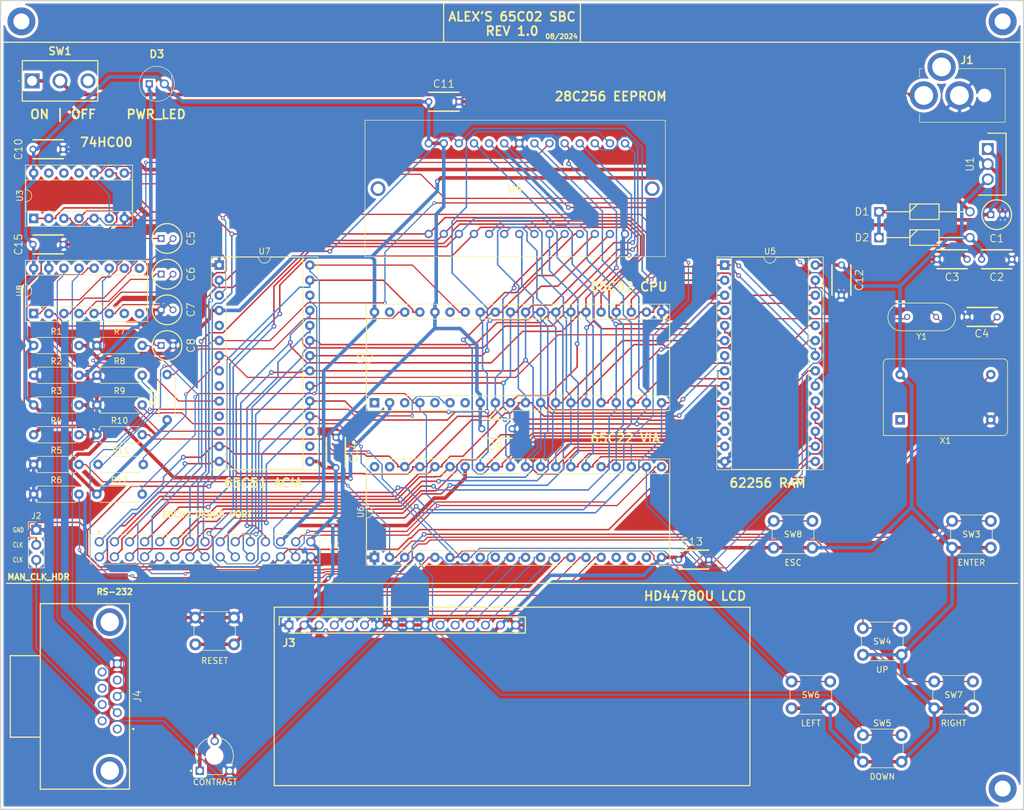
<source format=kicad_pcb>
(kicad_pcb (version 20240108) (generator "pcbnew") (generator_version "8.0")
  (layers (0 "F.Cu" signal) (31 "B.Cu" signal) (34 "B.Paste" user) (35 "F.Paste" user) (36 "B.SilkS" user "B.Silkscreen") (37 "F.SilkS" user "F.Silkscreen") (38 "B.Mask" user) (39 "F.Mask" user) (44 "Edge.Cuts" user))
  (net 0 "")
  (net 1 "GND")
  (net 2 "Net-(D1-K)")
  (net 3 "+5V")
  (net 4 "~{RES}")
  (net 5 "Net-(U2-~{SO})")
  (net 6 "Net-(U7-XTAL1)")
  (net 7 "Net-(U8-C1+)")
  (net 8 "Net-(U8-C1-)")
  (net 9 "Net-(U8-C2+)")
  (net 10 "Net-(U8-C2-)")
  (net 11 "Net-(U8-VS-)")
  (net 12 "Net-(U8-VS+)")
  (net 13 "Net-(D1-A)")
  (net 14 "Net-(D3-K)")
  (net 16 "Net-(SW1-B)")
  (net 17 "CLK_OUT")
  (net 18 "CLK")
  (net 19 "pb3")
  (net 20 "pb0")
  (net 21 "pb2")
  (net 22 "pb1")
  (net 23 "pb5")
  (net 24 "pb4")
  (net 25 "Net-(J3-Pin_3)")
  (net 26 "pb6")
  (net 32 "Net-(U8-T1OUT)")
  (net 34 "Net-(U8-R1IN)")
  (net 35 "a9")
  (net 36 "d1")
  (net 37 "~{IRQ}")
  (net 38 "a8")
  (net 39 "d0")
  (net 40 "a13")
  (net 41 "a2")
  (net 42 "a1")
  (net 43 "d4")
  (net 44 "a12")
  (net 45 "d3")
  (net 46 "d2")
  (net 47 "a15")
  (net 48 "a14")
  (net 49 "a5")
  (net 50 "a4")
  (net 51 "a7")
  (net 52 "a6")
  (net 53 "~{R{slash}W}")
  (net 54 "a0")
  (net 55 "a3")
  (net 56 "a10")
  (net 57 "d5")
  (net 58 "d7")
  (net 59 "a11")
  (net 60 "d6")
  (net 61 "Net-(U2-RDY)")
  (net 62 "Net-(U2-~{NMI})")
  (net 63 "pa0")
  (net 64 "pa1")
  (net 65 "pa2")
  (net 66 "pa3")
  (net 67 "pa4")
  (net 68 "pa5")
  (net 69 "Net-(U7-XTAL2)")
  (net 78 "CS_ROM")
  (net 79 "CS_RAM")
  (net 82 "CS_IO")
  (net 92 "Net-(U7-RxD)")
  (net 96 "Net-(U7-TxD)")
  (footprint "Button_Switch_THT:SW_PUSH_6mm" (layer "F.Cu") (at 229 112.5)
    (property "Reference" "SW3")
    (property "Value" "ENTER")
  )
  (footprint "SamacSys_Parts:09661127600" (layer "F.Cu") (at 88.62 147.48 -90)
    (property "Reference" "J4")
    (property "Value" "DB9_Female" (hide yes))
  )
  (footprint "Resistor_THT:R_Axial_DIN0207_L6.3mm_D2.5mm_P7.62mm_Horizontal" (layer "F.Cu") (at 74.565 108)
    (property "Reference" "R6")
    (property "Value" "3.3k")
  )
  (footprint "Package_DIP:DIP-28_W15.24mm_Socket" (layer "F.Cu") (at 105.76 69.475)
    (property "Reference" "U7")
    (property "Value" "W65C51NxP")
  )
  (footprint "Package_DIP:DIP-16_W7.62mm_Socket" (layer "F.Cu") (at 74.565 77.62 90)
    (property "Reference" "U8")
    (property "Value" "MAX232")
  )
  (footprint "Resistor_THT:R_Axial_DIN0207_L6.3mm_D2.5mm_P7.62mm_Horizontal" (layer "F.Cu") (at 85.19 88)
    (property "Reference" "R8")
    (property "Value" "3.3k")
  )
  (footprint "Resistor_THT:R_Axial_DIN0207_L6.3mm_D2.5mm_P7.62mm_Horizontal" (layer "F.Cu") (at 74.565 83)
    (property "Reference" "R1")
    (property "Value" "3.3k")
  )
  (footprint "Resistor_THT:R_Axial_DIN0207_L6.3mm_D2.5mm_P7.62mm_Horizontal" (layer "F.Cu") (at 97 95.5 90)
    (property "Reference" "R13")
    (property "Value" "3.3k")
  )
  (footprint "SamacSys_Parts:SSW-115-XX-YYY-D" (layer "F.Cu") (at 85.6 116 180)
    (property "Reference" "J5")
    (property "Value" "65C02 Debug Port" (hide yes))
  )
  (footprint "SamacSys_Parts:TO255P460X1020X2008-3P" (layer "F.Cu") (at 235 49.95 -90)
    (property "Reference" "U1")
    (property "Value" "L7805" (hide yes))
  )
  (footprint "SamacSys_Parts:C322C104K1R5TA" (layer "F.Cu") (at 210.385 72 -90)
    (property "Reference" "C12")
    (property "Value" "0.1 uF" (hide yes))
  )
  (footprint "Package_DIP:DIP-14_W7.62mm_Socket" (layer "F.Cu") (at 74.565 61.62 90)
    (property "Reference" "U3")
    (property "Value" "74HC00")
  )
  (footprint "SamacSys_Parts:C322C104K1R5TA" (layer "F.Cu") (at 77 50)
    (property "Reference" "C10")
    (property "Value" "0.1 uF" (hide yes))
  )
  (footprint "Oscillator:Oscillator_DIP-14" (layer "F.Cu") (at 220.26 95.5)
    (property "Reference" "X1")
    (property "Value" "1MHz")
  )
  (footprint "Button_Switch_THT:SW_PUSH_6mm" (layer "F.Cu") (at 214 130.5)
    (property "Reference" "SW4")
    (property "Value" "UP")
  )
  (footprint "SamacSys_Parts:C322C104K1R5TA" (layer "F.Cu") (at 234.04 78.19)
    (property "Reference" "C4")
    (property "Value" "20pf" (hide yes))
  )
  (footprint "SamacSys_Parts:C322C104K1R5TA" (layer "F.Cu") (at 236.5 68.5)
    (property "Reference" "C2")
    (property "Value" "0.1 uF" (hide yes))
  )
  (footprint "SamacSys_Parts:151051BS04000" (layer "F.Cu") (at 94 39)
    (property "Reference" "D3")
    (property "Value" "PWR_LED" (hide yes))
  )
  (footprint "MountingHole:MountingHole_2.7mm_M2.5_DIN965_Pad" (layer "F.Cu") (at 237.5 28.5)
    (property "Reference" "MH4" (hide yes))
    (property "Value" "MountingHole_2.7mm_M2.5_DIN965_Pad" (hide yes))
  )
  (footprint "MountingHole:MountingHole_2.7mm_M2.5_DIN965_Pad" (layer "F.Cu") (at 237.5 157.5)
    (property "Reference" "MH5" (hide yes))
    (property "Value" "MountingHole_2.7mm_M2.5_DIN965_Pad" (hide yes))
  )
  (footprint "SamacSys_Parts:CAPPRD200W55D500H1220" (layer "F.Cu") (at 96 71)
    (property "Reference" "C6")
    (property "Value" "1uf" (hide yes))
  )
  (footprint "SamacSys_Parts:C322C104K1R5TA" (layer "F.Cu") (at 152.46 97)
    (property "Reference" "C9")
    (property "Value" "0.1 uF" (hide yes))
  )
  (footprint "Button_Switch_THT:SW_PUSH_6mm" (layer "F.Cu") (at 226 139.5)
    (property "Reference" "SW7")
    (property "Value" "RIGHT")
  )
  (footprint "Package_DIP:DIP-28_W15.24mm_Socket" (layer "F.Cu") (at 190.76 69.475)
    (property "Reference" "U5")
    (property "Value" "CY62256-70PC")
  )
  (footprint "SamacSys_Parts:C322C104K1R5TA" (layer "F.Cu") (at 185.54 119)
    (property "Reference" "C13")
    (property "Value" "0.1 uF" (hide yes))
  )
  (footprint "SamacSys_Parts:DIOAD1530W84L490D260" (layer "F.Cu") (at 216.7 64.85)
    (property "Reference" "D2")
    (property "Value" "1N4001" (hide yes))
  )
  (footprint "SamacSys_Parts:RHDR16W82P0X254_1X16_4114X250X865P" (layer "F.Cu") (at 117.5 130)
    (property "Reference" "J3")
    (property "Value" "LCD Socket" (hide yes))
  )
  (footprint "Resistor_THT:R_Axial_DIN0207_L6.3mm_D2.5mm_P7.62mm_Horizontal" (layer "F.Cu") (at 74.565 93)
    (property "Reference" "R3")
    (property "Value" "3.3k")
  )
  (footprint "Resistor_THT:R_Axial_DIN0207_L6.3mm_D2.5mm_P7.62mm_Horizontal" (layer "F.Cu") (at 85.19 108)
    (property "Reference" "R12")
    (property "Value" "3.3k")
  )
  (footprint "SamacSys_Parts:CAPPRD200W55D500H1220" (layer "F.Cu") (at 96 83)
    (property "Reference" "C8")
    (property "Value" "1uf" (hide yes))
  )
  (footprint "Package_DIP:DIP-40_W15.24mm_Socket" (layer "F.Cu") (at 131.875 118.625 90)
    (property "Reference" "U6")
    (property "Value" "W65C22NxP")
  )
  (footprint "SamacSys_Parts:CAPPRD200W55D500H1220" (layer "F.Cu") (at 96 77)
    (property "Reference" "C7")
    (property "Value" "1uf" (hide yes))
  )
  (footprint "SamacSys_Parts:CAPPRD200W55D500H1220" (layer "F.Cu") (at 96 65)
    (property "Reference" "C5")
    (property "Value" "1uf" (hide yes))
  )
  (footprint "SamacSys_Parts:CAPPRD200W55D500H1220" (layer "F.Cu") (at 235.5 61)
    (property "Reference" "C1")
    (property "Value" "1uF" (hide yes))
  )
  (footprint "Resistor_THT:R_Axial_DIN0207_L6.3mm_D2.5mm_P7.62mm_Horizontal" (layer "F.Cu") (at 85.19 83)
    (property "Reference" "R7")
    (property "Value" "3.3k")
  )
  (footprint "SamacSys_Parts:SLW12768644AD" (layer "F.Cu") (at 74.3 38.5)
    (property "Reference" "SW1")
    (property "Value" "PWR_SWITCH" (hide yes))
  )
  (footprint "ECS_18_13_1X:XTAL_ECS-18-13-1X" (layer "F.Cu") (at 223.88 78.19)
    (property "Reference" "Y1")
    (property "Value" "1.843 MHz")
  )
  (footprint "Connector_PinHeader_2.54mm:PinHeader_1x03_P2.54mm_Vertical" (layer "F.Cu") (at 75 113.975)
    (property "Reference" "J2")
    (property "Value" "CLK_HDR")
  )
  (footprint "Button_Switch_THT:SW_PUSH_6mm" (layer "F.Cu") (at 202 139.5)
    (property "Reference" "SW6")
    (property "Value" "LEFT")
  )
  (footprint "SamacSys_Parts:28655410" (layer "F.Cu") (at 140.98 64.24)
    (property "Reference" "U4")
    (property "Value" "28C256" (hide yes))
  )
  (footprint "PTN06-D10HB20-H:TRIM_PTN06-D10HB20-H" (layer "F.Cu") (at 105 152)
    (property "Reference" "RV1")
    (property "Value" "10k")
  )
  (footprint "SamacSys_Parts:C322C104K1R5TA" (layer "F.Cu") (at 229 68.5)
    (property "Reference" "C3")
    (property "Value" "0.1 uF" (hide yes))
  )
  (footprint "Button_Switch_THT:SW_PUSH_6mm" (layer "F.Cu") (at 199 112.5)
    (property "Reference" "SW8")
    (property "Value" "ESC")
  )
  (footprint "Resistor_THT:R_Axial_DIN0207_L6.3mm_D2.5mm_P7.62mm_Horizontal" (layer "F.Cu") (at 85.19 93)
    (property "Reference" "R9")
    (property "Value" "3.3k")
  )
  (footprint "Resistor_THT:R_Axial_DIN0207_L6.3mm_D2.5mm_P7.62mm_Horizontal" (layer "F.Cu") (at 74.565 88)
    (property "Reference" "R2")
    (property "Value" "220")
  )
  (footprint "SamacSys_Parts:DIOAD1530W84L490D260" (layer "F.Cu") (at 216.7 60.5)
    (property "Reference" "D1")
    (property "Value" "1N4001" (hide yes))
  )
  (footprint "Resistor_THT:R_Axial_DIN0207_L6.3mm_D2.5mm_P7.62mm_Horizontal" (layer "F.Cu") (at 85.19 98)
    (property "Reference" "R10")
    (property "Value" "3.3k")
  )
  (footprint "Package_DIP:DIP-40_W15.24mm_Socket" (layer "F.Cu") (at 131.875 92.625 90)
    (property "Reference" "U2")
    (property "Value" "W65C02SxP")
  )
  (footprint "SamacSys_Parts:C322C104K1R5TA" (layer "F.Cu") (at 143.54 42)
    (property "Reference" "C11")
    (property "Value" "0.1 uF" (hide yes))
  )
  (footprint "Resistor_THT:R_Axial_DIN0207_L6.3mm_D2.5mm_P7.62mm_Horizontal" (layer "F.Cu") (at 74.565 103)
    (property "Reference" "R5")
    (property "Value" "3.3k")
  )
  (footprint "Resistor_THT:R_Axial_DIN0207_L6.3mm_D2.5mm_P7.62mm_Horizontal" (layer "F.Cu") (at 85.38 103)
    (property "Reference" "R11")
    (property "Value" "1M")
  )
  (footprint "SamacSys_Parts:C322C104K1R5TA" (layer "F.Cu") (at 125.385 101 90)
    (property "Reference" "C14")
    (property "Value" "0.1 uF" (hide yes))
  )
  (footprint "Resistor_THT:R_Axial_DIN0207_L6.3mm_D2.5mm_P7.62mm_Horizontal" (layer "F.Cu") (at 74.565 98)
    (property "Reference" "R4")
    (property "Value" "3.3k")
  )
  (footprint "Button_Switch_THT:SW_PUSH_6mm" (layer "F.Cu") (at 101.75 128.75)
    (property "Reference" "SW2")
    (property "Value" "RESET")
  )
  (footprint "SamacSys_Parts:PJ050AH" (layer "F.Cu") (at 237.93 40.95 180)
    (property "Reference" "J1")
    (property "Value" "DC Jack" (hide yes))
  )
  (footprint "Button_Switch_THT:SW_PUSH_6mm" (layer "F.Cu") (at 214 148.5)
    (property "Reference" "SW5")
    (property "Value" "DOWN")
  )
  (footprint "SamacSys_Parts:C322C104K1R5TA" (layer "F.Cu") (at 77 66)
    (property "Reference" "C15")
    (property "Value" "0.1 uF" (hide yes))
  )
  (footprint "MountingHole:MountingHole_2.7mm_M2.5_DIN965_Pad" (layer "F.Cu") (at 72.5 28.5)
    (property "Reference" "MH3" (hide yes))
    (property "Value" "MountingHole_2.7mm_M2.5_DIN965_Pad" (hide yes))
  )
  (gr_line (start 143.5 25.5) (end 143.5 32) (stroke (width 0.2)) (layer "F.SilkS"))
  (gr_line (start 166.5 25.5) (end 166.5 32) (stroke (width 0.2)) (layer "F.SilkS"))
  (gr_line (start 69.5 32) (end 240.5 32) (stroke (width 0.2)) (layer "F.SilkS"))
  (gr_line (start 179 123) (end 240 123) (stroke (width 0.2)) (layer "F.SilkS"))
  (gr_rect (start 115 127) (end 195 157) (stroke (width 0.2)) (fill none) (layer "F.SilkS"))
  (gr_line (start 179 123) (end 70 123) (stroke (width 0.2)) (layer "F.SilkS"))
  (gr_rect (start 69 25) (end 241 161) (stroke (width 0.2)) (fill none) (layer "Edge.Cuts"))
  (gr_text "65C22 VIA" (at 168 99.5 0) (layer "F.SilkS") (effects (font (size 1.5 1.5) (thickness 0.3) (bold yes)) (justify left bottom)))
  (gr_text "HD44780U LCD\n" (at 177 126 0) (layer "F.SilkS") (effects (font (size 1.5 1.5) (thickness 0.3) (bold yes)) (justify left bottom)))
  (gr_text "GND" (at 71 114.5 0) (layer "F.SilkS") (effects (font (size 0.8 0.6) (thickness 0.125)) (justify left bottom)))
  (gr_text "74HC00" (at 82.19 49.7 0) (layer "F.SilkS") (effects (font (size 1.5 1.5) (thickness 0.3) (bold yes)) (justify left bottom)))
  (gr_text "CLK" (at 71 119.5 0) (layer "F.SilkS") (effects (font (size 0.8 0.6) (thickness 0.125)) (justify left bottom)))
  (gr_text "MAN_CLK_HDR" (at 70 122.5 0) (layer "F.SilkS") (effects (font (size 1 1) (thickness 0.25) (bold yes)) (justify left bottom)))
  (gr_text "28C256 EEPROM" (at 162 42 0) (layer "F.SilkS") (effects (font (size 1.5 1.5) (thickness 0.3) (bold yes)) (justify left bottom)))
  (gr_text "PWR_LED" (at 90 45 0) (layer "F.SilkS") (effects (font (size 1.5 1.5) (thickness 0.3) (bold yes)) (justify left bottom)))
  (gr_text "62256 RAM" (at 191.385 107 0) (layer "F.SilkS") (effects (font (size 1.5 1.5) (thickness 0.3) (bold yes)) (justify left bottom)))
  (gr_text "ALEX'S 65C02 SBC\nREV 1.0" (at 155 31 0) (layer "F.SilkS") (effects (font (size 1.5 1.5) (thickness 0.3) (bold yes)) (justify bottom)))
  (gr_text "CONTRAST" (at 101.25 157 0) (layer "F.SilkS") (effects (font (size 1 1)) (justify left bottom)))
  (gr_text "65C02 CPU" (at 168 74 0) (layer "F.SilkS") (effects (font (size 1.5 1.5) (thickness 0.3) (bold yes)) (justify left bottom)))
  (gr_text "RS-232" (at 85 125 0) (layer "F.SilkS") (effects (font (size 1 1) (thickness 0.25) (bold yes)) (justify left bottom)))
  (gr_text "08/2024" (at 160.5 31.5 0) (layer "F.SilkS") (effects (font (size 0.8 0.8) (thickness 0.1875)) (justify left bottom)))
  (gr_text "ON | OFF" (at 73.8 45 0) (layer "F.SilkS") (effects (font (size 1.5 1.5) (thickness 0.3) (bold yes)) (justify left bottom)))
  (gr_text "65C51 ACIA" (at 106.385 107 0) (layer "F.SilkS") (effects (font (size 1.5 1.5) (thickness 0.3) (bold yes)) (justify left bottom)))
  (gr_text "CLK" (at 71 117 0) (layer "F.SilkS") (effects (font (size 0.8 0.6) (thickness 0.125)) (justify left bottom)))
  (gr_text "65C02 DEBUG PORT" (at 96 112 0) (layer "F.SilkS") (effects (font (size 1 1) (thickness 0.25) (bold yes)) (justify left bottom)))
  (segment (start 104.4083 69.475) (end 98.1513 63.218) (width 0.6) (layer "F.Cu") (net 1))
  (segment (start 177.08 130) (end 155.6 130) (width 0.6) (layer "F.Cu") (net 1))
  (segment (start 237.5 55) (end 235 52.5) (width 0.6) (layer "F.Cu") (net 1))
  (segment (start 154.2839 128.6839) (end 141.6761 128.6839) (width 0.6) (layer "F.Cu") (net 1))
  (segment (start 91.0456 128.75) (end 91.0456 134.0944) (width 0.6) (layer "F.Cu") (net 1))
  (segment (start 189.4083 102.495) (end 185.8203 98.907) (width 0.6) (layer "F.Cu") (net 1))
  (segment (start 185.8203 98.907) (end 159.2208 98.907) (width 0.6) (layer "F.Cu") (net 1))
  (segment (start 85.19 83) (end 86.5472 84.3572) (width 0.6) (layer "F.Cu") (net 1))
  (segment (start 75.9273 89.3623) (end 83.8277 89.3623) (width 0.6) (layer "F.Cu") (net 1))
  (segment (start 135.28 130) (end 132.74 130) (width 0.6) (layer "F.Cu") (net 1))
  (segment (start 137.82 130) (end 135.28 130) (width 0.6) (layer "F.Cu") (net 1))
  (segment (start 92.7547 63.218) (end 91.1567 61.62) (width 0.6) (layer "F.Cu") (net 1))
  (segment (start 89.805 61.62) (end 89.805 62.9717) (width 0.6) (layer "F.Cu") (net 1))
  (segment (start 86.5472 84.3572) (end 96.6428 84.3572) (width 0.6) (layer "F.Cu") (net 1))
  (segment (start 83.8277 89.3623) (end 85.19 88) (width 0.6) (layer "F.Cu") (net 1))
  (segment (start 79.54 66) (end 86.7767 66) (width 0.6) (layer "F.Cu") (net 1))
  (segment (start 190.76 102.495) (end 189.4083 102.495) (width 0.6) (layer "F.Cu") (net 1))
  (segment (start 76.4017 114.1061) (end 91.0456 128.75) (width 0.6) (layer "F.Cu") (net 1))
  (segment (start 226.46 68.5) (end 216.425 68.5) (width 0.6) (layer "F.Cu") (net 1))
  (segment (start 98.1513 63.218) (end 92.7547 63.218) (width 0.6) (layer "F.Cu") (net 1))
  (segment (start 155.6 130) (end 154.2839 128.6839) (width 0.6) (layer "F.Cu") (net 1))
  (segment (start 188.08 119) (end 177.08 130) (width 0.6) (layer "F.Cu") (net 1))
  (segment (start 77.1705 100.3945) (end 74.565 103) (width 0.6) (layer "F.Cu") (net 1))
  (segment (start 89.805 61.62) (end 91.1567 61.62) (width 0.6) (layer "F.Cu") (net 1))
  (segment (start 91.0456 134.0944) (end 88.62 136.52) (width 0.6) (layer "F.Cu") (net 1))
  (segment (start 237.5 61) (end 237.5 55) (width 0.6) (layer "F.Cu") (net 1))
  (segment (start 76.4017 113.975) (end 76.4017 114.1061) (width 0.6) (layer "F.Cu") (net 1))
  (segment (start 121.245 118.625) (end 121.16 118.54) (width 0.6) (layer "F.Cu") (net 1))
  (segment (start 85.19 90.7246) (end 83.8277 89.3623) (width 0.6) (layer "F.Cu") (net 1))
  (segment (start 156.22 49) (end 149.22 42) (width 0.6) (layer "F.Cu") (net 1))
  (segment (start 86.7767 66) (end 89.805 62.9717) (width 0.6) (layer "F.Cu") (net 1))
  (segment (start 131.875 118.625) (end 121.245 118.625) (width 0.6) (layer "F.Cu") (net 1))
  (segment (start 85.19 98) (end 82.7955 100.3945) (width 0.6) (layer "F.Cu") (net 1))
  (segment (start 82.7955 100.3945) (end 77.1705 100.3945) (width 0.6) (layer "F.Cu") (net 1))
  (segment (start 149.22 42) (end 146.08 42) (width 0.6) (layer "F.Cu") (net 1))
  (segment (start 140.36 130) (end 137.82 130) (width 0.6) (layer "F.Cu") (net 1))
  (segment (start 74.565 88) (end 75.9273 89.3623) (width 0.6) (layer "F.Cu") (net 1))
  (segment (start 96.6428 84.3572) (end 98 83) (width 0.6) (layer "F.Cu") (net 1))
  (segment (start 85.19 93) (end 85.19 90.7246) (width 0.6) (layer "F.Cu") (net 1))
  (segment (start 75 113.975) (end 76.4017 113.975) (width 0.6) (layer "F.Cu") (net 1))
  (segment (start 159.2208 98.907) (end 158.5189 99.6089) (width 0.6) (layer "F.Cu") (net 1))
  (segment (start 91.0456 128.75) (end 101.75 128.75) (width 0.6) (layer "F.Cu") (net 1))
  (segment (start 216.425 68.5) (end 210.385 74.54) (width 0.6) (layer "F.Cu") (net 1))
  (segment (start 141.6761 128.6839) (end 140.36 130) (width 0.6) (layer "F.Cu") (net 1))
  (segment (start 108.25 128.75) (end 101.75 128.75) (width 0.6) (layer "F.Cu") (net 1))
  (segment (start 105.76 69.475) (end 104.4083 69.475) (width 0.6) (layer "F.Cu") (net 1))
  (via (at 158.5189 99.6089) (size 0.8) (drill 0.4) (layers "F.Cu" "B.Cu") (net 1))
  (segment (start 107.5 154.5) (end 109.8017 152.1983) (width 0.6) (layer "B.Cu") (net 1))
  (segment (start 109.8017 130.3017) (end 115.8966 130.3017) (width 0.6) (layer "B.Cu") (net 1))
  (segment (start 173.8042 60.3835) (end 164.9125 51.4918) (width 0.6) (layer "B.Cu") (net 1))
  (segment (start 180.135 72.3817) (end 180.135 72.88) (width 0.6) (layer "B.Cu") (net 1))
  (segment (start 173.8042 64.24) (end 173.7336 64.3106) (width 0.6) (layer "B.Cu") (net 1))
  (segment (start 210.385 74.54) (end 210.385 71.9308) (width 0.6) (layer "B.Cu") (net 1))
  (segment (start 161.8133 47.7347) (end 157.4853 47.7347) (width 0.6) (layer "B.Cu") (net 1))
  (segment (start 210.385 71.9308) (end 206.5325 68.0783) (width 0.6) (layer "B.Cu") (net 1))
  (segment (start 235.5 95.5) (end 231.5 91.5) (width 0.6) (layer "B.Cu") (net 1))
  (segment (start 231.6805 73.7205) (end 231.6805 78.0095) (width 0.6) (layer "B.Cu") (net 1))
  (segment (start 164.9125 51.4918) (end 164.5384 51.4918) (width 0.6) (layer "B.Cu") (net 1))
  (segment (start 109.8017 130.3017) (end 108.25 128.75) (width 0.6) (layer "B.Cu") (net 1))
  (segment (start 158.5189 99.6089) (end 157.6089 99.6089) (width 0.6) (layer "B.Cu") (net 1))
  (segment (start 96 77.2816) (end 96 77) (width 0.6) (layer "B.Cu") (net 1))
  (segment (start 131.875 118.625) (end 131.875 117.2733) (width 0.6) (layer "B.Cu") (net 1))
  (segment (start 109.8017 152.1983) (end 109.8017 130.3017) (width 0.6) (layer "B.Cu") (net 1))
  (segment (start 230.23 47.965) (end 234.765 52.5) (width 0.6) (layer "B.Cu") (net 1))
  (segment (start 85.19 88) (end 93.9084 79.2816) (width 0.6) (layer "B.Cu") (net 1))
  (segment (start 190.76 103.8467) (end 188.08 106.5267) (width 0.6) (layer "B.Cu") (net 1))
  (segment (start 132.74 130) (end 132.74 120.8417) (width 0.6) (layer "B.Cu") (net 1))
  (segment (start 173.8042 64.24) (end 173.8042 60.3835) (width 0.6) (layer "B.Cu") (net 1))
  (segment (start 230.23 40.95) (end 230.23 47.965) (width 0.6) (layer "B.Cu") (net 1))
  (segment (start 173.7336 64.3106) (end 173.7336 68.6457) (width 0.6) (layer "B.Cu") (net 1))
  (segment (start 94.2816 79.2816) (end 94.2817 79.2816) (width 0.6) (layer "B.Cu") (net 1))
  (segment (start 192.1395 68.0783) (end 192.1395 101.1155) (width 0.6) (layer "B.Cu") (net 1))
  (segment (start 74.565 112.1383) (end 74.565 108) (width 0.6) (layer "B.Cu") (net 1))
  (segment (start 231.5 91.5) (end 231.5 78.19) (width 0.6) (layer "B.Cu") (net 1))
  (segment (start 79.54 50) (end 87.7871 50) (width 0.6) (layer "B.Cu") (net 1))
  (segment (start 231.6805 73.7205) (end 237.863 67.538) (width 0.6) (layer "B.Cu") (net 1))
  (segment (start 237.5 67.175) (end 237.863 67.538) (width 0.6) (layer "B.Cu") (net 1))
  (segment (start 126.5417 99.6167) (end 126.5417 111.94) (width 0.6) (layer "B.Cu") (net 1))
  (segment (start 177.9679 72.88) (end 180.135 72.88) (width 0.6) (layer "B.Cu") (net 1))
  (segment (start 121.16 118.54) (end 121.16 125.0383) (width 0.6) (layer "B.Cu") (net 1))
  (segment (start 231.6805 78.0095) (end 231.5 78.19) (width 0.6) (layer "B.Cu") (net 1))
  (segment (start 94.2817 79.2816) (end 96 77.5633) (width 0.6) (layer "B.Cu") (net 1))
  (segment (start 87.7871 50) (end 91.1609 53.3738) (width 0.6) (layer "B.Cu") (net 1))
  (segment (start 75 113.975) (end 75 112.5733) (width 0.6) (layer "B.Cu") (net 1))
  (segment (start 234.765 52.5) (end 235 52.5) (width 0.6) (layer "B.Cu") (net 1))
  (segment (start 226.46 68.5) (end 231.6805 73.7205) (width 0.6) (layer "B.Cu") (net 1))
  (segment (start 180.135 72.88) (end 180.135 76.1546) (width 0.6) (layer "B.Cu") (net 1))
  (segment (start 157.6089 99.6089) (end 155 97) (width 0.6) (layer "B.Cu") (net 1))
  (segment (start 162.57 48.4914) (end 161.8133 47.7347) (width 0.6) (layer "B.Cu") (net 1))
  (segment (start 77.105 70) (end 77.105 68.6483) (width 0.6) (layer "B.Cu") (net 1))
  (segment (start 238.825 68.5) (end 239.04 68.5) (width 0.6) (layer "B.Cu") (net 1))
  (segment (start 115.8966 130.3017) (end 116.1983 130) (width 0.6) (layer "B.Cu") (net 1))
  (segment (start 206.5325 68.0783) (end 192.1395 68.0783) (width 0.6) (layer "B.Cu") (net 1))
  (segment (start 103.525 69.475) (end 105.76 69.475) (width 0.6) (layer "B.Cu") (net 1))
  (segment (start 164.5384 51.4918) (end 162.57 49.5234) (width 0.6) (layer "B.Cu") (net 1))
  (segment (start 79.54 66.2133) (end 77.105 68.6483) (width 0.6) (layer "B.Cu") (net 1))
  (segment (start 157.4853 47.7347) (end 156.22 49) (width 0.6) (layer "B.Cu") (net 1))
  (segment (start 117.5 130) (end 116.1983 130) (width 0.6) (layer "B.Cu") (net 1))
  (segment (start 85.19 98) (end 85.19 93) (width 0.6) (layer "B.Cu") (net 1))
  (segment (start 75 112.5733) (end 74.565 112.1383) (width 0.6) (layer "B.Cu") (net 1))
  (segment (start 125.385 98.46) (end 126.5417 99.6167) (width 0.6) (layer "B.Cu") (net 1))
  (segment (start 91.1609 53.3738) (end 91.1609 58.9124) (width 0.6) (layer "B.Cu") (net 1))
  (segment (start 174 64.24) (end 173.8042 64.24) (width 0.6) (layer "B.Cu") (net 1))
  (segment (start 93.9084 79.2816) (end 94.2816 79.2816) (width 0.6) (layer "B.Cu") (net 1))
  (segment (start 192.1395 68.0783) (end 184.4384 68.0783) (width 0.6) (layer "B.Cu") (net 1))
  (segment (start 131.875 118.625) (end 131.875 119.9767) (width 0.6) (layer "B.Cu") (net 1))
  (segment (start 121.16 125.0383) (end 117.5 128.6983) (width 0.6) (layer "B.Cu") (net 1))
  (segment (start 117.5 130) (end 117.5 128.6983) (width 0.6) (layer "B.Cu") (net 1))
  (segment (start 89.805 61.62) (end 89.805 60.2683) (width 0.6) (layer "B.Cu") (net 1))
  (segment (start 91.1609 58.9124) (end 89.805 60.2683) (width 0.6) (layer "B.Cu") (net 1))
  (segment (start 173.7336 68.6457) (end 177.9679 72.88) (width 0.6) (layer "B.Cu") (net 1))
  (segment (start 180.135 77.385) (end 180.135 76.1546) (width 0.6) (layer "B.Cu") (net 1))
  (segment (start 74.565 108) (end 74.565 103) (width 0.6) (layer "B.Cu") (net 1))
  (segment (start 162.57 49.5234) (end 162.57 48.4914) (width 0.6) (layer "B.Cu") (net 1))
  (segment (start 192.1395 101.1155) (end 190.76 102.495) (width 0.6) (layer "B.Cu") (net 1))
  (segment (start 184.4384 68.0783) (end 180.135 72.3817) (width 0.6) (layer "B.Cu") (net 1))
  (segment (start 188.08 106.5267) (end 188.08 119) (width 0.6) (layer "B.Cu") (net 1))
  (segment (start 96 77.2816) (end 96 77.5633) (width 0.6) (layer "B.Cu") (net 1))
  (segment (start 132.74 120.8417) (end 131.875 119.9767) (width 0.6) (layer "B.Cu") (net 1))
  (segment (start 126.5417 111.94) (end 131.875 117.2733) (width 0.6) (layer "B.Cu") (net 1))
  (segment (start 237.5 61) (end 237.5 67.175) (width 0.6) (layer "B.Cu") (net 1))
  (segment (start 237.863 67.538) (end 238.825 68.5) (width 0.6) (layer "B.Cu") (net 1))
  (segment (start 190.76 102.495) (end 190.76 103.8467) (width 0.6) (layer "B.Cu") (net 1))
  (segment (start 96 77) (end 103.525 69.475) (width 0.6) (layer "B.Cu") (net 1))
  (segment (start 79.54 66) (end 79.54 66.2133) (width 0.6) (layer "B.Cu") (net 1))
  (segment (start 94.2817 79.2816) (end 98 83) (width 0.6) (layer "B.Cu") (net 1))
  (segment (start 218.0392 60.5) (end 219.4135 61.8743) (width 0.6) (layer "F.Cu") (net 2))
  (segment (start 235.5 61) (end 234.3733 61) (width 0.6) (layer "F.Cu") (net 2))
  (segment (start 216.7 60.5) (end 218.0392 60.5) (width 0.6) (layer "F.Cu") (net 2))
  (segment (start 219.4135 61.8743) (end 233.499 61.8743) (width 0.6) (layer "F.Cu") (net 2))
  (segment (start 233.499 61.8743) (end 234.3733 61) (width 0.6) (layer "F.Cu") (net 2))
  (segment (start 216.7 60.5) (end 216.7 64.85) (width 0.6) (layer "B.Cu") (net 2))
  (segment (start 236.5483 58.825) (end 236.5483 51.4983) (width 0.6) (layer "B.Cu") (net 2))
  (segment (start 235.5 59.8733) (end 236.5483 58.825) (width 0.6) (layer "B.Cu") (net 2))
  (segment (start 236.5483 51.4983) (end 235 49.95) (width 0.6) (layer "B.Cu") (net 2))
  (segment (start 235.5 61) (end 235.5 59.8733) (width 0.6) (layer "B.Cu") (net 2))
  (segment (start 140.98 49) (end 143.52 49) (width 0.6) (layer "F.Cu") (net 3))
  (segment (start 121 102.495) (end 122.3517 102.495) (width 0.6) (layer "F.Cu") (net 3))
  (segment (start 206 69.475) (end 207.3517 69.475) (width 0.6) (layer "F.Cu") (net 3))
  (segment (start 180.135 118.625) (end 182.625 118.625) (width 0.6) (layer "F.Cu") (net 3))
  (segment (start 120.04 130) (end 102.5 147.54) (width 0.6) (layer "F.Cu") (net 3))
  (segment (start 74.565 98) (end 75.9636 96.6014) (width 0.6) (layer "F.Cu") (net 3))
  (segment (start 82.0262 101.2462) (end 80.7692 102.5032) (width 0.6) (layer "F.Cu") (net 3))
  (segment (start 123.3967 103.54) (end 122.3517 102.495) (width 0.6) (layer "F.Cu") (net 3))
  (segment (start 75.9636 96.6014) (end 85.7034 96.6014) (width 0.6) (layer "F.Cu") (net 3))
  (segment (start 75.9636 94.3986) (end 75.9636 96.6014) (width 0.6) (layer "F.Cu") (net 3))
  (segment (start 125.385 103.54) (end 123.3967 103.54) (width 0.6) (layer "F.Cu") (net 3))
  (segment (start 123.6853 130.9558) (end 124.0772 131.3477) (width 0.6) (layer "F.Cu") (net 3))
  (segment (start 210.385 69.46) (end 207.3667 69.46) (width 0.6) (layer "F.Cu") (net 3))
  (segment (start 235.5 117) (end 229 117) (width 0.6) (layer "F.Cu") (net 3))
  (segment (start 151.7123 131.3477) (end 153.06 130) (width 0.6) (layer "F.Cu") (net 3))
  (segment (start 183 119) (end 185 117) (width 0.6) (layer "F.Cu") (net 3))
  (segment (start 102.5 147.54) (end 102.5 154.5) (width 0.6) (layer "F.Cu") (net 3))
  (segment (start 80.7692 102.5032) (end 80.7692 103.5792) (width 0.6) (layer "F.Cu") (net 3))
  (segment (start 80.7692 103.5792) (end 85.19 108) (width 0.6) (layer "F.Cu") (net 3))
  (segment (start 124.0772 131.3477) (end 151.7123 131.3477) (width 0.6) (layer "F.Cu") (net 3))
  (segment (start 86.5447 97.4427) (end 86.5447 98.6014) (width 0.6) (layer "F.Cu") (net 3))
  (segment (start 85.7034 96.6014) (end 86.5447 97.4427) (width 0.6) (layer "F.Cu") (net 3))
  (segment (start 182.625 118.625) (end 183 119) (width 0.6) (layer "F.Cu") (net 3))
  (segment (start 185 117) (end 199 117) (width 0.6) (layer "F.Cu") (net 3))
  (segment (start 199 117) (end 205.5 117) (width 0.6) (layer "F.Cu") (net 3))
  (segment (start 220.5 153) (end 214 153) (width 0.6) (layer "F.Cu") (net 3))
  (segment (start 74.565 93) (end 75.9636 94.3986) (width 0.6) (layer "F.Cu") (net 3))
  (segment (start 232.5 144) (end 226 144) (width 0.6) (layer "F.Cu") (net 3))
  (segment (start 208.5 144) (end 202 144) (width 0.6) (layer "F.Cu") (net 3))
  (segment (start 86.5447 98.6014) (end 83.8999 101.2462) (width 0.6) (layer "F.Cu") (net 3))
  (segment (start 83.8999 101.2462) (end 82.0262 101.2462) (width 0.6) (layer "F.Cu") (net 3))
  (segment (start 207.3667 69.46) (end 207.3517 69.475) (width 0.6) (layer "F.Cu") (net 3))
  (via (at 123.6853 130.9558) (size 0.8) (drill 0.4) (layers "F.Cu" "B.Cu") (net 3))
  (segment (start 73.2133 56.7034) (end 73.2133 64.7533) (width 0.6) (layer "B.Cu") (net 3))
  (segment (start 230.6256 59.4244) (end 235 55.05) (width 0.6) (layer "B.Cu") (net 3))
  (segment (start 124.1973 102.3523) (end 124.1973 97.9049) (width 0.6) (layer "B.Cu") (net 3))
  (segment (start 220.26 72.9967) (end 228.4067 64.85) (width 0.6) (layer "B.Cu") (net 3))
  (segment (start 220.5 135) (end 229 126.5) (width 0.6) (layer "B.Cu") (net 3))
  (segment (start 74.565 50) (end 74.565 54) (width 0.6) (layer "B.Cu") (net 3))
  (segment (start 142.035 77.385) (end 142.035 78.7367) (width 0.6) (layer "B.Cu") (net 3))
  (segment (start 140.98 49) (end 140.98 42.02) (width 0.6) (layer "B.Cu") (net 3))
  (segment (start 74.565 70) (end 74.565 71.3517) (width 0.6) (layer "B.Cu") (net 3))
  (segment (start 142.035 77.385) (end 142.035 76.0333) (width 0.6) (layer "B.Cu") (net 3))
  (segment (start 124.1973 97.9049) (end 141.9566 80.1456) (width 0.6) (layer "B.Cu") (net 3))
  (segment (start 149.655 92.625) (end 149.655 91.2733) (width 0.6) (layer "B.Cu") (net 3))
  (segment (start 74.565 55.3517) (end 73.2133 56.7034) (width 0.6) (layer "B.Cu") (net 3))
  (segment (start 140.98 42.02) (end 141 42) (width 0.6) (layer "B.Cu") (net 3))
  (segment (start 146.2777 80.1456) (end 149.095 82.9629) (width 0.6) (layer "B.Cu") (net 3))
  (segment (start 120.3657 129.6743) (end 121.9931 131.3017) (width 0.6) (layer "B.Cu") (net 3))
  (segment (start 230.6256 64.85) (end 230.6256 59.4244) (width 0.6) (layer "B.Cu") (net 3))
  (segment (start 141.9566 80.1456) (end 142.035 80.1456) (width 0.6) (layer "B.Cu") (net 3))
  (segment (start 233.96 68.5) (end 233.96 66.81) (width 0.6) (layer "B.Cu") (net 3))
  (segment (start 230.6256 64.85) (end 232 64.85) (width 0.6) (layer "B.Cu") (net 3))
  (segment (start 149.095 90.7133) (end 149.655 91.2733) (width 0.6) (layer "B.Cu") (net 3))
  (segment (start 213.9217 72.9967) (end 210.385 69.46) (width 0.6) (layer "B.Cu") (net 3))
  (segment (start 140.98 42.02) (end 99.56 42.02) (width 0.6) (layer "B.Cu") (net 3))
  (segment (start 75.0951 50) (end 74.565 50) (width 0.6) (layer "B.Cu") (net 3))
  (segment (start 229 126.5) (end 229 117) (width 0.6) (layer "B.Cu") (net 3))
  (segment (start 222.1786 89.7986) (end 220.26 87.88) (width 0.6) (layer "B.Cu") (net 3))
  (segment (start 220.5 153) (end 226 147.5) (width 0.6) (layer "B.Cu") (net 3))
  (segment (start 149.655 96.735) (end 149.92 97) (width 0.6) (layer "B.Cu") (net 3))
  (segment (start 208.5 147.5) (end 208.5 144) (width 0.6) (layer "B.Cu") (net 3))
  (segment (start 96.54 39) (end 95.3743 37.8343) (width 0.6) (layer "B.Cu") (net 3))
  (segment (start 74.565 93) (end 73.2133 91.6483) (width 0.6) (layer "B.Cu") (net 3))
  (segment (start 74.565 71.3517) (end 73.2133 72.7034) (width 0.6) (layer "B.Cu") (net 3))
  (segment (start 205.5 117) (end 215.3572 117) (width 0.6) (layer "B.Cu") (net 3))
  (segment (start 228.4067 64.85) (end 230.6256 64.85) (width 0.6) (layer "B.Cu") (net 3))
  (segment (start 73.2133 84.3517) (end 74.565 83) (width 0.6) (layer "B.Cu") (net 3))
  (segment (start 149.655 93.9767) (end 149.655 96.735) (width 0.6) (layer "B.Cu") (net 3))
  (segment (start 121.9931 131.3017) (end 123.3394 131.3017) (width 0.6) (layer "B.Cu") (net 3))
  (segment (start 120.3657 129.6743) (end 120.04 130) (width 0.6) (layer "B.Cu") (net 3))
  (segment (start 122.5284 117.3684) (end 122.5284 127.5116) (width 0.6) (layer "B.Cu") (net 3))
  (segment (start 153.06 130) (end 161.4268 121.6332) (width 0.6) (layer "B.Cu") (net 3))
  (segment (start 121.16 116) (end 122.5284 117.3684) (width 0.6) (layer "B.Cu") (net 3))
  (segment (start 73.2133 81.6483) (end 74.565 83) (width 0.6) (layer "B.Cu") (net 3))
  (segment (start 142.035 80.1456) (end 146.2777 80.1456) (width 0.6) (layer "B.Cu") (net 3))
  (segment (start 87.2608 37.8343) (end 75.0951 50) (width 0.6) (layer "B.Cu") (net 3))
  (segment (start 226 147.5) (end 226 144) (width 0.6) (layer "B.Cu") (net 3))
  (segment (start 177.1268 121.6332) (end 180.135 118.625) (width 0.6) (layer "B.Cu") (net 3))
  (segment (start 74.565 66.105) (end 74.46 66) (width 0.6) (layer "B.Cu") (net 3))
  (segment (start 142.25 60.9167) (end 143.52 59.6467) (width 0.6) (layer "B.Cu") (net 3))
  (segment (start 149.655 92.625) (end 149.655 93.9767) (width 0.6) (layer "B.Cu") (net 3))
  (segment (start 226 144) (end 220.5 138.5) (width 0.6) (layer "B.Cu") (net 3))
  (segment (start 220.26 87.88) (end 220.26 72.9967) (width 0.6) (layer "B.Cu") (net 3))
  (segment (start 125.385 111.4031) (end 121.16 115.6281) (width 0.6) (layer "B.Cu") (net 3))
  (segment (start 149.095 82.9629) (end 149.095 90.7133) (width 0.6) (layer "B.Cu") (net 3))
  (segment (start 97 95.5) (end 97 96.19) (width 0.6) (layer "B.Cu") (net 3))
  (segment (start 74.565 50) (end 74.46 50) (width 0.6) (layer "B.Cu") (net 3))
  (segment (start 161.4268 121.6332) (end 177.1268 121.6332) (width 0.6) (layer "B.Cu") (net 3))
  (segment (start 73.2133 91.6483) (end 73.2133 84.3517) (width 0.6) (layer "B.Cu") (net 3))
  (segment (start 125.385 103.54) (end 124.1973 102.3523) (width 0.6) (layer "B.Cu") (net 3))
  (segment (start 215.3572 117) (end 222.1786 110.1786) (width 0.6) (layer "B.Cu") (net 3))
  (segment (start 220.5 138.5) (end 220.5 135) (width 0.6) (layer "B.Cu") (net 3))
  (segment (start 229 117) (end 222.1786 110.1786) (width 0.6) (layer "B.Cu") (net 3))
  (segment (start 125.385 103.54) (end 125.385 111.4031) (width 0.6) (layer "B.Cu") (net 3))
  (segment (start 73.2133 72.7034) (end 73.2133 81.6483) (width 0.6) (layer "B.Cu") (net 3))
  (segment (start 97 96.19) (end 85.19 108) (width 0.6) (layer "B.Cu") (net 3))
  (segment (start 74.565 54) (end 74.565 55.3517) (width 0.6) (layer "B.Cu") (net 3))
  (segment (start 122.5284 127.5116) (end 120.3657 129.6743) (width 0.6) (layer "B.Cu") (net 3))
  (segment (start 142.035 76.0333) (end 142.25 75.8183) (width 0.6) (layer "B.Cu") (net 3))
  (segment (start 121.16 115.6281) (end 121.16 116) (width 0.6) (layer "B.Cu") (net 3))
  (segment (start 74.565 70) (end 74.565 66.105) (width 0.6) (layer "B.Cu") (net 3))
  (segment (start 142.25 75.8183) (end 142.25 60.9167) (width 0.6) (layer "B.Cu") (net 3))
  (segment (start 95.3743 37.8343) (end 87.2608 37.8343) (width 0.6) (layer "B.Cu") (net 3))
  (segment (start 222.1786 110.1786) (end 222.1786 89.7986) (width 0.6) (layer "B.Cu") (net 3))
  (segment (start 214 135) (end 220.5 135) (width 0.6) (layer "B.Cu") (net 3))
  (segment (start 143.52 59.6467) (end 143.52 49) (width 0.6) (layer "B.Cu") (net 3))
  (segment (start 123.3394 131.3017) (end 123.6853 130.9558) (width 0.6) (layer "B.Cu") (net 3))
  (segment (start 73.2133 64.7533) (end 74.46 66) (width 0.6) (layer "B.Cu") (net 3))
  (segment (start 220.26 72.9967) (end 213.9217 72.9967) (width 0.6) (layer "B.Cu") (net 3))
  (segment (start 142.035 78.7367) (end 142.035 80.1456) (width 0.6) (layer "B.Cu") (net 3))
  (segment (start 233.96 66.81) (end 232 64.85) (width 0.6) (layer "B.Cu") (net 3))
  (segment (start 214 153) (end 208.5 147.5) (width 0.6) (layer "B.Cu") (net 3))
  (segment (start 99.56 42.02) (end 96.54 39) (width 0.6) (layer "B.Cu") (net 3))
  (segment (start 218.0377 62.7245) (end 221.5009 66.1877) (width 0.6) (layer "F.Cu") (net 4))
  (segment (start 147.115 103.385) (end 147.115 104.7367) (width 0.6) (layer "F.Cu") (net 4))
  (segment (start 124.0697 122.1606) (end 120.5448 125.6855) (width 0.6) (layer "F.Cu") (net 4))
  (segment (start 82.185 83) (end 83.5367 83) (width 0.6) (layer "F.Cu") (net 4))
  (segment (start 229.2277 66.1877) (end 231.54 68.5) (width 0.6) (layer "F.Cu") (net 4))
  (segment (start 143.7361 108.655) (end 141.9176 108.655) (width 0.6) (layer "F.Cu") (net 4))
  (segment (start 83.5367 83.2801) (end 83.5367 83) (width 0.6) (layer "F.Cu") (net 4))
  (segment (start 104.4083 78.1956) (end 97.3879 85.216) (width 0.6) (layer "F.Cu") (net 4))
  (segment (start 142.4398 55.4126) (end 143.0373 54.8151) (width 0.6) (layer "F.Cu") (net 4))
  (segment (start 143.0373 54.8151) (end 200.8401 54.8151) (width 0.6) (layer "F.Cu") (net 4))
  (segment (start 108.25 133.25) (end 101.75 133.25) (width 0.6) (layer "F.Cu") (net 4))
  (segment (start 200.8401 54.8151) (end 208.7495 62.7245) (width 0.6) (layer "F.Cu") (net 4))
  (segment (start 85.4726 85.216) (end 83.5367 83.2801) (width 0.6) (layer "F.Cu") (net 4))
  (segment (start 124.8597 113.2743) (end 118.8057 113.2743) (width 0.6) (layer "F.Cu") (net 4))
  (segment (start 137.2983 113.2743) (end 124.8597 113.2743) (width 0.6) (layer "F.Cu") (net 4))
  (segment (start 115.8145 125.6855) (end 108.25 133.25) (width 0.6) (layer "F.Cu") (net 4))
  (segment (start 120.5448 125.6855) (end 115.8145 125.6855) (width 0.6) (layer "F.Cu") (net 4))
  (segment (start 147.115 104.7367) (end 147.115 105.2761) (width 0.6) (layer "F.Cu") (net 4))
  (segment (start 104.4083 77.095) (end 104.4083 78.1956) (width 0.6) (layer "F.Cu") (net 4))
  (segment (start 118.8057 113.2743) (end 116.08 116) (width 0.6) (layer "F.Cu") (net 4))
  (segment (start 208.7495 62.7245) (end 218.0377 62.7245) (width 0.6) (layer "F.Cu") (net 4))
  (segment (start 147.115 105.2761) (end 143.7361 108.655) (width 0.6) (layer "F.Cu") (net 4))
  (segment (start 141.9176 108.655) (end 137.2983 113.2743) (width 0.6) (layer "F.Cu") (net 4))
  (segment (start 221.5009 66.1877) (end 229.2277 66.1877) (width 0.6) (layer "F.Cu") (net 4))
  (segment (start 105.76 77.095) (end 104.4083 77.095) (width 0.6) (layer "F.Cu") (net 4))
  (segment (start 97.3879 85.216) (end 85.4726 85.216) (width 0.6) (layer "F.Cu") (net 4))
  (via (at 124.0697 122.1606) (size 0.8) (drill 0.4) (layers "F.Cu" "B.Cu") (net 4))
  (via (at 124.8597 113.2743) (size 0.8) (drill 0.4) (layers "F.Cu" "B.Cu") (net 4))
  (via (at 142.4398 55.4126) (size 0.8) (drill 0.4) (layers "F.Cu" "B.Cu") (net 4))
  (segment (start 123.3145 87.2972) (end 123.3145 108.7655) (width 0.6) (layer "B.Cu") (net 4))
  (segment (start 123.3145 108.7655) (end 116.08 116) (width 0.6) (layer "B.Cu") (net 4))
  (segment (start 131.875 77.385) (end 131.875 76.2466) (width 0.6) (layer "B.Cu") (net 4))
  (segment (start 142.4398 57.0323) (end 142.4398 55.4126) (width 0.6) (layer "B.Cu") (net 4))
  (segment (start 124.8597 113.2743) (end 124.8597 121.3706) (width 0.6) (layer "B.Cu") (net 4))
  (segment (start 131.875 78.7367) (end 123.3145 87.2972) (width 0.6) (layer "B.Cu") (net 4))
  (segment (start 124.8597 121.3706) (end 124.0697 122.1606) (width 0.6) (layer "B.Cu") (net 4))
  (segment (start 131.3574 68.1147) (end 142.4398 57.0323) (width 0.6) (layer "B.Cu") (net 4))
  (segment (start 109.1798 77.095) (end 105.76 77.095) (width 0.6) (layer "B.Cu") (net 4))
  (segment (start 131.875 68.6323) (end 131.3574 68.1147) (width 0.6) (layer "B.Cu") (net 4))
  (segment (start 118.1601 68.1147) (end 109.1798 77.095) (width 0.6) (layer "B.Cu") (net 4))
  (segment (start 131.875 77.385) (end 131.875 78.7367) (width 0.6) (layer "B.Cu") (net 4))
  (segment (start 131.875 76.2466) (end 131.875 68.6323) (width 0.6) (layer "B.Cu") (net 4))
  (segment (start 131.3574 68.1147) (end 118.1601 68.1147) (width 0.6) (layer "B.Cu") (net 4))
  (segment (start 134.8894 78.4867) (end 135.8533 77.5228) (width 0.2) (layer "F.Cu") (net 5))
  (segment (start 98.1017 87.88) (end 102.4084 83.5733) (width 0.2) (layer "F.Cu") (net 5))
  (segment (start 97 87.88) (end 98.1017 87.88) (width 0.2) (layer "F.Cu") (net 5))
  (segment (start 135.8533 77.5228) (end 135.8533 77.385) (width 0.2) (layer "F.Cu") (net 5))
  (segment (start 102.4084 83.5733) (end 114.8908 83.5733) (width 0.2) (layer "F.Cu") (net 5))
  (segment (start 114.8908 83.5733) (end 119.9774 78.4867) (width 0.2) (layer "F.Cu") (net 5))
  (segment (start 119.9774 78.4867) (end 134.8894 78.4867) (width 0.2) (layer "F.Cu") (net 5))
  (segment (start 136.955 77.385) (end 135.8533 77.385) (width 0.2) (layer "F.Cu") (net 5))
  (segment (start 235.6715 79.0985) (end 236.58 78.19) (width 0.2) (layer "F.Cu") (net 6))
  (segment (start 224.1076 75.9776) (end 209.7381 75.9776) (width 0.2) (layer "F.Cu") (net 6))
  (segment (start 226.32 78.19) (end 224.1076 75.9776) (width 0.2) (layer "F.Cu") (net 6))
  (segment (start 100.9931 83.0648) (end 97.566 86.4919) (width 0.2) (layer "F.Cu") (net 6))
  (segment (start 207.0455 73.285) (end 203.7151 73.285) (width 0.2) (layer "F.Cu") (net 6))
  (segment (start 104.6583 82.175) (end 103.7685 83.0648) (width 0.2) (layer "F.Cu") (net 6))
  (segment (start 226.32 78.19) (end 227.2285 79.0985) (width 0.2) (layer "F.Cu") (net 6))
  (segment (start 203.7151 73.285) (end 189.4594 59.0293) (width 0.2) (layer "F.Cu") (net 6))
  (segment (start 105.76 82.175) (end 104.6583 82.175) (width 0.2) (layer "F.Cu") (net 6))
  (segment (start 227.2285 79.0985) (end 235.6715 79.0985) (width 0.2) (layer "F.Cu") (net 6))
  (segment (start 97.566 86.4919) (end 96.5392 86.4919) (width 0.2) (layer "F.Cu") (net 6))
  (segment (start 189.4594 59.0293) (end 141.9219 59.0293) (width 0.2) (layer "F.Cu") (net 6))
  (segment (start 133.6269 75.825) (end 120.6461 75.825) (width 0.2) (layer "F.Cu") (net 6))
  (segment (start 103.7685 83.0648) (end 100.9931 83.0648) (width 0.2) (layer "F.Cu") (net 6))
  (segment (start 114.2961 82.175) (end 105.76 82.175) (width 0.2) (layer "F.Cu") (net 6))
  (segment (start 120.6461 75.825) (end 114.2961 82.175) (width 0.2) (layer "F.Cu") (net 6))
  (segment (start 209.7381 75.9776) (end 207.0455 73.285) (width 0.2) (layer "F.Cu") (net 6))
  (via (at 96.5392 86.4919) (size 0.6) (drill 0.3) (layers "F.Cu" "B.Cu") (net 6))
  (via (at 141.9219 59.0293) (size 0.6) (drill 0.3) (layers "F.Cu" "B.Cu") (net 6))
  (via (at 133.6269 75.825) (size 0.6) (drill 0.3) (layers "F.Cu" "B.Cu") (net 6))
  (segment (start 95.8983 87.1328) (end 95.8983 93.3419) (width 0.2) (layer "B.Cu") (net 6))
  (segment (start 95.8983 93.3419) (end 86.2402 103) (width 0.2) (layer "B.Cu") (net 6))
  (segment (start 96.5392 86.4919) (end 95.8983 87.1328) (width 0.2) (layer "B.Cu") (net 6))
  (segment (start 86.2402 103) (end 85.38 103) (width 0.2) (layer "B.Cu") (net 6))
  (segment (start 133.6269 67.3243) (end 141.9219 59.0293) (width 0.2) (layer "B.Cu") (net 6))
  (segment (start 133.6269 75.825) (end 133.6269 67.3243) (width 0.2) (layer "B.Cu") (net 6))
  (segment (start 82.2926 75.2946) (end 77.8544 75.2946) (width 0.2) (layer "F.Cu") (net 7))
  (segment (start 93.24 65) (end 88.535 69.705) (width 0.2) (layer "F.Cu") (net 7))
  (segment (start 87.3485 71.5019) (end 86.0853 71.5019) (width 0.2) (layer "F.Cu") (net 7))
  (segment (start 86.0853 71.5019) (end 82.2926 75.2946) (width 0.2) (layer "F.Cu") (net 7))
  (segment (start 88.535 69.705) (end 88.535 70.3154) (width 0.2) (layer "F.Cu") (net 7))
  (segment (start 96 65) (end 93.24 65) (width 0.2) (layer "F.Cu") (net 7))
  (segment (start 77.8544 75.2946) (end 75.6667 77.4823) (width 0.2) (layer "F.Cu") (net 7))
  (segment (start 74.565 77.62) (end 75.6667 77.62) (width 0.2) (layer "F.Cu") (net 7))
  (segment (start 75.6667 77.4823) (end 75.6667 77.62) (width 0.2) (layer "F.Cu") (net 7))
  (segment (start 88.535 70.3154) (end 87.3485 71.5019) (width 0.2) (layer "F.Cu") (net 7))
  (segment (start 90.9067 69.8716) (end 92.2561 68.5222) (width 0.2) (layer "F.Cu") (net 8))
  (segment (start 90.9067 70.458) (end 90.9067 69.8716) (width 0.2) (layer "F.Cu") (net 8))
  (segment (start 80.7467 77.62) (end 80.7467 77.4085) (width 0.2) (layer "F.Cu") (net 8))
  (segment (start 83.1292 75.026) (end 86.3387 75.026) (width 0.2) (layer "F.Cu") (net 8))
  (segment (start 94.4778 68.5222) (end 98 65) (width 0.2) (layer "F.Cu") (net 8))
  (segment (start 80.7467 77.4085) (end 83.1292 75.026) (width 0.2) (layer "F.Cu") (net 8))
  (segment (start 92.2561 68.5222) (end 94.4778 68.5222) (width 0.2) (layer "F.Cu") (net 8))
  (segment (start 79.645 77.62) (end 80.7467 77.62) (width 0.2) (layer "F.Cu") (net 8))
  (segment (start 86.3387 75.026) (end 90.9067 70.458) (width 0.2) (layer "F.Cu") (net 8))
  (segment (start 96 71) (end 95.1233 71) (width 0.2) (layer "F.Cu") (net 9))
  (segment (start 90.8709 71.8767) (end 87.1785 75.5691) (width 0.2) (layer "F.Cu") (net 9))
  (segment (start 87.1785 75.5691) (end 85.1093 75.5691) (width 0.2) (layer "F.Cu") (net 9))
  (segment (start 85.1093 75.5691) (end 83.2867 77.3917) (width 0.2) (layer "F.Cu") (net 9))
  (segment (start 95.1233 71) (end 94.2466 71.8767) (width 0.2) (layer "F.Cu") (net 9))
  (segment (start 83.2867 77.3917) (end 83.2867 77.62) (width 0.2) (layer "F.Cu") (net 9))
  (segment (start 94.2466 71.8767) (end 90.8709 71.8767) (width 0.2) (layer "F.Cu") (net 9))
  (segment (start 82.185 77.62) (end 83.2867 77.62) (width 0.2) (layer "F.Cu") (net 9))
  (segment (start 84.725 77.62) (end 85.8267 77.62) (width 0.2) (layer "F.Cu") (net 10))
  (segment (start 85.8267 77.62) (end 85.8267 77.4889) (width 0.2) (layer "F.Cu") (net 10))
  (segment (start 94.9657 74.0343) (end 98 71) (width 0.2) (layer "F.Cu") (net 10))
  (segment (start 89.2813 74.0343) (end 94.9657 74.0343) (width 0.2) (layer "F.Cu") (net 10))
  (segment (start 85.8267 77.4889) (end 89.2813 74.0343) (width 0.2) (layer "F.Cu") (net 10))
  (segment (start 87.265 77.62) (end 88.3667 77.62) (width 0.2) (layer "F.Cu") (net 11))
  (segment (start 89.6351 76.1233) (end 97.1233 76.1233) (width 0.2) (layer "F.Cu") (net 11))
  (segment (start 88.3667 77.3917) (end 89.6351 76.1233) (width 0.2) (layer "F.Cu") (net 11))
  (segment (start 88.3667 77.62) (end 88.3667 77.3917) (width 0.2) (layer "F.Cu") (net 11))
  (segment (start 97.1233 76.1233) (end 98 77) (width 0.2) (layer "F.Cu") (net 11))
  (segment (start 77.105 77.62) (end 78.2067 77.62) (width 0.2) (layer "F.Cu") (net 12))
  (segment (start 91.8411 79.7178) (end 95.1233 83) (width 0.2) (layer "F.Cu") (net 12))
  (segment (start 78.2067 77.62) (end 78.2067 77.7578) (width 0.2) (layer "F.Cu") (net 12))
  (segment (start 80.1667 79.7178) (end 91.8411 79.7178) (width 0.2) (layer "F.Cu") (net 12))
  (segment (start 78.2067 77.7578) (end 80.1667 79.7178) (width 0.2) (layer "F.Cu") (net 12))
  (segment (start 96 83) (end 95.1233 83) (width 0.2) (layer "F.Cu") (net 12))
  (segment (start 93.3924 53.4032) (end 224.9032 53.4032) (width 0.6) (layer "F.Cu") (net 13))
  (segment (start 76.1117 38.5) (end 89.7619 52.1502) (width 0.6) (layer "F.Cu") (net 13))
  (segment (start 74.3 38.5) (end 76.1117 38.5) (width 0.6) (layer "F.Cu") (net 13))
  (segment (start 92.1394 52.1502) (end 93.3924 53.4032) (width 0.6) (layer "F.Cu") (net 13))
  (segment (start 224.9032 53.4032) (end 232 60.5) (width 0.6) (layer "F.Cu") (net 13))
  (segment (start 89.7619 52.1502) (end 92.1394 52.1502) (width 0.6) (layer "F.Cu") (net 13))
  (segment (start 91.3388 79.9178) (end 92.0043 79.9178) (width 0.6) (layer "B.Cu") (net 14))
  (segment (start 94.2663 40.418) (end 94 40.1517) (width 0.6) (layer "B.Cu") (net 14))
  (segment (start 82.185 88) (end 83.5367 88) (width 0.6) (layer "B.Cu") (net 14))
  (segment (start 94 39) (end 94 40.1517) (width 0.6) (layer "B.Cu") (net 14))
  (segment (start 94.2663 77.6558) (end 94.2663 40.418) (width 0.6) (layer "B.Cu") (net 14))
  (segment (start 83.5367 87.7199) (end 91.3388 79.9178) (width 0.6) (layer "B.Cu") (net 14))
  (segment (start 83.5367 88) (end 83.5367 87.7199) (width 0.6) (layer "B.Cu") (net 14))
  (segment (start 92.0043 79.9178) (end 94.2663 77.6558) (width 0.6) (layer "B.Cu") (net 14))
  (segment (start 224.0701 40.7901) (end 81.2901 40.7901) (width 0.6) (layer "F.Cu") (net 16))
  (segment (start 81.2901 40.7901) (end 79 38.5) (width 0.6) (layer "F.Cu") (net 16))
  (segment (start 224.23 40.95) (end 224.0701 40.7901) (width 0.6) (layer "F.Cu") (net 16))
  (segment (start 208.6403 114.7397) (end 140.2111 114.7397) (width 0.254) (layer "F.Cu") (net 17))
  (segment (start 235.5 87.88) (end 208.6403 114.7397) (width 0.254) (layer "F.Cu") (net 17))
  (via (at 140.2111 114.7397) (size 0.8) (drill 0.4) (layers "F.Cu" "B.Cu") (net 17))
  (segment (start 87.7325 146.128) (end 96.4411 146.128) (width 0.254) (layer "B.Cu") (net 17))
  (segment (start 105.9093 155.5962) (end 108.7569 155.5962) (width 0.254) (layer "B.Cu") (net 17))
  (segment (start 96.4411 146.128) (end 105.9093 155.5962) (width 0.254) (layer "B.Cu") (net 17))
  (segment (start 86.5554 144.9509) (end 87.7325 146.128) (width 0.254) (layer "B.Cu") (net 17))
  (segment (start 134.01 123.424) (end 138.225 119.209) (width 0.254) (layer "B.Cu") (net 17))
  (segment (start 75 133.8925) (end 86.0584 144.9509) (width 0.254) (layer "B.Cu") (net 17))
  (segment (start 134.01 130.3431) (end 134.01 123.424) (width 0.254) (layer "B.Cu") (net 17))
  (segment (start 138.225 116.7258) (end 140.2111 114.7397) (width 0.254) (layer "B.Cu") (net 17))
  (segment (start 138.225 119.209) (end 138.225 116.7258) (width 0.254) (layer "B.Cu") (net 17))
  (segment (start 75 119.055) (end 75 133.8925) (width 0.254) (layer "B.Cu") (net 17))
  (segment (start 86.0584 144.9509) (end 86.5554 144.9509) (width 0.254) (layer "B.Cu") (net 17))
  (segment (start 108.7569 155.5962) (end 134.01 130.3431) (width 0.254) (layer "B.Cu") (net 17))
  (segment (start 135.8421 117.27) (end 137.7188 115.3933) (width 0.254) (layer "F.Cu") (net 18))
  (segment (start 75 116.515) (end 75 115.2823) (width 0.254) (layer "F.Cu") (net 18))
  (segment (start 181.3615 103.8594) (end 181.3615 102.931) (width 0.254) (layer "F.Cu") (net 18))
  (segment (start 117.35 117.27) (end 135.8421 117.27) (width 0.254) (layer "F.Cu") (net 18))
  (segment (start 181.3615 102.931) (end 180.6325 102.202) (width 0.254) (layer "F.Cu") (net 18))
  (segment (start 75.835 70.584) (end 72.962 73.457) (width 0.254) (layer "F.Cu") (net 18))
  (segment (start 83.6224 118.2498) (end 85.593 120.2204) (width 0.254) (layer "F.Cu") (net 18))
  (segment (start 73.9942 112.7396) (end 82.319 112.7396) (width 0.254) (layer "F.Cu") (net 18))
  (segment (start 73.9942 112.7396) (end 73.7673 112.9665) (width 0.254) (layer "F.Cu") (net 18))
  (segment (start 122.1827 72.015) (end 133.3312 72.015) (width 0.254) (layer "F.Cu") (net 18))
  (segment (start 90.9934 106.672) (end 104.0175 106.672) (width 0.254) (layer "F.Cu") (net 18))
  (segment (start 171.1577 103.0174) (end 171.1577 103.385) (width 0.254) (layer "F.Cu") (net 18))
  (segment (start 139.495 77.385) (end 138.3123 77.385) (width 0.254) (layer "F.Cu") (net 18))
  (segment (start 121 72.015) (end 122.1827 72.015) (width 0.254) (layer "F.Cu") (net 18))
  (segment (start 138.0017 115.3933) (end 139.4381 113.9569) (width 0.254) (layer "F.Cu") (net 18))
  (segment (start 138.3123 76.9961) (end 138.3123 77.385) (width 0.254) (layer "F.Cu") (net 18))
  (segment (start 133.3312 72.015) (end 138.3123 76.9961) (width 0.254) (layer "F.Cu") (net 18))
  (segment (start 82.185 61.62) (end 83.4015 60.4035) (width 0.254) (layer "F.Cu") (net 18))
  (segment (start 171.9731 102.202) (end 171.1577 103.0174) (width 0.254) (layer "F.Cu") (net 18))
  (segment (start 88.535 62.0725) (end 87.2203 63.3872) (width 0.254) (layer "F.Cu") (net 18))
  (segment (start 73.7673 112.9665) (end 73.7673 115.0512) (width 0.254) (layer "F.Cu") (net 18))
  (segment (start 83.6224 114.043) (end 83.6224 118.2498) (width 0.254) (layer "F.Cu") (net 18))
  (segment (start 83.4015 60.4035) (end 87.7509 60.4035) (width 0.254) (layer "F.Cu") (net 18))
  (segment (start 180.6325 102.202) (end 171.9731 102.202) (width 0.254) (layer "F.Cu") (net 18))
  (segment (start 73.7673 115.0512) (end 73.9984 115.2823) (width 0.254) (layer "F.Cu") (net 18))
  (segment (start 139.4381 113.9569) (end 171.264 113.9569) (width 0.254) (layer "F.Cu") (net 18))
  (segment (start 87.2203 63.3872) (end 80.7377 63.3872) (width 0.254) (layer "F.Cu") (net 18))
  (segment (start 72.962 73.457) (end 72.962 111.7074) (width 0.254) (layer "F.Cu") (net 18))
  (segment (start 75.835 68.2899) (end 75.835 70.584) (width 0.254) (layer "F.Cu") (net 18))
  (segment (start 72.962 111.7074) (end 73.9942 112.7396) (width 0.254) (layer "F.Cu") (net 18))
  (segment (start 73.9984 115.2823) (end 75 115.2823) (width 0.254) (layer "F.Cu") (net 18))
  (segment (start 114.3996 120.2204) (end 116.08 118.54) (width 0.254) (layer "F.Cu") (net 18))
  (segment (start 85.593 120.2204) (end 114.3996 120.2204) (width 0.254) (layer "F.Cu") (net 18))
  (segment (start 171.264 113.9569) (end 181.3615 103.8594) (width 0.254) (layer "F.Cu") (net 18))
  (segment (start 88.535 61.1876) (end 88.535 62.0725) (width 0.254) (layer "F.Cu") (net 18))
  (segment (start 83.6224 114.043) (end 90.9934 106.672) (width 0.254) (layer "F.Cu") (net 18))
  (segment (start 82.319 112.7396) (end 83.6224 114.043) (width 0.254) (layer "F.Cu") (net 18))
  (segment (start 169.975 103.385) (end 171.1577 103.385) (width 0.254) (layer "F.Cu") (net 18))
  (segment (start 116.08 118.54) (end 117.35 117.27) (width 0.254) (layer "F.Cu") (net 18))
  (segment (start 80.7377 63.3872) (end 75.835 68.2899) (width 0.254) (layer "F.Cu") (net 18))
  (segment (start 137.7188 115.3933) (end 138.0017 115.3933) (width 0.254) (layer "F.Cu") (net 18))
  (segment (start 87.7509 60.4035) (end 88.535 61.1876) (width 0.254) (layer "F.Cu") (net 18))
  (via (at 104.0175 106.672) (size 0.8) (drill 0.4) (layers "F.Cu" "B.Cu") (net 18))
  (segment (start 107.012 85.4625) (end 107.012 103.6775) (width 0.254) (layer "B.Cu") (net 18))
  (segment (start 121 72.015) (end 121 73.1977) (width 0.254) (layer "B.Cu") (net 18))
  (segment (start 119.2768 73.1977) (end 107.012 85.4625) (width 0.254) (layer "B.Cu") (net 18))
  (segment (start 121 73.1977) (end 119.2768 73.1977) (width 0.254) (layer "B.Cu") (net 18))
  (segment (start 107.012 103.6775) (end 104.0175 106.672) (width 0.254) (layer "B.Cu") (net 18))
  (segment (start 162.355 118.625) (end 161.2533 118.625) (width 0.2) (layer "B.Cu") (net 19))
  (segment (start 161.2533 119.2667) (end 150.52 130) (width 0.2) (layer "B.Cu") (net 19))
  (segment (start 161.2533 118.625) (end 161.2533 119.2667) (width 0.2) (layer "B.Cu") (net 19))
  (segment (start 153.7996 119.1004) (end 153.7996 118.625) (width 0.2) (layer "B.Cu") (net 20))
  (segment (start 154.735 118.625) (end 153.7996 118.625) (width 0.2) (layer "B.Cu") (net 20))
  (segment (start 142.9 130) (end 153.7996 119.1004) (width 0.2) (layer "B.Cu") (net 20))
  (segment (start 159.815 118.625) (end 158.7133 118.625) (width 0.2) (layer "B.Cu") (net 21))
  (segment (start 158.7133 118.625) (end 158.7133 119.2667) (width 0.2) (layer "B.Cu") (net 21))
  (segment (start 158.7133 119.2667) (end 147.98 130) (width 0.2) (layer "B.Cu") (net 21))
  (segment (start 156.1733 119.2667) (end 145.44 130) (width 0.2) (layer "B.Cu") (net 22))
  (segment (start 157.275 118.625) (end 156.1733 118.625) (width 0.2) (layer "B.Cu") (net 22))
  (segment (start 156.1733 118.625) (end 156.1733 119.2667) (width 0.2) (layer "B.Cu") (net 22))
  (segment (start 127.66 130) (end 132.6637 124.9963) (width 0.2) (layer "F.Cu") (net 23))
  (segment (start 166.3333 118.7627) (end 166.3333 118.625) (width 0.2) (layer "F.Cu") (net 23))
  (segment (start 160.0997 124.9963) (end 166.3333 118.7627) (width 0.2) (layer "F.Cu") (net 23))
  (segment (start 132.6637 124.9963) (end 160.0997 124.9963) (width 0.2) (layer "F.Cu") (net 23))
  (segment (start 167.435 118.625) (end 166.3333 118.625) (width 0.2) (layer "F.Cu") (net 23))
  (segment (start 158.1614 124.3946) (end 130.7254 124.3946) (width 0.2) (layer "F.Cu") (net 24))
  (segment (start 163.7933 118.625) (end 163.7933 118.7627) (width 0.2) (layer "F.Cu") (net 24))
  (segment (start 164.895 118.625) (end 163.7933 118.625) (width 0.2) (layer "F.Cu") (net 24))
  (segment (start 130.7254 124.3946) (end 125.12 130) (width 0.2) (layer "F.Cu") (net 24))
  (segment (start 163.7933 118.7627) (end 158.1614 124.3946) (width 0.2) (layer "F.Cu") (net 24))
  (segment (start 105 149.5) (end 105 147.58) (width 0.6) (layer "F.Cu") (net 25))
  (segment (start 105 147.58) (end 122.58 130) (width 0.6) (layer "F.Cu") (net 25))
  (segment (start 159.9575 127.6785) (end 132.5215 127.6785) (width 0.2) (layer "F.Cu") (net 26))
  (segment (start 168.8733 118.625) (end 168.8733 118.7627) (width 0.2) (layer "F.Cu") (net 26))
  (segment (start 132.5215 127.6785) (end 130.2 130) (width 0.2) (layer "F.Cu") (net 26))
  (segment (start 168.8733 118.7627) (end 159.9575 127.6785) (width 0.2) (layer "F.Cu") (net 26))
  (segment (start 169.975 118.625) (end 168.8733 118.625) (width 0.2) (layer "F.Cu") (net 26))
  (segment (start 79.645 71.1017) (end 78.5337 72.213) (width 0.2) (layer "B.Cu") (net 32))
  (segment (start 79.645 70) (end 79.645 71.1017) (width 0.2) (layer "B.Cu") (net 32))
  (segment (start 87.185 137.5006) (end 87.185 143.305) (width 0.2) (layer "B.Cu") (net 32))
  (segment (start 87.185 143.305) (end 88.62 144.74) (width 0.2) (layer "B.Cu") (net 32))
  (segment (start 78.5337 72.213) (end 78.5337 128.8493) (width 0.2) (layer "B.Cu") (net 32))
  (segment (start 78.5337 128.8493) (end 87.185 137.5006) (width 0.2) (layer "B.Cu") (net 32))
  (segment (start 88.62 142) (end 89.6761 140.9439) (width 0.2) (layer "B.Cu") (net 34))
  (segment (start 81.0574 127.0141) (end 81.0574 72.2293) (width 0.2) (layer "B.Cu") (net 34))
  (segment (start 81.0574 72.2293) (end 82.185 71.1017) (width 0.2) (layer "B.Cu") (net 34))
  (segment (start 89.6761 140.9439) (end 89.6761 135.6328) (width 0.2) (layer "B.Cu") (net 34))
  (segment (start 82.185 70) (end 82.185 71.1017) (width 0.2) (layer "B.Cu") (net 34))
  (segment (start 89.6761 135.6328) (end 81.0574 127.0141) (width 0.2) (layer "B.Cu") (net 34))
  (segment (start 198.4673 85.985) (end 204.8173 79.635) (width 0.254) (layer "F.Cu") (net 35))
  (segment (start 89.8919 113.3132) (end 95.4996 107.7055) (width 0.254) (layer "F.Cu") (net 35))
  (segment (start 86.9624 119.0714) (end 86.9624 115.4871) (width 0.254) (layer "F.Cu") (net 35))
  (segment (start 95.4996 107.7055) (end 135.0169 107.7055) (width 0.254) (layer "F.Cu") (net 35))
  (segment (start 206 79.635) (end 204.8173 79.635) (width 0.254) (layer "F.Cu") (net 35))
  (segment (start 176.2377 92.2554) (end 182.5081 85.985) (width 0.254) (layer "F.Cu") (net 35))
  (segment (start 176.2377 92.625) (end 176.2377 92.2554) (width 0.254) (layer "F.Cu") (net 35))
  (segment (start 86.9624 115.4871) (end 89.1363 113.3132) (width 0.254) (layer "F.Cu") (net 35))
  (segment (start 182.5081 85.985) (end 198.4673 85.985) (width 0.254) (layer "F.Cu") (net 35))
  (segment (start 175.055 92.625) (end 176.2377 92.625) (width 0.254) (layer "F.Cu") (net 35))
  (segment (start 135.0169 107.7055) (end 135.8078 106.9146) (width 0.254) (layer "F.Cu") (net 35))
  (segment (start 95.76 118.54) (end 94.5916 119.7084) (width 0.254) (layer "F.Cu") (net 35))
  (segment (start 89.1363 113.3132) (end 89.8919 113.3132) (width 0.254) (layer "F.Cu") (net 35))
  (segment (start 87.5994 119.7084) (end 86.9624 119.0714) (width 0.254) (layer "F.Cu") (net 35))
  (segment (start 94.5916 119.7084) (end 87.5994 119.7084) (width 0.254) (layer "F.Cu") (net 35))
  (via (at 135.8078 106.9146) (size 0.8) (drill 0.4) (layers "F.Cu" "B.Cu") (net 35))
  (segment (start 173.785 97.3809) (end 175.055 96.1109) (width 0.254) (layer "B.Cu") (net 35))
  (segment (start 151.14 49) (end 164.8196 62.6796) (width 0.254) (layer "B.Cu") (net 35))
  (segment (start 173.7198 77.8507) (end 175.055 79.1859) (width 0.254) (layer "B.Cu") (net 35))
  (segment (start 137.1802 106.9146) (end 140.8615 110.5959) (width 0.254) (layer "B.Cu") (net 35))
  (segment (start 166.4171 62.6796) (end 167.65 63.9125) (width 0.254) (layer "B.Cu") (net 35))
  (segment (start 167.0288 110.5959) (end 173.785 103.8397) (width 0.254) (layer "B.Cu") (net 35))
  (segment (start 140.8615 110.5959) (end 167.0288 110.5959) (width 0.254) (layer "B.Cu") (net 35))
  (segment (start 167.65 68.6121) (end 173.7198 74.6819) (width 0.254) (layer "B.Cu") (net 35))
  (segment (start 175.055 79.1859) (end 175.055 92.625) (width 0.254) (layer "B.Cu") (net 35))
  (segment (start 167.65 63.9125) (end 167.65 68.6121) (width 0.254) (layer "B.Cu") (net 35))
  (segment (start 175.055 92.625) (end 175.055 93.8077) (width 0.254) (layer "B.Cu") (net 35))
  (segment (start 173.785 103.8397) (end 173.785 97.3809) (width 0.254) (layer "B.Cu") (net 35))
  (segment (start 175.055 96.1109) (end 175.055 93.8077) (width 0.254) (layer "B.Cu") (net 35))
  (segment (start 173.7198 74.6819) (end 173.7198 77.8507) (width 0.254) (layer "B.Cu") (net 35))
  (segment (start 135.8078 106.9146) (end 137.1802 106.9146) (width 0.254) (layer "B.Cu") (net 35))
  (segment (start 164.8196 62.6796) (end 166.4171 62.6796) (width 0.254) (layer "B.Cu") (net 35))
  (segment (start 159.2618 71.235) (end 161.925 71.235) (width 0.254) (layer "F.Cu") (net 36))
  (segment (start 161.925 71.235) (end 168.92 64.24) (width 0.254) (layer "F.Cu") (net 36))
  (segment (start 190.76 97.415) (end 189.5773 97.415) (width 0.254) (layer "F.Cu") (net 36))
  (segment (start 152.195 77.385) (end 153.3777 77.385) (width 0.254) (layer "F.Cu") (net 36))
  (segment (start 153.3777 77.385) (end 153.3777 77.0174) (width 0.254) (layer "F.Cu") (net 36))
  (segment (start 151.5898 77.385) (end 146.9373 82.0375) (width 0.254) (layer "F.Cu") (net 36))
  (segment (start 152.195 77.385) (end 151.5898 77.385) (width 0.254) (layer "F.Cu") (net 36))
  (segment (start 155.7858 74.6093) (end 155.8875 74.6093) (width 0.254) (layer "F.Cu") (net 36))
  (segment (start 189.2777 97.7146) (end 158.4889 97.7146) (width 0.254) (layer "F.Cu") (net 36))
  (segment (start 146.9373 82.0375) (end 146.81 82.0375) (width 0.254) (layer "F.Cu") (net 36))
  (segment (start 155.8875 74.6093) (end 159.2618 71.235) (width 0.254) (layer "F.Cu") (net 36))
  (segment (start 146.81 82.0375) (end 146.81 82.0376) (width 0.254) (layer "F.Cu") (net 36))
  (segment (start 153.3777 102.8258) (end 153.3777 103.385) (width 0.254) (layer "F.Cu") (net 36))
  (segment (start 158.4889 97.7146) (end 153.3777 102.8258) (width 0.254) (layer "F.Cu") (net 36))
  (segment (start 126.8881 92.335) (end 128.7077 94.1546) (width 0.254) (layer "F.Cu") (net 36))
  (segment (start 189.5773 97.415) (end 189.2777 97.7146) (width 0.254) (layer "F.Cu") (net 36))
  (segment (start 152.195 103.385) (end 153.3777 103.385) (width 0.254) (layer "F.Cu") (net 36))
  (segment (start 153.3777 77.0174) (end 155.7858 74.6093) (width 0.254) (layer "F.Cu") (net 36))
  (segment (start 121 92.335) (end 126.8881 92.335) (width 0.254) (layer "F.Cu") (net 36))
  (segment (start 128.7077 94.1546) (end 144.358 94.1546) (width 0.254) (layer "F.Cu") (net 36))
  (via (at 146.81 82.0376) (size 0.8) (drill 0.4) (layers "F.Cu" "B.Cu") (net 36))
  (via (at 144.358 94.1546) (size 0.8) (drill 0.4) (layers "F.Cu" "B.Cu") (net 36))
  (segment (start 148.3318 94.1922) (end 148.2962 94.1566) (width 0.254) (layer "B.Cu") (net 36))
  (segment (start 151.0123 103.7546) (end 150.1919 104.575) (width 0.254) (layer "B.Cu") (net 36))
  (segment (start 121 92.335) (end 121 93.5177) (width 0.254) (layer "B.Cu") (net 36))
  (segment (start 105.92 118.54) (end 107.1046 119.7246) (width 0.254) (layer "B.Cu") (net 36))
  (segment (start 148.2962 94.1566) (end 144.36 94.1566) (width 0.254) (layer "B.Cu") (net 36))
  (segment (start 112.9089 101.2392) (end 120.6304 93.5177) (width 0.254) (layer "B.Cu") (net 36))
  (segment (start 151.0123 103.385) (end 151.0123 103.7546) (width 0.254) (layer "B.Cu") (net 36))
  (segment (start 148.3318 103.747) (end 148.3318 94.1922) (width 0.254) (layer "B.Cu") (net 36))
  (segment (start 150.1919 104.575) (end 149.1598 104.575) (width 0.254) (layer "B.Cu") (net 36))
  (segment (start 112.2814 118.9939) (end 112.2814 115.5017) (width 0.254) (layer "B.Cu") (net 36))
  (segment (start 149.1598 104.575) (end 148.3318 103.747) (width 0.254) (layer "B.Cu") (net 36))
  (segment (start 148.2977 94.1551) (end 148.2977 83.5253) (width 0.254) (layer "B.Cu") (net 36))
  (segment (start 148.2977 83.5253) (end 146.81 82.0376) (width 0.254) (layer "B.Cu") (net 36))
  (segment (start 112.9089 114.8742) (end 112.9089 101.2392) (width 0.254) (layer "B.Cu") (net 36))
  (segment (start 111.5507 119.7246) (end 112.2814 118.9939) (width 0.254) (layer "B.Cu") (net 36))
  (segment (start 112.2814 115.5017) (end 112.9089 114.8742) (width 0.254) (layer "B.Cu") (net 36))
  (segment (start 152.195 103.385) (end 151.0123 103.385) (width 0.254) (layer "B.Cu") (net 36))
  (segment (start 148.2962 94.1566) (end 148.2977 94.1551) (width 0.254) (layer "B.Cu") (net 36))
  (segment (start 107.1046 119.7246) (end 111.5507 119.7246) (width 0.254) (layer "B.Cu") (net 36))
  (segment (start 144.36 94.1566) (end 144.358 94.1546) (width 0.254) (layer "B.Cu") (net 36))
  (segment (start 120.6304 93.5177) (end 121 93.5177) (width 0.254) (layer "B.Cu") (net 36))
  (segment (start 121.7066 91.0768) (end 102.3114 91.0768) (width 0.2) (layer "F.Cu") (net 37))
  (segment (start 172.6428 109.9132) (end 142.52 109.9132) (width 0.2) (layer "F.Cu") (net 37))
  (segment (start 179.0333 103.385) (end 179.0333 103.5227) (width 0.2) (layer "F.Cu") (net 37))
  (segment (start 119.7316 114.8884) (end 137.5448 114.8884) (width 0.2) (layer "F.Cu") (net 37))
  (segment (start 138.3933 92.4873) (end 136.9829 91.0769) (width 0.2) (layer "F.Cu") (net 37))
  (segment (start 137.5448 114.8884) (end 142.52 109.9132) (width 0.2) (layer "F.Cu") (net 37))
  (segment (start 102.3114 91.0768) (end 101.7177 91.6705) (width 0.2) (layer "F.Cu") (net 37))
  (segment (start 121.7066 91.0769) (end 121.7066 91.0768) (width 0.2) (layer "F.Cu") (net 37))
  (segment (start 118.62 116) (end 119.7316 114.8884) (width 0.2) (layer "F.Cu") (net 37))
  (segment (start 136.9829 91.0769) (end 121.7066 91.0769) (width 0.2) (layer "F.Cu") (net 37))
  (segment (start 139.495 92.625) (end 138.3933 92.625) (width 0.2) (layer "F.Cu") (net 37))
  (segment (start 138.3933 92.625) (end 138.3933 92.4873) (width 0.2) (layer "F.Cu") (net 37))
  (segment (start 179.0333 103.5227) (end 172.6428 109.9132) (width 0.2) (layer "F.Cu") (net 37))
  (segment (start 180.135 103.385) (end 179.0333 103.385) (width 0.2) (layer "F.Cu") (net 37))
  (via (at 101.7177 91.6705) (size 0.6) (drill 0.3) (layers "F.Cu" "B.Cu") (net 37))
  (via (at 121.7066 91.0768) (size 0.6) (drill 0.3) (layers "F.Cu" "B.Cu") (net 37))
  (via (at 142.52 109.9132) (size 0.6) (drill 0.3) (layers "F.Cu" "B.Cu") (net 37))
  (segment (start 139.495 93.7267) (end 140.5967 94.8284) (width 0.2) (layer "B.Cu") (net 37))
  (segment (start 140.5967 94.8284) (end 140.5967 107.9899) (width 0.2) (layer "B.Cu") (net 37))
  (segment (start 101.7177 97.9906) (end 92.81 106.8983) (width 0.2) (layer "B.Cu") (net 37))
  (segment (start 121.2283 75.6567) (end 121 75.6567) (width 0.2) (layer "B.Cu") (net 37))
  (segment (start 122.1517 76.5801) (end 121.2283 75.6567) (width 0.2) (layer "B.Cu") (net 37))
  (segment (start 122.1517 90.6317) (end 122.1517 76.5801) (width 0.2) (layer "B.Cu") (net 37))
  (segment (start 139.495 92.625) (end 139.495 93.7267) (width 0.2) (layer "B.Cu") (net 37))
  (segment (start 101.7177 91.6705) (end 101.7177 97.9906) (width 0.2) (layer "B.Cu") (net 37))
  (segment (start 121.7066 91.0768) (end 122.1517 90.6317) (width 0.2) (layer "B.Cu") (net 37))
  (segment (start 92.81 108) (end 92.81 106.8983) (width 0.2) (layer "B.Cu") (net 37))
  (segment (start 121 74.555) (end 121 75.6567) (width 0.2) (layer "B.Cu") (net 37))
  (segment (start 140.5967 107.9899) (end 142.52 109.9132) (width 0.2) (layer "B.Cu") (net 37))
  (segment (start 139.7221 106.6535) (end 136.3787 109.9969) (width 0.254) (layer "F.Cu") (net 38))
  (segment (start 141.7998 106.6535) (end 139.7221 106.6535) (width 0.254) (layer "F.Cu") (net 38))
  (segment (start 188.1549 75.9044) (end 184.6674 79.3919) (width 0.254) (layer "F.Cu") (net 38))
  (segment (start 204.8173 77.095) (end 203.6267 75.9044) (width 0.254) (layer "F.Cu") (net 38))
  (segment (start 206 77.095) (end 204.8173 77.095) (width 0.254) (layer "F.Cu") (net 38))
  (segment (start 184.6674 79.3919) (end 172.4713 79.3919) (width 0.254) (layer "F.Cu") (net 38))
  (segment (start 136.3787 109.9969) (end 105.3265 109.9969) (width 0.254) (layer "F.Cu") (net 38))
  (segment (start 105.3265 109.9969) (end 104.0581 111.2653) (width 0.254) (layer "F.Cu") (net 38))
  (segment (start 100.4947 111.2653) (end 95.76 116) (width 0.254) (layer "F.Cu") (net 38))
  (segment (start 104.0581 111.2653) (end 100.4947 111.2653) (width 0.254) (layer "F.Cu") (net 38))
  (segment (start 203.6267 75.9044) (end 188.1549 75.9044) (width 0.254) (layer "F.Cu") (net 38))
  (via (at 141.7998 106.6535) (size 0.8) (drill 0.4) (layers "F.Cu" "B.Cu") (net 38))
  (via (at 172.4713 79.3919) (size 0.8) (drill 0.4) (layers "F.Cu" "B.Cu") (net 38))
  (segment (start 172.4713 79.3919) (end 172.515 79.4356) (width 0.254) (layer "B.Cu") (net 38))
  (segment (start 171.3323 75.5419) (end 171.3323 78.2529) (width 0.254) (layer "B.Cu") (net 38))
  (segment (start 171.3323 94.9904) (end 171.3323 103.7536) (width 0.254) (layer "B.Cu") (net 38))
  (segment (start 163.9523 62.789) (end 165.11 63.9467) (width 0.254) (layer "B.Cu") (net 38))
  (segment (start 171.3323 78.2529) (end 172.4713 79.3919) (width 0.254) (layer "B.Cu") (net 38))
  (segment (start 172.515 92.625) (end 172.515 93.8077) (width 0.254) (layer "B.Cu") (net 38))
  (segment (start 162.389 62.789) (end 163.9523 62.789) (width 0.254) (layer "B.Cu") (net 38))
  (segment (start 172.515 79.4356) (end 172.515 91.4423) (width 0.254) (layer "B.Cu") (net 38))
  (segment (start 165.11 69.3196) (end 171.3323 75.5419) (width 0.254) (layer "B.Cu") (net 38))
  (segment (start 167.8 107.2859) (end 142.4322 107.2859) (width 0.254) (layer "B.Cu") (net 38))
  (segment (start 165.11 63.9467) (end 165.11 69.3196) (width 0.254) (layer "B.Cu") (net 38))
  (segment (start 142.4322 107.2859) (end 141.7998 106.6535) (width 0.254) (layer "B.Cu") (net 38))
  (segment (start 171.3323 103.7536) (end 167.8 107.2859) (width 0.254) (layer "B.Cu") (net 38))
  (segment (start 172.515 92.625) (end 172.515 91.4423) (width 0.254) (layer "B.Cu") (net 38))
  (segment (start 148.6 49) (end 162.389 62.789) (width 0.254) (layer "B.Cu") (net 38))
  (segment (start 172.515 93.8077) (end 171.3323 94.9904) (width 0.254) (layer "B.Cu") (net 38))
  (segment (start 109.4188 112.5012) (end 105.92 116) (width 0.254) (layer "F.Cu") (net 39))
  (segment (start 187.4561 96.9962) (end 189.5773 94.875) (width 0.254) (layer "F.Cu") (net 39))
  (segment (start 122.1827 94.875) (end 122.8323 95.5246) (width 0.254) (layer "F.Cu") (net 39))
  (segment (start 113.6917 112.8074) (end 113.3855 112.5012) (width 0.254) (layer "F.Cu") (net 39))
  (segment (start 149.655 103.385) (end 150.8377 103.385) (width 0.254) (layer "F.Cu") (net 39))
  (segment (start 122.8323 95.5246) (end 144.0967 95.5246) (width 0.254) (layer "F.Cu") (net 39))
  (segment (start 150.8377 103.0194) (end 155.3482 98.5089) (width 0.254) (layer "F.Cu") (net 39))
  (segment (start 150.8377 77.0175) (end 153.7556 74.0996) (width 0.254) (layer "F.Cu") (net 39))
  (segment (start 150.8377 103.385) (end 150.8377 103.0194) (width 0.254) (layer "F.Cu") (net 39))
  (segment (start 157.5817 96.9962) (end 187.4561 96.9962) (width 0.254) (layer "F.Cu") (net 39))
  (segment (start 144.0967 95.5246) (end 145.5567 94.0646) (width 0.254) (layer "F.Cu") (net 39))
  (segment (start 190.76 94.875) (end 189.5773 94.875) (width 0.254) (layer "F.Cu") (net 39))
  (segment (start 155.6764 74.0996) (end 165.536 64.24) (width 0.254) (layer "F.Cu") (net 39))
  (segment (start 149.655 77.385) (end 150.8377 77.385) (width 0.254) (layer "F.Cu") (net 39))
  (segment (start 121 94.875) (end 122.1827 94.875) (width 0.254) (layer "F.Cu") (net 39))
  (segment (start 150.8377 77.385) (end 150.8377 77.0175) (width 0.254) (layer "F.Cu") (net 39))
  (segment (start 156.069 98.5089) (end 157.5817 96.9962) (width 0.254) (layer "F.Cu") (net 39))
  (segment (start 155.3482 98.5089) (end 156.069 98.5089) (width 0.254) (layer "F.Cu") (net 39))
  (segment (start 145.5567 94.0646) (end 150.7809 94.0646) (width 0.254) (layer "F.Cu") (net 39))
  (segment (start 153.7556 74.0996) (end 155.6764 74.0996) (width 0.254) (layer "F.Cu") (net 39))
  (segment (start 165.536 64.24) (end 166.38 64.24) (width 0.254) (layer "F.Cu") (net 39))
  (segment (start 113.3855 112.5012) (end 109.4188 112.5012) (width 0.254) (layer "F.Cu") (net 39))
  (via (at 113.6917 112.8074) (size 0.8) (drill 0.4) (layers "F.Cu" "B.Cu") (net 39))
  (via (at 150.7809 94.0646) (size 0.8) (drill 0.4) (layers "F.Cu" "B.Cu") (net 39))
  (segment (start 120.6304 96.0577) (end 113.6917 102.9964) (width 0.254) (layer "B.Cu") (net 39))
  (segment (start 150.8418 94.0646) (end 150.9627 94.1855) (width 0.254) (layer "B.Cu") (net 39))
  (segment (start 149.655 78.5677) (end 150.0447 78.9574) (width 0.254) (layer "B.Cu") (net 39))
  (segment (start 113.6917 102.9964) (end 113.6917 112.8074) (width 0.254) (layer "B.Cu") (net 39))
  (segment (start 150.8418 94.0646) (end 150.7809 94.0646) (width 0.254) (layer "B.Cu") (net 39))
  (segment (start 150.0447 86.9069) (end 150.8418 87.704) (width 0.254) (layer "B.Cu") (net 39))
  (segment (start 150.9627 94.1855) (end 150.9627 100.8946) (width 0.254) (layer "B.Cu") (net 39))
  (segment (start 149.655 103.385) (end 149.655 102.2023) (width 0.254) (layer "B.Cu") (net 39))
  (segment (start 150.0447 78.9574) (end 150.0447 86.9069) (width 0.254) (layer "B.Cu") (net 39))
  (segment (start 121 96.0577) (end 120.6304 96.0577) (width 0.254) (layer "B.Cu") (net 39))
  (segment (start 150.8418 87.704) (end 150.8418 94.0646) (width 0.254) (layer "B.Cu") (net 39))
  (segment (start 150.9627 100.8946) (end 149.655 102.2023) (width 0.254) (layer "B.Cu") (net 39))
  (segment (start 149.655 77.385) (end 149.655 78.5677) (width 0.254) (layer "B.Cu") (net 39))
  (segment (start 121 94.875) (end 121 96.0577) (width 0.254) (layer "B.Cu") (net 39))
  (segment (start 124.3663 67.1495) (end 120.8712 67.1495) (width 0.254) (layer "F.Cu") (net 40))
  (segment (start 120.8712 67.1495) (end 114.965 73.0557) (width 0.254) (layer "F.Cu") (net 40))
  (segment (start 191.4517 70.8275) (end 195.1792 74.555) (width 0.254) (layer "F.Cu") (net 40))
  (segment (start 104.5981 115.1598) (end 104.5981 116.4769) (width 0.254) (layer "F.Cu") (net 40))
  (segment (start 175.055 77.385) (end 175.055 75.2612) (width 0.254) (layer "F.Cu") (net 40))
  (segment (start 178.3981 71.9181) (end 179.4887 70.8275) (width 0.254) (layer "F.Cu") (net 40))
  (segment (start 114.965 73.0557) (end 114.965 79.7597) (width 0.254) (layer "F.Cu") (net 40))
  (segment (start 175.055 75.2612) (end 178.3981 71.9181) (width 0.254) (layer "F.Cu") (net 40))
  (segment (start 102.11 117.27) (end 100.84 118.54) (width 0.254) (layer "F.Cu") (net 40))
  (segment (start 206 74.555) (end 204.8173 74.555) (width 0.254) (layer "F.Cu") (net 40))
  (segment (start 195.1792 74.555) (end 204.8173 74.555) (width 0.254) (layer "F.Cu") (net 40))
  (segment (start 179.4887 70.8275) (end 191.4517 70.8275) (width 0.254) (layer "F.Cu") (net 40))
  (segment (start 103.805 117.27) (end 102.11 117.27) (width 0.254) (layer "F.Cu") (net 40))
  (segment (start 104.5981 116.4769) (end 103.805 117.27) (width 0.254) (layer "F.Cu") (net 40))
  (segment (start 104.0129 114.5746) (end 104.5981 115.1598) (width 0.254) (layer "F.Cu") (net 40))
  (via (at 124.3663 67.1495) (size 0.8) (drill 0.4) (layers "F.Cu" "B.Cu") (net 40))
  (via (at 104.0129 114.5746) (size 0.8) (drill 0.4) (layers "F.Cu" "B.Cu") (net 40))
  (via (at 178.3981 71.9181) (size 0.8) (drill 0.4) (layers "F.Cu" "B.Cu") (net 40))
  (via (at 114.965 79.7597) (size 0.8) (drill 0.4) (layers "F.Cu" "B.Cu") (net 40))
  (segment (start 104.0129 114.5746) (end 108.1089 110.4786) (width 0.254) (layer "B.Cu") (net 40))
  (segment (start 146.06 49) (end 144.93 47.87) (width 0.254) (layer "B.Cu") (net 40))
  (segment (start 176.8838 49.6038) (end 176.8838 70.4038) (width 0.254) (layer "B.Cu") (net 40))
  (segment (start 108.1089 110.4786) (end 108.1089 86.6158) (width 0.254) (layer "B.Cu") (net 40))
  (segment (start 173.8064 46.5264) (end 176.8838 49.6038) (width 0.254) (layer "B.Cu") (net 40))
  (segment (start 108.1089 86.6158) (end 114.965 79.7597) (width 0.254) (layer "B.Cu") (net 40))
  (segment (start 143.0672 47.87) (end 142.2959 48.6413) (width 0.254) (layer "B.Cu") (net 40))
  (segment (start 142.2959 48.6413) (end 142.2959 49.2199) (width 0.254) (layer "B.Cu") (net 40))
  (segment (start 148.5336 46.5264) (end 173.8064 46.5264) (width 0.254) (layer "B.Cu") (net 40))
  (segment (start 176.8838 70.4038) (end 178.3981 71.9181) (width 0.254) (layer "B.Cu") (net 40))
  (segment (start 144.93 47.87) (end 143.0672 47.87) (width 0.254) (layer "B.Cu") (net 40))
  (segment (start 142.2959 49.2199) (end 124.3663 67.1495) (width 0.254) (layer "B.Cu") (net 40))
  (segment (start 146.06 49) (end 148.5336 46.5264) (width 0.254) (layer "B.Cu") (net 40))
  (segment (start 183.109 94.7827) (end 183.0212 94.8705) (width 0.254) (layer "F.Cu") (net 41))
  (segment (start 140.8413 104.5787) (end 139.2651 104.5787) (width 0.254) (layer "F.Cu") (net 41))
  (segment (start 157.275 92.625) (end 158.4577 92.625) (width 0.254) (layer "F.Cu") (net 41))
  (segment (start 95.7713 108.3687) (end 88.14 116) (width 0.254) (layer "F.Cu") (net 41))
  (segment (start 143.2177 103.0152) (end 143.2177 103.385) (width 0.254) (layer "F.Cu") (net 41))
  (segment (start 160.3356 94.8705) (end 158.4577 92.9926) (width 0.254) (layer "F.Cu") (net 41))
  (segment (start 152.2795 96.0729) (end 146.7219 101.6305) (width 0.254) (layer "F.Cu") (net 41))
  (segment (start 158.4577 92.9926) (end 158.4577 92.625) (width 0.254) (layer "F.Cu") (net 41))
  (segment (start 153.8277 94.3667) (end 152.2795 95.9149) (width 0.254) (layer "F.Cu") (net 41))
  (segment (start 146.7219 101.6305) (end 144.6024 101.6305) (width 0.254) (layer "F.Cu") (net 41))
  (segment (start 142.1759 103.385) (end 143.2177 103.385) (width 0.254) (layer "F.Cu") (net 41))
  (segment (start 156.0923 92.9859) (end 154.7115 94.3667) (width 0.254) (layer "F.Cu") (net 41))
  (segment (start 142.035 103.385) (end 140.8413 104.5787) (width 0.254) (layer "F.Cu") (net 41))
  (segment (start 144.6024 101.6305) (end 143.2177 103.0152) (width 0.254) (layer "F.Cu") (net 41))
  (segment (start 154.7115 94.3667) (end 153.8277 94.3667) (width 0.254) (layer "F.Cu") (net 41))
  (segment (start 156.0923 92.625) (end 156.0923 92.9859) (width 0.254) (layer "F.Cu") (net 41))
  (segment (start 157.275 92.625) (end 156.0923 92.625) (width 0.254) (layer "F.Cu") (net 41))
  (segment (start 139.2651 104.5787) (end 135.4751 108.3687) (width 0.254) (layer "F.Cu") (net 41))
  (segment (start 142.1759 103.385) (end 142.035 103.385) (width 0.254) (layer "F.Cu") (net 41))
  (segment (start 152.2795 95.9149) (end 152.2795 96.0729) (width 0.254) (layer "F.Cu") (net 41))
  (segment (start 135.4751 108.3687) (end 95.7713 108.3687) (width 0.254) (layer "F.Cu") (net 41))
  (segment (start 183.0212 94.8705) (end 160.3356 94.8705) (width 0.254) (layer "F.Cu") (net 41))
  (via (at 183.109 94.7827) (size 0.8) (drill 0.4) (layers "F.Cu" "B.Cu") (net 41))
  (segment (start 156.1305 72.9883) (end 156.1305 73.6456) (width 0.254) (layer "B.Cu") (net 41))
  (segment (start 158.76 64.24) (end 157.1325 62.6125) (width 0.254) (layer "B.Cu") (net 41))
  (segment (start 189.5773 88.3144) (end 183.109 94.7827) (width 0.254) (layer "B.Cu") (net 41))
  (segment (start 153.7558 62.6125) (end 152.5786 63.7897) (width 0.254) (layer "B.Cu") (net 41))
  (segment (start 156.0615 73.7146) (end 156.0615 90.2288) (width 0.254) (layer "B.Cu") (net 41))
  (segment (start 152.5786 69.4364) (end 156.1305 72.9883) (width 0.254) (layer "B.Cu") (net 41))
  (segment (start 189.5773 87.255) (end 189.5773 88.3144) (width 0.254) (layer "B.Cu") (net 41))
  (segment (start 156.1305 73.6456) (end 156.0615 73.7146) (width 0.254) (layer "B.Cu") (net 41))
  (segment (start 156.0615 90.2288) (end 157.275 91.4423) (width 0.254) (layer "B.Cu") (net 41))
  (segment (start 157.1325 62.6125) (end 153.7558 62.6125) (width 0.254) (layer "B.Cu") (net 41))
  (segment (start 152.5786 63.7897) (end 152.5786 69.4364) (width 0.254) (layer "B.Cu") (net 41))
  (segment (start 190.76 87.255) (end 189.5773 87.255) (width 0.254) (layer "B.Cu") (net 41))
  (segment (start 157.275 92.625) (end 157.275 91.4423) (width 0.254) (layer "B.Cu") (net 41))
  (segment (start 182.9424 91.7801) (end 180.8734 93.8491) (width 0.254) (layer "F.Cu") (net 42))
  (segment (start 161.1251 93.0754) (end 161.1251 91.4371) (width 0.254) (layer "F.Cu") (net 42))
  (segment (start 182.9424 91.7093) (end 182.9424 91.7801) (width 0.254) (layer "F.Cu") (net 42))
  (segment (start 104.2048 102.8675) (end 99.9999 102.8675) (width 0.254) (layer "F.Cu") (net 42))
  (segment (start 151.2265 95.5267) (end 153.5523 93.2009) (width 0.254) (layer "F.Cu") (net 42))
  (segment (start 165.9495 82.7049) (end 165.9495 86.6127) (width 0.254) (layer "F.Cu") (net 42))
  (segment (start 189.5773 89.7951) (end 184.8566 89.7951) (width 0.254) (layer "F.Cu") (net 42))
  (segment (start 137.5086 104.6021) (end 130.1376 104.6021) (width 0.254) (layer "F.Cu") (net 42))
  (segment (start 130.1376 104.6021) (end 130.0632 104.5277) (width 0.254) (layer "F.Cu") (net 42))
  (segment (start 104.5773 102.495) (end 104.2048 102.8675) (width 0.254) (layer "F.Cu") (net 42))
  (segment (start 165.9495 86.6127) (end 161.1251 91.4371) (width 0.254) (layer "F.Cu") (net 42))
  (segment (start 105.76 102.495) (end 106.9427 102.495) (width 0.254) (layer "F.Cu") (net 42))
  (segment (start 148.1684 95.5267) (end 151.2265 95.5267) (width 0.254) (layer "F.Cu") (net 42))
  (segment (start 189.5773 89.795) (end 189.5773 89.7951) (width 0.254) (layer "F.Cu") (net 42))
  (segment (start 161.8988 93.8491) (end 161.1251 93.0754) (width 0.254) (layer "F.Cu") (net 42))
  (segment (start 130.0632 104.5277) (end 108.9754 104.5277) (width 0.254) (layer "F.Cu") (net 42))
  (segment (start 140.6777 103.0174) (end 148.1684 95.5267) (width 0.254) (layer "F.Cu") (net 42))
  (segment (start 105.76 102.495) (end 104.5773 102.495) (width 0.254) (layer "F.Cu") (net 42))
  (segment (start 154.735 92.625) (end 153.5523 92.625) (width 0.254) (layer "F.Cu") (net 42))
  (segment (start 184.8566 89.7951) (end 182.9424 91.7093) (width 0.254) (layer "F.Cu") (net 42))
  (segment (start 138.3123 103.7984) (end 137.5086 104.6021) (width 0.254) (layer "F.Cu") (net 42))
  (segment (start 108.9754 104.5277) (end 106.9427 102.495) (width 0.254) (layer "F.Cu") (net 42))
  (segment (start 139.495 103.385) (end 138.3123 103.385) (width 0.254) (layer "F.Cu") (net 42))
  (segment (start 161.1251 91.4371) (end 155.9229 91.4371) (width 0.254) (layer "F.Cu") (net 42))
  (segment (start 180.8734 93.8491) (end 161.8988 93.8491) (width 0.254) (layer "F.Cu") (net 42))
  (segment (start 138.3123 103.385) (end 138.3123 103.7984) (width 0.254) (layer "F.Cu") (net 42))
  (segment (start 140.6777 103.385) (end 140.6777 103.0174) (width 0.254) (layer "F.Cu") (net 42))
  (segment (start 139.495 103.385) (end 140.6777 103.385) (width 0.254) (layer "F.Cu") (net 42))
  (segment (start 155.9229 91.4371) (end 154.735 92.625) (width 0.254) (layer "F.Cu") (net 42))
  (segment (start 190.76 89.795) (end 189.5773 89.795) (width 0.254) (layer "F.Cu") (net 42))
  (segment (start 153.5523 93.2009) (end 153.5523 92.625) (width 0.254) (layer "F.Cu") (net 42))
  (via (at 165.9495 82.7049) (size 0.8) (drill 0.4) (layers "F.Cu" "B.Cu") (net 42))
  (via (at 99.9999 102.8675) (size 0.8) (drill 0.4) (layers "F.Cu" "B.Cu") (net 42))
  (segment (start 161.3 64.24) (end 161.3 70.4136) (width 0.254) (layer "B.Cu") (net 42))
  (segment (start 99.9999 103.3138) (end 99.9999 102.8675) (width 0.254) (layer "B.Cu") (net 42))
  (segment (start 92.0542 111.2595) (end 99.9999 103.3138) (width 0.254) (layer "B.Cu") (net 42))
  (segment (start 166.0805 75.1941) (end 166.0805 82.5739) (width 0.254) (layer "B.Cu") (net 42))
  (segment (start 85.6 118.54) (end 86.87 117.27) (width 0.254) (layer "B.Cu") (net 42))
  (segment (start 86.87 117.27) (end 86.87 115.6126) (width 0.254) (layer "B.Cu") (net 42))
  (segment (start 91.2231 111.2595) (end 92.0542 111.2595) (width 0.254) (layer "B.Cu") (net 42))
  (segment (start 86.87 115.6126) (end 91.2231 111.2595) (width 0.254) (layer "B.Cu") (net 42))
  (segment (start 161.3 70.4136) (end 166.0805 75.1941) (width 0.254) (layer "B.Cu") (net 42))
  (segment (start 166.0805 82.5739) (end 165.9495 82.7049) (width 0.254) (layer "B.Cu") (net 42))
  (segment (start 201.0936 103.6787) (end 189.1004 103.6787) (width 0.254) (layer "F.Cu") (net 43))
  (segment (start 158.6323 77.385) (end 158.6323 77.7526) (width 0.254) (layer "F.Cu") (net 43))
  (segment (start 189.1004 103.6787) (end 185.0114 99.5897) (width 0.254) (layer "F.Cu") (net 43))
  (segment (start 160.9977 103.052) (end 160.9977 103.385) (width 0.254) (layer "F.Cu") (net 43))
  (segment (start 164.46 99.5897) (end 160.9977 103.052) (width 0.254) (layer "F.Cu") (net 43))
  (segment (start 159.815 103.385) (end 160.9977 103.385) (width 0.254) (layer "F.Cu") (net 43))
  (segment (start 149.9344 84.715) (end 121 84.715) (width 0.254) (layer "F.Cu") (net 43))
  (segment (start 158.6323 77.7526) (end 157.7528 78.6321) (width 0.254) (layer "F.Cu") (net 43))
  (segment (start 204.8173 99.955) (end 201.0936 103.6787) (width 0.254) (layer "F.Cu") (net 43))
  (segment (start 206 99.955) (end 204.8173 99.955) (width 0.254) (layer "F.Cu") (net 43))
  (segment (start 159.815 77.385) (end 158.6323 77.385) (width 0.254) (layer "F.Cu") (net 43))
  (segment (start 150.8274 83.822) (end 149.9344 84.715) (width 0.254) (layer "F.Cu") (net 43))
  (segment (start 185.0114 99.5897) (end 164.46 99.5897) (width 0.254) (layer "F.Cu") (net 43))
  (segment (start 151.4494 78.6321) (end 151.2905 78.791) (width 0.254) (layer "F.Cu") (net 43))
  (segment (start 157.7528 78.6321) (end 151.4494 78.6321) (width 0.254) (layer "F.Cu") (net 43))
  (via (at 151.2905 78.791) (size 0.8) (drill 0.4) (layers "F.Cu" "B.Cu") (net 43))
  (via (at 150.8274 83.822) (size 0.8) (drill 0.4) (layers "F.Cu" "B.Cu") (net 43))
  (segment (start 159.815 103.385) (end 159.815 102.2023) (width 0.254) (layer "B.Cu") (net 43))
  (segment (start 111 116) (end 111 114.5671) (width 0.254) (layer "B.Cu") (net 43))
  (segment (start 111.888 94.6421) (end 120.6324 85.8977) (width 0.254) (layer "B.Cu") (net 43))
  (segment (start 169.5069 47.0469) (end 171.46 49) (width 0.254) (layer "B.Cu") (net 43))
  (segment (start 159.815 78.5677) (end 161.0026 79.7553) (width 0.254) (layer "B.Cu") (net 43))
  (segment (start 144.9245 70.8005) (end 144.9245 62.12) (width 0.254) (layer "B.Cu") (net 43))
  (segment (start 120.6324 85.8977) (end 121 85.8977) (width 0.254) (layer "B.Cu") (net 43))
  (segment (start 148.9489 47.0469) (end 169.5069 47.0469) (width 0.254) (layer "B.Cu") (net 43))
  (segment (start 150.8274 79.2541) (end 150.8274 83.822) (width 0.254) (layer "B.Cu") (net 43))
  (segment (start 147.33 48.6658) (end 148.9489 47.0469) (width 0.254) (layer "B.Cu") (net 43))
  (segment (start 159.815 77.385) (end 159.815 78.5677) (width 0.254) (layer "B.Cu") (net 43))
  (segment (start 151.2905 78.791) (end 150.8444 78.3449) (width 0.254) (layer "B.Cu") (net 43))
  (segment (start 144.9245 62.12) (end 147.33 59.7145) (width 0.254) (layer "B.Cu") (net 43))
  (segment (start 160.493 101.5243) (end 159.815 102.2023) (width 0.254) (layer "B.Cu") (net 43))
  (segment (start 121 84.715) (end 121 85.8977) (width 0.254) (layer "B.Cu") (net 43))
  (segment (start 151.2905 78.791) (end 150.8274 79.2541) (width 0.254) (layer "B.Cu") (net 43))
  (segment (start 111 114.5671) (end 111.888 113.6791) (width 0.254) (layer "B.Cu") (net 43))
  (segment (start 111.888 113.6791) (end 111.888 94.6421) (width 0.254) (layer "B.Cu") (net 43))
  (segment (start 150.8444 78.3449) (end 150.8444 76.7204) (width 0.254) (layer "B.Cu") (net 43))
  (segment (start 160.493 98.0263) (end 160.493 101.5243) (width 0.254) (layer "B.Cu") (net 43))
  (segment (start 150.8444 76.7204) (end 144.9245 70.8005) (width 0.254) (layer "B.Cu") (net 43))
  (segment (start 161.0026 97.5167) (end 160.493 98.0263) (width 0.254) (layer "B.Cu") (net 43))
  (segment (start 147.33 59.7145) (end 147.33 48.6658) (width 0.254) (layer "B.Cu") (net 43))
  (segment (start 161.0026 79.7553) (end 161.0026 97.5167) (width 0.254) (layer "B.Cu") (net 43))
  (segment (start 171.3134 73.8141) (end 171.3134 77.9334) (width 0.254) (layer "F.Cu") (net 44))
  (segment (start 174.8048 62.0411) (end 177.1855 64.4218) (width 0.254) (layer "F.Cu") (net 44))
  (segment (start 106.9427 72.015) (end 113.627 65.3307) (width 0.254) (layer "F.Cu") (net 44))
  (segment (start 178.7777 77.0174) (end 183.7801 72.015) (width 0.254) (layer "F.Cu") (net 44))
  (segment (start 176.4123 77.7526) (end 176.4123 77.385) (width 0.254) (layer "F.Cu") (net 44))
  (segment (start 183.7801 72.015) (end 190.76 72.015) (width 0.254) (layer "F.Cu") (net 44))
  (segment (start 142.4293 65.3307) (end 143.52 64.24) (width 0.254) (layer "F.Cu") (net 44))
  (segment (start 177.1855 64.4218) (end 177.1855 67.942) (width 0.254) (layer "F.Cu") (net 44))
  (segment (start 143.52 64.24) (end 145.7189 62.0411) (width 0.254) (layer "F.Cu") (net 44))
  (segment (start 177.595 77.385) (end 176.4123 77.385) (width 0.254) (layer "F.Cu") (net 44))
  (segment (start 175.5972 78.5677) (end 176.4123 77.7526) (width 0.254) (layer "F.Cu") (net 44))
  (segment (start 171.3134 77.9334) (end 171.9477 78.5677) (width 0.254) (layer "F.Cu") (net 44))
  (segment (start 177.1855 67.942) (end 171.3134 73.8141) (width 0.254) (layer "F.Cu") (net 44))
  (segment (start 171.9477 78.5677) (end 175.5972 78.5677) (width 0.254) (layer "F.Cu") (net 44))
  (segment (start 105.76 72.015) (end 106.9427 72.015) (width 0.254) (layer "F.Cu") (net 44))
  (segment (start 145.7189 62.0411) (end 174.8048 62.0411) (width 0.254) (layer "F.Cu") (net 44))
  (segment (start 113.627 65.3307) (end 142.4293 65.3307) (width 0.254) (layer "F.Cu") (net 44))
  (segment (start 177.595 77.385) (end 178.7777 77.385) (width 0.254) (layer "F.Cu") (net 44))
  (segment (start 178.7777 77.385) (end 178.7777 77.0174) (width 0.254) (layer "F.Cu") (net 44))
  (segment (start 103.5071 75.1064) (end 103.5071 104.1486) (width 0.254) (layer "B.Cu") (net 44))
  (segment (start 103.5071 104.1486) (end 100.84 106.8157) (width 0.254) (layer "B.Cu") (net 44))
  (segment (start 100.84 106.8157) (end 100.84 116) (width 0.254) (layer "B.Cu") (net 44))
  (segment (start 105.76 73.1977) (end 105.4158 73.1977) (width 0.254) (layer "B.Cu") (net 44))
  (segment (start 105.4158 73.1977) (end 103.5071 75.1064) (width 0.254) (layer "B.Cu") (net 44))
  (segment (start 105.76 72.015) (end 105.76 73.1977) (width 0.254) (layer "B.Cu") (net 44))
  (segment (start 206 102.495) (end 204.8173 102.495) (width 0.254) (layer "F.Cu") (net 45))
  (segment (start 158.4577 103.7546) (end 158.4577 103.385) (width 0.254) (layer "F.Cu") (net 45))
  (segment (start 183.9251 100.6658) (end 165.9416 100.6658) (width 0.254) (layer "F.Cu") (net 45))
  (segment (start 155.4642 87.255) (end 157.275 85.4442) (width 0.254) (layer "F.Cu") (net 45))
  (segment (start 161.6795 76.1591) (end 172.1359 65.7027) (width 0.254) (layer "F.Cu") (net 45))
  (segment (start 162.8369 104.5946) (end 159.2977 104.5946) (width 0.254) (layer "F.Cu") (net 45))
  (segment (start 202.6116 104.7007) (end 187.96 104.7007) (width 0.254) (layer "F.Cu") (net 45))
  (segment (start 157.275 77.385) (end 158.5009 76.1591) (width 0.254) (layer "F.Cu") (net 45))
  (segment (start 165.9416 100.6658) (end 163.7123 102.8951) (width 0.254) (layer "F.Cu") (net 45))
  (segment (start 157.275 103.385) (end 158.4577 103.385) (width 0.254) (layer "F.Cu") (net 45))
  (segment (start 158.5009 76.1591) (end 161.6795 76.1591) (width 0.254) (layer "F.Cu") (net 45))
  (segment (start 121 87.255) (end 155.4642 87.255) (width 0.254) (layer "F.Cu") (net 45))
  (segment (start 119.8173 87.255) (end 119.5525 87.5198) (width 0.254) (layer "F.Cu") (net 45))
  (segment (start 204.8173 102.495) (end 202.6116 104.7007) (width 0.254) (layer "F.Cu") (net 45))
  (segment (start 163.7123 102.8951) (end 163.7123 103.7192) (width 0.254) (layer "F.Cu") (net 45))
  (segment (start 187.96 104.7007) (end 183.9251 100.6658) (width 0.254) (layer "F.Cu") (net 45))
  (segment (start 119.5525 87.5198) (end 114.5526 87.5198) (width 0.254) (layer "F.Cu") (net 45))
  (segment (start 159.2977 104.5946) (end 158.4577 103.7546) (width 0.254) (layer "F.Cu") (net 45))
  (segment (start 163.7123 103.7192) (end 162.8369 104.5946) (width 0.254) (layer "F.Cu") (net 45))
  (segment (start 121 87.255) (end 119.8173 87.255) (width 0.254) (layer "F.Cu") (net 45))
  (segment (start 172.1359 65.7027) (end 175.2663 65.7027) (width 0.254) (layer "F.Cu") (net 45))
  (via (at 175.2663 65.7027) (size 0.8) (drill 0.4) (layers "F.Cu" "B.Cu") (net 45))
  (via (at 157.275 85.4442) (size 0.8) (drill 0.4) (layers "F.Cu" "B.Cu") (net 45))
  (via (at 114.5526 87.5198) (size 0.8) (drill 0.4) (layers "F.Cu" "B.Cu") (net 45))
  (segment (start 114.5526 87.5198) (end 109.3881 92.6843) (width 0.254) (layer "B.Cu") (net 45))
  (segment (start 157.275 85.4442) (end 158.545 86.7142) (width 0.254) (layer "B.Cu") (net 45))
  (segment (start 107.2694 114.3219) (end 107.2694 117.3494) (width 0.254) (layer "B.Cu") (net 45))
  (segment (start 157.275 85.4442) (end 157.275 78.5677) (width 0.254) (layer "B.Cu") (net 45))
  (segment (start 159.3016 100.1757) (end 157.275 102.2023) (width 0.254) (layer "B.Cu") (net 45))
  (segment (start 158.545 98.3176) (end 159.3016 99.0742) (width 0.254) (layer "B.Cu") (net 45))
  (segment (start 175.6397 50.6397) (end 175.6397 65.3293) (width 0.254) (layer "B.Cu") (net 45))
  (segment (start 174 49) (end 175.6397 50.6397) (width 0.254) (layer "B.Cu") (net 45))
  (segment (start 107.2694 117.3494) (end 108.46 118.54) (width 0.254) (layer "B.Cu") (net 45))
  (segment (start 159.3016 99.0742) (end 159.3016 100.1757) (width 0.254) (layer "B.Cu") (net 45))
  (segment (start 157.275 103.385) (end 157.275 102.2023) (width 0.254) (layer "B.Cu") (net 45))
  (segment (start 175.6397 65.3293) (end 175.2663 65.7027) (width 0.254) (layer "B.Cu") (net 45))
  (segment (start 158.545 86.7142) (end 158.545 98.3176) (width 0.254) (layer "B.Cu") (net 45))
  (segment (start 109.3881 112.2032) (end 107.2694 114.3219) (width 0.254) (layer "B.Cu") (net 45))
  (segment (start 157.275 77.385) (end 157.275 78.5677) (width 0.254) (layer "B.Cu") (net 45))
  (segment (start 109.3881 92.6843) (end 109.3881 112.2032) (width 0.254) (layer "B.Cu") (net 45))
  (segment (start 190.76 99.955) (end 189.5773 99.955) (width 0.254) (layer "F.Cu") (net 46))
  (segment (start 154.735 77.385) (end 155.9177 77.385) (width 0.254) (layer "F.Cu") (net 46))
  (segment (start 155.9177 77.0174) (end 155.9177 77.385) (width 0.254) (layer "F.Cu") (net 46))
  (segment (start 121 89.795) (end 122.1827 89.795) (width 0.254) (layer "F.Cu") (net 46))
  (segment (start 122.6709 89.3068) (end 122.1827 89.795) (width 0.254) (layer "F.Cu") (net 46))
  (segment (start 187.8466 98.2243) (end 158.713 98.2243) (width 0.254) (layer "F.Cu") (net 46))
  (segment (start 171.46 64.24) (end 162.6746 73.0254) (width 0.254) (layer "F.Cu") (net 46))
  (segment (start 158.713 98.2243) (end 154.735 102.2023) (width 0.254) (layer "F.Cu") (net 46))
  (segment (start 153.5444 89.3068) (end 122.6709 89.3068) (width 0.254) (layer "F.Cu") (net 46))
  (segment (start 109.743 114.717) (end 111.9592 114.717) (width 0.254) (layer "F.Cu") (net 46))
  (segment (start 162.6746 73.0254) (end 159.9097 73.0254) (width 0.254) (layer "F.Cu") (net 46))
  (segment (start 159.9097 73.0254) (end 155.9177 77.0174) (width 0.254) (layer "F.Cu") (net 46))
  (segment (start 189.5773 99.955) (end 187.8466 98.2243) (width 0.254) (layer "F.Cu") (net 46))
  (segment (start 108.46 116) (end 109.743 114.717) (width 0.254) (layer "F.Cu") (net 46))
  (segment (start 154.735 103.385) (end 154.735 102.2023) (width 0.254) (layer "F.Cu") (net 46))
  (via (at 153.5444 89.3068) (size 0.8) (drill 0.4) (layers "F.Cu" "B.Cu") (net 46))
  (via (at 111.9592 114.717) (size 0.8) (drill 0.4) (layers "F.Cu" "B.Cu") (net 46))
  (segment (start 154.6146 95.7937) (end 154.6146 94.4327) (width 0.254) (layer "B.Cu") (net 46))
  (segment (start 120.6304 90.9777) (end 121 90.9777) (width 0.254) (layer "B.Cu") (net 46))
  (segment (start 154.6146 94.4327) (end 153.5444 93.3625) (width 0.254) (layer "B.Cu") (net 46))
  (segment (start 112.3991 99.209) (end 120.6304 90.9777) (width 0.254) (layer "B.Cu") (net 46))
  (segment (start 154.735 103.385) (end 154.735 102.2023) (width 0.254) (layer "B.Cu") (net 46))
  (segment (start 153.5444 93.3625) (end 153.5444 89.3068) (width 0.254) (layer "B.Cu") (net 46))
  (segment (start 154.735 77.385) (end 154.735 88.1162) (width 0.254) (layer "B.Cu") (net 46))
  (segment (start 111.9592 114.717) (end 112.3991 114.2771) (width 0.254) (layer "B.Cu") (net 46))
  (segment (start 112.3991 114.2771) (end 112.3991 99.209) (width 0.254) (layer "B.Cu") (net 46))
  (segment (start 154.735 88.1162) (end 153.5444 89.3068) (width 0.254) (layer "B.Cu") (net 46))
  (segment (start 121 89.795) (end 121 90.9777) (width 0.254) (layer "B.Cu") (net 46))
  (segment (start 154.735 102.2023) (end 153.9616 101.4289) (width 0.254) (layer "B.Cu") (net 46))
  (segment (start 153.9616 101.4289) (end 153.9616 96.4467) (width 0.254) (layer "B.Cu") (net 46))
  (segment (start 153.9616 96.4467) (end 154.6146 95.7937) (width 0.254) (layer "B.Cu") (net 46))
  (segment (start 106.9427 68.441) (end 106.9427 70.438) (width 0.254) (layer "F.Cu") (net 47))
  (segment (start 144.9698 63.7963) (end 146.1806 62.5855) (width 0.254) (layer "F.Cu") (net 47))
  (segment (start 144.9698 64.3725) (end 144.9698 63.7963) (width 0.254) (layer "F.Cu") (net 47))
  (segment (start 176.6137 67.793) (end 169.975 74.4317) (width 0.254) (layer "F.Cu") (net 47))
  (segment (start 78.2877 61.2504) (end 79.6796 59.8585) (width 0.254) (layer "F.Cu") (net 47))
  (segment (start 169.975 74.4317) (end 169.975 77.385) (width 0.254) (layer "F.Cu") (net 47))
  (segment (start 77.105 61.62) (end 78.2877 61.62) (width 0.254) (layer "F.Cu") (net 47))
  (segment (start 106.6357 70.745) (end 105.3184 70.745) (width 0.254) (layer "F.Cu") (net 47))
  (segment (start 104.3306 74.1518) (end 104.3306 75.3927) (width 0.254) (layer "F.Cu") (net 47))
  (segment (start 174.6263 62.5855) (end 176.6137 64.5729) (width 0.254) (layer "F.Cu") (net 47))
  (segment (start 78.2877 61.62) (end 78.2877 61.2504) (width 0.254) (layer "F.Cu") (net 47))
  (segment (start 104.5373 71.5261) (end 104.5373 72.5231) (width 0.254) (layer "F.Cu") (net 47))
  (segment (start 100.4624 61.9607) (end 106.9427 68.441) (width 0.254) (layer "F.Cu") (net 47))
  (segment (start 106.9427 70.438) (end 106.6357 70.745) (width 0.254) (layer "F.Cu") (net 47))
  (segment (start 115.4784 65.8462) (end 143.4961 65.8462) (width 0.254) (layer "F.Cu") (net 47))
  (segment (start 91.0027 59.8585) (end 93.1049 61.9607) (width 0.254) (layer "F.Cu") (net 47))
  (segment (start 108.0905 73.2341) (end 115.4784 65.8462) (width 0.254) (layer "F.Cu") (net 47))
  (segment (start 105.2483 73.2341) (end 108.0905 73.2341) (width 0.254) (layer "F.Cu") (net 47))
  (segment (start 93.1049 61.9607) (end 100.4624 61.9607) (width 0.254) (layer "F.Cu") (net 47))
  (segment (start 104.5373 72.5231) (end 105.2483 73.2341) (width 0.254) (layer "F.Cu") (net 47))
  (segment (start 79.6796 59.8585) (end 91.0027 59.8585) (width 0.254) (layer "F.Cu") (net 47))
  (segment (start 143.4961 65.8462) (end 144.9698 64.3725) (width 0.254) (layer "F.Cu") (net 47))
  (segment (start 146.1806 62.5855) (end 174.6263 62.5855) (width 0.254) (layer "F.Cu") (net 47))
  (segment (start 176.6137 64.5729) (end 176.6137 67.793) (width 0.254) (layer "F.Cu") (net 47))
  (segment (start 77.105 61.62) (end 74.565 61.62) (width 0.254) (layer "F.Cu") (net 47))
  (segment (start 105.2483 73.2341) (end 104.3306 74.1518) (width 0.254) (layer "F.Cu") (net 47))
  (segment (start 105.3184 70.745) (end 104.5373 71.5261) (width 0.254) (layer "F.Cu") (net 47))
  (via (at 104.3306 75.3927) (size 0.8) (drill 0.4) (layers "F.Cu" "B.Cu") (net 47))
  (segment (start 104.0169 104.3596) (end 102.1894 106.1871) (width 0.254) (layer "B.Cu") (net 47))
  (segment (start 102.1894 106.1871) (end 102.1894 117.3494) (width 0.254) (layer "B.Cu") (net 47))
  (segment (start 104.0169 75.7064) (end 104.0169 104.3596) (width 0.254) (layer "B.Cu") (net 47))
  (segment (start 102.1894 117.3494) (end 103.38 118.54) (width 0.254) (layer "B.Cu") (net 47))
  (segment (start 104.3306 75.3927) (end 104.0169 75.7064) (width 0.254) (layer "B.Cu") (net 47))
  (segment (start 172.9724 76.2023) (end 179.5179 69.6568) (width 0.254) (layer "F.Cu") (net 48))
  (segment (start 190.76 69.475) (end 191.9427 69.475) (width 0.254) (layer "F.Cu") (net 48))
  (segment (start 172.515 77.385) (end 172.515 76.2023) (width 0.254) (layer "F.Cu") (net 48))
  (segment (start 191.9427 69.475) (end 191.9427 70.0624) (width 0.254) (layer "F.Cu") (net 48))
  (segment (start 107.8809 64.24) (end 140.98 64.24) (width 0.254) (layer "F.Cu") (net 48))
  (segment (start 94.618 60.5379) (end 104.1788 60.5379) (width 0.254) (layer "F.Cu") (net 48))
  (segment (start 172.515 76.2023) (end 172.9724 76.2023) (width 0.254) (layer "F.Cu") (net 48))
  (segment (start 174.9865 61.4852) (end 179.5179 66.0166) (width 0.254) (layer "F.Cu") (net 48))
  (segment (start 88.4477 54.3676) (end 94.618 60.5379) (width 0.254) (layer "F.Cu") (net 48))
  (segment (start 88.4477 54) (end 88.4477 54.3676) (width 0.254) (layer "F.Cu") (net 48))
  (segment (start 179.6011 69.74) (end 189.3123 69.74) (width 0.254) (layer "F.Cu") (net 48))
  (segment (start 140.98 64.24) (end 143.7348 61.4852) (width 0.254) (layer "F.Cu") (net 48))
  (segment (start 104.1788 60.5379) (end 107.8809 64.24) (width 0.254) (layer "F.Cu") (net 48))
  (segment (start 191.9427 70.0624) (end 193.107 71.2267) (width 0.254) (layer "F.Cu") (net 48))
  (segment (start 189.3123 69.74) (end 189.5773 69.475) (width 0.254) (layer "F.Cu") (net 48))
  (segment (start 179.5179 66.0166) (end 179.5179 69.6568) (width 0.254) (layer "F.Cu") (net 48))
  (segment (start 143.7348 61.4852) (end 174.9865 61.4852) (width 0.254) (layer "F.Cu") (net 48))
  (segment (start 179.5179 69.6568) (end 179.6011 69.74) (width 0.254) (layer "F.Cu") (net 48))
  (segment (start 190.76 69.475) (end 189.5773 69.475) (width 0.254) (layer "F.Cu") (net 48))
  (segment (start 87.265 54) (end 88.4477 54) (width 0.254) (layer "F.Cu") (net 48))
  (via (at 193.107 71.2267) (size 0.8) (drill 0.4) (layers "F.Cu" "B.Cu") (net 48))
  (via (at 107.8809 64.24) (size 0.8) (drill 0.4) (layers "F.Cu" "B.Cu") (net 48))
  (segment (start 104.5773 105.0006) (end 104.5773 76.5699) (width 0.254) (layer "B.Cu") (net 48))
  (segment (start 206 83.5323) (end 205.4126 83.5323) (width 0.254) (layer "B.Cu") (net 48))
  (segment (start 107.8809 74.1319) (end 107.8809 64.24) (width 0.254) (layer "B.Cu") (net 48))
  (segment (start 103.1073 115.7273) (end 103.1073 106.4706) (width 0.254) (layer "B.Cu") (net 48))
  (segment (start 206 84.715) (end 206 83.5323) (width 0.254) (layer "B.Cu") (net 48))
  (segment (start 172.76 78.5677) (end 172.515 78.5677) (width 0.254) (layer "B.Cu") (net 48))
  (segment (start 172.515 103.385) (end 172.515 97.5858) (width 0.254) (layer "B.Cu") (net 48))
  (segment (start 173.7056 96.3952) (end 173.7056 79.5133) (width 0.254) (layer "B.Cu") (net 48))
  (segment (start 172.515 77.385) (end 172.515 78.5677) (width 0.254) (layer "B.Cu") (net 48))
  (segment (start 104.5773 76.5699) (end 105.2349 75.9123) (width 0.254) (layer "B.Cu") (net 48))
  (segment (start 106.1005 75.9123) (end 107.8809 74.1319) (width 0.254) (layer "B.Cu") (net 48))
  (segment (start 103.1073 106.4706) (end 104.5773 105.0006) (width 0.254) (layer "B.Cu") (net 48))
  (segment (start 173.7056 79.5133) (end 172.76 78.5677) (width 0.254) (layer "B.Cu") (net 48))
  (segment (start 172.515 97.5858) (end 173.7056 96.3952) (width 0.254) (layer "B.Cu") (net 48))
  (segment (start 103.38 116) (end 103.1073 115.7273) (width 0.254) (layer "B.Cu") (net 48))
  (segment (start 205.4126 83.5323) (end 193.107 71.2267) (width 0.254) (layer "B.Cu") (net 48))
  (segment (start 105.2349 75.9123) (end 106.1005 75.9123) (width 0.254) (layer "B.Cu") (net 48))
  (segment (start 106.7498 111.1883) (end 105.3548 112.5833) (width 0.254) (layer "F.Cu") (net 49))
  (segment (start 180.4184 82.8521) (end 175.483 82.8521) (width 0.254) (layer "F.Cu") (net 49))
  (segment (start 92.0523 117.1677) (end 90.68 118.54) (width 0.254) (layer "F.Cu") (net 49))
  (segment (start 191.2376 83.374) (end 180.9403 83.374) (width 0.254) (layer "F.Cu") (net 49))
  (segment (start 191.1296 80.8177) (end 191.9465 81.6346) (width 0.254) (layer "F.Cu") (net 49))
  (segment (start 191.9465 81.6346) (end 191.9465 82.6651) (width 0.254) (layer "F.Cu") (net 49))
  (segment (start 99.6723 116.363) (end 98.8676 117.1677) (width 0.254) (layer "F.Cu") (net 49))
  (segment (start 175.483 82.8521) (end 166.0777 92.2574) (width 0.254) (layer "F.Cu") (net 49))
  (segment (start 190.76 80.8177) (end 191.1296 80.8177) (width 0.254) (layer "F.Cu") (net 49))
  (segment (start 139.8701 107.9471) (end 136.6289 111.1883) (width 0.254) (layer "F.Cu") (net 49))
  (segment (start 102.6032 112.5833) (end 99.6723 115.5142) (width 0.254) (layer "F.Cu") (net 49))
  (segment (start 136.6289 111.1883) (end 106.7498 111.1883) (width 0.254) (layer "F.Cu") (net 49))
  (segment (start 143.0924 107.9471) (end 139.8701 107.9471) (width 0.254) (layer "F.Cu") (net 49))
  (segment (start 190.76 79.635) (end 190.76 80.8177) (width 0.254) (layer "F.Cu") (net 49))
  (segment (start 99.6723 115.5142) (end 99.6723 116.363) (width 0.254) (layer "F.Cu") (net 49))
  (segment (start 98.8676 117.1677) (end 92.0523 117.1677) (width 0.254) (layer "F.Cu") (net 49))
  (segment (start 191.9465 82.6651) (end 191.2376 83.374) (width 0.254) (layer "F.Cu") (net 49))
  (segment (start 164.895 92.625) (end 166.0777 92.625) (width 0.254) (layer "F.Cu") (net 49))
  (segment (start 105.3548 112.5833) (end 102.6032 112.5833) (width 0.254) (layer "F.Cu") (net 49))
  (segment (start 166.0777 92.2574) (end 166.0777 92.625) (width 0.254) (layer "F.Cu") (net 49))
  (segment (start 180.9403 83.374) (end 180.4184 82.8521) (width 0.254) (layer "F.Cu") (net 49))
  (segment (start 144.5402 106.4993) (end 143.0924 107.9471) (width 0.254) (layer "F.Cu") (net 49))
  (via (at 144.5402 106.4993) (size 0.8) (drill 0.4) (layers "F.Cu" "B.Cu") (net 49))
  (segment (start 164.1356 90.6829) (end 164.895 91.4423) (width 0.254) (layer "B.Cu") (net 49))
  (segment (start 164.895 99.5074) (end 163.625 100.7774) (width 0.254) (layer "B.Cu") (net 49))
  (segment (start 163.6321 74.902) (end 163.6321 77.9554) (width 0.254) (layer "B.Cu") (net 49))
  (segment (start 163.625 103.8019) (end 160.9277 106.4992) (width 0.254) (layer "B.Cu") (net 49))
  (segment (start 164.1356 78.4589) (end 164.1356 90.6829) (width 0.254) (layer "B.Cu") (net 49))
  (segment (start 158.1607 62.1013) (end 160.03 63.9706) (width 0.254) (layer "B.Cu") (net 49))
  (segment (start 151.14 64.24) (end 153.2787 62.1013) (width 0.254) (layer "B.Cu") (net 49))
  (segment (start 160.9277 106.4992) (end 144.5402 106.4992) (width 0.254) (layer "B.Cu") (net 49))
  (segment (start 153.2787 62.1013) (end 158.1607 62.1013) (width 0.254) (layer "B.Cu") (net 49))
  (segment (start 160.03 71.2999) (end 163.6321 74.902) (width 0.254) (layer "B.Cu") (net 49))
  (segment (start 163.6321 77.9554) (end 164.1356 78.4589) (width 0.254) (layer "B.Cu") (net 49))
  (segment (start 163.625 100.7774) (end 163.625 103.8019) (width 0.254) (layer "B.Cu") (net 49))
  (segment (start 164.895 92.625) (end 164.895 91.4423) (width 0.254) (layer "B.Cu") (net 49))
  (segment (start 144.5402 106.4992) (end 144.5402 106.4993) (width 0.254) (layer "B.Cu") (net 49))
  (segment (start 164.895 93.8077) (end 164.895 99.5074) (width 0.254) (layer "B.Cu") (net 49))
  (segment (start 160.03 63.9706) (end 160.03 71.2999) (width 0.254) (layer "B.Cu") (net 49))
  (segment (start 164.895 92.625) (end 164.895 93.8077) (width 0.254) (layer "B.Cu") (net 49))
  (segment (start 136.2565 109.3881) (end 97.2919 109.3881) (width 0.254) (layer "F.Cu") (net 50))
  (segment (start 142.6455 105.8229) (end 139.8217 105.8229) (width 0.254) (layer "F.Cu") (net 50))
  (segment (start 163.5377 92.625) (end 163.5377 92.2574) (width 0.254) (layer "F.Cu") (net 50))
  (segment (start 163.5377 92.2574) (end 173.6201 82.175) (width 0.254) (layer "F.Cu") (net 50))
  (segment (start 97.2919 109.3881) (end 90.68 116) (width 0.254) (layer "F.Cu") (net 50))
  (segment (start 190.76 82.175) (end 189.5773 82.175) (width 0.254) (layer "F.Cu") (net 50))
  (segment (start 162.355 92.625) (end 163.5377 92.625) (width 0.254) (layer "F.Cu") (net 50))
  (segment (start 139.8217 105.8229) (end 136.2565 109.3881) (width 0.254) (layer "F.Cu") (net 50))
  (segment (start 173.6201 82.175) (end 189.5773 82.175) (width 0.254) (layer "F.Cu") (net 50))
  (via (at 142.6455 105.8229) (size 0.8) (drill 0.4) (layers "F.Cu" "B.Cu") (net 50))
  (segment (start 161.085 103.8474) (end 159.2171 105.7153) (width 0.254) (layer "B.Cu") (net 50))
  (segment (start 153.68 64.24) (end 154.7883 63.1317) (width 0.254) (layer "B.Cu") (net 50))
  (segment (start 142.7531 105.7153) (end 142.6455 105.8229) (width 0.254) (layer "B.Cu") (net 50))
  (segment (start 161.085 78.7065) (end 162.355 79.9765) (width 0.254) (layer "B.Cu") (net 50))
  (segment (start 159.2171 105.7153) (end 142.7531 105.7153) (width 0.254) (layer "B.Cu") (net 50))
  (segment (start 161.8453 94.3174) (end 161.8453 100.8907) (width 0.254) (layer "B.Cu") (net 50))
  (segment (start 161.8453 100.8907) (end 161.085 101.651) (width 0.254) (layer "B.Cu") (net 50))
  (segment (start 157.5145 65.3926) (end 159.1837 67.0618) (width 0.254) (layer "B.Cu") (net 50))
  (segment (start 156.6923 63.1317) (end 157.5145 63.9539) (width 0.254) (layer "B.Cu") (net 50))
  (segment (start 161.085 101.651) (end 161.085 103.8474) (width 0.254) (layer "B.Cu") (net 50))
  (segment (start 161.085 76.97) (end 161.085 78.7065) (width 0.254) (layer "B.Cu") (net 50))
  (segment (start 157.5145 63.9539) (end 157.5145 65.3926) (width 0.254) (layer "B.Cu") (net 50))
  (segment (start 162.355 79.9765) (end 162.355 92.625) (width 0.254) (layer "B.Cu") (net 50))
  (segment (start 162.355 93.8077) (end 161.8453 94.3174) (width 0.254) (layer "B.Cu") (net 50))
  (segment (start 159.1837 75.0687) (end 161.085 76.97) (width 0.254) (layer "B.Cu") (net 50))
  (segment (start 159.1837 67.0618) (end 159.1837 75.0687) (width 0.254) (layer "B.Cu") (net 50))
  (segment (start 154.7883 63.1317) (end 156.6923 63.1317) (width 0.254) (layer "B.Cu") (net 50))
  (segment (start 162.355 92.625) (end 162.355 93.8077) (width 0.254) (layer "B.Cu") (net 50))
  (segment (start 104.1615 80.8491) (end 102.7016 82.309) (width 0.254) (layer "F.Cu") (net 51))
  (segment (start 179.8119 83.6348) (end 180.0942 83.6348) (width 0.254) (layer "F.Cu") (net 51))
  (segment (start 143.9441 66.3559) (end 120.8965 66.3559) (width 0.254) (layer "F.Cu") (net 51))
  (segment (start 106.4033 80.8491) (end 104.1615 80.8491) (width 0.254) (layer "F.Cu") (net 51))
  (segment (start 171.1577 92.625) (end 171.1577 92.289) (width 0.254) (layer "F.Cu") (net 51))
  (segment (start 171.1577 92.289) (end 179.8119 83.6348) (width 0.254) (layer "F.Cu") (net 51))
  (segment (start 146.06 64.24) (end 143.9441 66.3559) (width 0.254) (layer "F.Cu") (net 51))
  (segment (start 120.8965 66.3559) (end 106.4033 80.8491) (width 0.254) (layer "F.Cu") (net 51))
  (segment (start 169.975 92.625) (end 171.1577 92.625) (width 0.254) (layer "F.Cu") (net 51))
  (via (at 180.0942 83.6348) (size 0.8) (drill 0.4) (layers "F.Cu" "B.Cu") (net 51))
  (via (at 102.7016 82.309) (size 0.8) (drill 0.4) (layers "F.Cu" "B.Cu") (net 51))
  (segment (start 169.975 92.625) (end 169.975 79.9158) (width 0.254) (layer "B.Cu") (net 51))
  (segment (start 93.22 118.54) (end 94.49 117.27) (width 0.254) (layer "B.Cu") (net 51))
  (segment (start 190.76 74.555) (end 189.5773 74.555) (width 0.254) (layer "B.Cu") (net 51))
  (segment (start 148.7099 61.5901) (end 146.06 64.24) (width 0.254) (layer "B.Cu") (net 51))
  (segment (start 162.57 68.2105) (end 162.57 63.9691) (width 0.254) (layer "B.Cu") (net 51))
  (segment (start 160.191 61.5901) (end 148.7099 61.5901) (width 0.254) (layer "B.Cu") (net 51))
  (segment (start 169.975 79.9158) (end 168.6254 78.5662) (width 0.254) (layer "B.Cu") (net 51))
  (segment (start 180.4975 83.6348) (end 189.5773 74.555) (width 0.254) (layer "B.Cu") (net 51))
  (segment (start 94.49 117.27) (end 94.49 111.7088) (width 0.254) (layer "B.Cu") (net 51))
  (segment (start 102.8021 103.3967) (end 102.8021 82.4095) (width 0.254) (layer "B.Cu") (net 51))
  (segment (start 162.57 63.9691) (end 160.191 61.5901) (width 0.254) (layer "B.Cu") (net 51))
  (segment (start 102.8021 82.4095) (end 102.7016 82.309) (width 0.254) (layer "B.Cu") (net 51))
  (segment (start 168.6254 78.5662) (end 168.6254 74.2659) (width 0.254) (layer "B.Cu") (net 51))
  (segment (start 94.49 111.7088) (end 102.8021 103.3967) (width 0.254) (layer "B.Cu") (net 51))
  (segment (start 168.6254 74.2659) (end 162.57 68.2105) (width 0.254) (layer "B.Cu") (net 51))
  (segment (start 180.0942 83.6348) (end 180.4975 83.6348) (width 0.254) (layer "B.Cu") (net 51))
  (segment (start 103.89 110.1708) (end 99.0492 110.1708) (width 0.254) (layer "F.Cu") (net 52))
  (segment (start 120.7974 67.9756) (end 144.8644 67.9756) (width 0.254) (layer "F.Cu") (net 52))
  (segment (start 168.766 78.9434) (end 168.6012 78.9434) (width 0.254) (layer "F.Cu") (net 52))
  (segment (start 190.76 77.095) (end 189.5773 77.095) (width 0.254) (layer "F.Cu") (net 52))
  (segment (start 186.4977 80.1746) (end 169.9972 80.1746) (width 0.254) (layer "F.Cu") (net 52))
  (segment (start 168.766 74.8426) (end 168.766 78.9434) (width 0.254) (layer "F.Cu") (net 52))
  (segment (start 189.5773 77.095) (end 186.4977 80.1746) (width 0.254) (layer "F.Cu") (net 52))
  (segment (start 176.0961 67.5125) (end 168.766 74.8426) (width 0.254) (layer "F.Cu") (net 52))
  (segment (start 168.6012 78.9434) (end 167.539 80.0056) (width 0.254) (layer "F.Cu") (net 52))
  (segment (start 169.9972 80.1746) (end 168.766 78.9434) (width 0.254) (layer "F.Cu") (net 52))
  (segment (start 99.0492 110.1708) (end 93.22 116) (width 0.254) (layer "F.Cu") (net 52))
  (segment (start 148.6 64.24) (end 149.714 63.126) (width 0.254) (layer "F.Cu") (net 52))
  (segment (start 115.945 72.828) (end 120.7974 67.9756) (width 0.254) (layer "F.Cu") (net 52))
  (segment (start 174.4341 63.126) (end 176.0961 64.788) (width 0.254) (layer "F.Cu") (net 52))
  (segment (start 115.945 77.6704) (end 115.945 72.828) (width 0.254) (layer "F.Cu") (net 52))
  (segment (start 149.714 63.126) (end 174.4341 63.126) (width 0.254) (layer "F.Cu") (net 52))
  (segment (start 144.8644 67.9756) (end 148.6 64.24) (width 0.254) (layer "F.Cu") (net 52))
  (segment (start 176.0961 64.788) (end 176.0961 67.5125) (width 0.254) (layer "F.Cu") (net 52))
  (via (at 167.539 80.0056) (size 0.8) (drill 0.4) (layers "F.Cu" "B.Cu") (net 52))
  (via (at 115.945 77.6704) (size 0.8) (drill 0.4) (layers "F.Cu" "B.Cu") (net 52))
  (via (at 103.89 110.1708) (size 0.8) (drill 0.4) (layers "F.Cu" "B.Cu") (net 52))
  (segment (start 167.539 80.0056) (end 167.539 91.3383) (width 0.254) (layer "B.Cu") (net 52))
  (segment (start 167.435 92.625) (end 167.435 91.4423) (width 0.254) (layer "B.Cu") (net 52))
  (segment (start 103.89 110.1708) (end 107.5599 106.5009) (width 0.254) (layer "B.Cu") (net 52))
  (segment (start 107.5599 106.5009) (end 107.5599 86.0555) (width 0.254) (layer "B.Cu") (net 52))
  (segment (start 107.5599 86.0555) (end 115.945 77.6704) (width 0.254) (layer "B.Cu") (net 52))
  (segment (start 167.539 91.3383) (end 167.435 91.4423) (width 0.254) (layer "B.Cu") (net 52))
  (segment (start 170.7983 109.3083) (end 176.4933 103.6133) (width 0.2) (layer "F.Cu") (net 53))
  (segment (start 120.7035 114.257) (end 137.2815 114.257) (width 0.2) (layer "F.Cu") (net 53))
  (segment (start 176.4933 103.6133) (end 176.4933 103.385) (width 0.2) (layer "F.Cu") (net 53))
  (segment (start 137.2815 114.257) (end 142.2302 109.3083) (width 0.2) (layer "F.Cu") (net 53))
  (segment (start 146.0133 77.385) (end 146.0133 77.2473) (width 0.2) (layer "F.Cu") (net 53))
  (segment (start 142.2302 109.3083) (end 170.7983 109.3083) (width 0.2) (layer "F.Cu") (net 53))
  (segment (start 147.115 77.385) (end 146.0133 77.385) (width 0.2) (layer "F.Cu") (net 53))
  (segment (start 138.241 69.475) (end 121 69.475) (width 0.2) (layer "F.Cu") (net 53))
  (segment (start 177.595 103.385) (end 176.4933 103.385) (width 0.2) (layer "F.Cu") (net 53))
  (segment (start 146.0133 77.2473) (end 138.241 69.475) (width 0.2) (layer "F.Cu") (net 53))
  (via (at 120.7035 114.257) (size 0.6) (drill 0.3) (layers "F.Cu" "B.Cu") (net 53))
  (segment (start 203.7915 87.8515) (end 205.658 85.985) (width 0.2) (layer "B.Cu") (net 53))
  (segment (start 177.595 109.8019) (end 187.7355 119.9424) (width 0.2) (layer "B.Cu") (net 53))
  (segment (start 205.658 85.985) (end 206.289 85.985) (width 0.2) (layer "B.Cu") (net 53))
  (segment (start 188.4405 119.9424) (end 203.7915 104.5914) (width 0.2) (layer "B.Cu") (net 53))
  (segment (start 118.1521 118.0721) (end 117.1712 117.0912) (width 0.2) (layer "B.Cu") (net 53))
  (segment (start 122.6034 72.0424) (end 121.1377 70.5767) (width 0.2) (layer "B.Cu") (net 53))
  (segment (start 118.1521 118.0721) (end 120.0457 116.1785) (width 0.2) (layer "B.Cu") (net 53))
  (segment (start 120.0457 114.9148) (end 120.7035 114.257) (width 0.2) (layer "B.Cu") (net 53))
  (segment (start 207.1017 73.9901) (end 206.2283 73.1167) (width 0.2) (layer "B.Cu") (net 53))
  (segment (start 120.0457 116.1785) (end 120.0457 114.9148) (width 0.2) (layer "B.Cu") (net 53))
  (segment (start 177.595 103.385) (end 177.595 109.8019) (width 0.2) (layer "B.Cu") (net 53))
  (segment (start 121.1377 70.5767) (end 121 70.5767) (width 0.2) (layer "B.Cu") (net 53))
  (segment (start 117.1712 117.0912) (end 115.5785 117.0912) (width 0.2) (layer "B.Cu") (net 53))
  (segment (start 206.2283 73.1167) (end 206 73.1167) (width 0.2) (layer "B.Cu") (net 53))
  (segment (start 114.9558 116.4685) (end 114.9558 113.7097) (width 0.2) (layer "B.Cu") (net 53))
  (segment (start 203.7915 104.5914) (end 203.7915 87.8515) (width 0.2) (layer "B.Cu") (net 53))
  (segment (start 121 69.475) (end 121 70.5767) (width 0.2) (layer "B.Cu") (net 53))
  (segment (start 187.7355 119.9424) (end 188.4405 119.9424) (width 0.2) (layer "B.Cu") (net 53))
  (segment (start 207.1017 85.1723) (end 207.1017 73.9901) (width 0.2) (layer "B.Cu") (net 53))
  (segment (start 115.5785 117.0912) (end 114.9558 116.4685) (width 0.2) (layer "B.Cu") (net 53))
  (segment (start 114.9558 113.7097) (end 122.6034 106.0621) (width 0.2) (layer "B.Cu") (net 53))
  (segment (start 118.62 118.54) (end 118.1521 118.0721) (width 0.2) (layer "B.Cu") (net 53))
  (segment (start 206.289 85.985) (end 207.1017 85.1723) (width 0.2) (layer "B.Cu") (net 53))
  (segment (start 206 72.015) (end 206 73.1167) (width 0.2) (layer "B.Cu") (net 53))
  (segment (start 122.6034 106.0621) (end 122.6034 72.0424) (width 0.2) (layer "B.Cu") (net 53))
  (segment (start 189.5773 92.335) (end 186.3468 95.5655) (width 0.254) (layer "F.Cu") (net 54))
  (segment (start 104.5773 99.955) (end 102.7505 101.7818) (width 0.254) (layer "F.Cu") (net 54))
  (segment (start 177.8889 95.3802) (end 153.9212 95.3802) (width 0.254) (layer "F.Cu") (net 54))
  (segment (start 153.9212 95.3802) (end 153.8319 95.4695) (width 0.254) (layer "F.Cu") (net 54))
  (segment (start 134.3298 101.6045) (end 135.7723 103.047) (width 0.254) (layer "F.Cu") (net 54))
  (segment (start 145.8338 94.9026) (end 137.3514 103.385) (width 0.254) (layer "F.Cu") (net 54))
  (segment (start 136.955 103.385) (end 135.7723 103.385) (width 0.254) (layer "F.Cu") (net 54))
  (segment (start 102.7505 101.7818) (end 99.7179 101.7818) (width 0.254) (layer "F.Cu") (net 54))
  (segment (start 130.5562 101.6045) (end 134.3298 101.6045) (width 0.254) (layer "F.Cu") (net 54))
  (segment (start 105.76 99.955) (end 104.5773 99.955) (width 0.254) (layer "F.Cu") (net 54))
  (segment (start 155.3477 72.7323) (end 155.3477 73.3169) (width 0.254) (layer "F.Cu") (net 54))
  (segment (start 137.3514 103.385) (end 136.955 103.385) (width 0.254) (layer "F.Cu") (net 54))
  (segment (start 152.195 93.8077) (end 151.1001 94.9026) (width 0.254) (layer "F.Cu") (net 54))
  (segment (start 105.76 99.955) (end 106.9427 99.955) (width 0.254) (layer "F.Cu") (net 54))
  (segment (start 108.2156 101.2279) (end 130.1796 101.2279) (width 0.254) (layer "F.Cu") (net 54))
  (segment (start 151.1001 94.9026) (end 145.8338 94.9026) (width 0.254) (layer "F.Cu") (net 54))
  (segment (start 178.0742 95.5655) (end 177.8889 95.3802) (width 0.254) (layer "F.Cu") (net 54))
  (segment (start 152.195 92.625) (end 152.195 93.8077) (width 0.254) (layer "F.Cu") (net 54))
  (segment (start 106.9427 99.955) (end 108.2156 101.2279) (width 0.254) (layer "F.Cu") (net 54))
  (segment (start 163.84 64.24) (end 155.3477 72.7323) (width 0.254) (layer "F.Cu") (net 54))
  (segment (start 190.76 92.335) (end 189.5773 92.335) (width 0.254) (layer "F.Cu") (net 54))
  (segment (start 135.7723 103.047) (end 135.7723 103.385) (width 0.254) (layer "F.Cu") (net 54))
  (segment (start 130.1796 101.2279) (end 130.5562 101.6045) (width 0.254) (layer "F.Cu") (net 54))
  (segment (start 186.3468 95.5655) (end 178.0742 95.5655) (width 0.254) (layer "F.Cu") (net 54))
  (via (at 99.7179 101.7818) (size 0.8) (drill 0.4) (layers "F.Cu" "B.Cu") (net 54))
  (via (at 155.3477 73.3169) (size 0.8) (drill 0.4) (layers "F.Cu" "B.Cu") (net 54))
  (via (at 153.8319 95.4695) (size 0.8) (drill 0.4) (layers "F.Cu" "B.Cu") (net 54))
  (segment (start 85.6 116) (end 91.0297 110.5703) (width 0.254) (layer "B.Cu") (net 54))
  (segment (start 152.195 93.8077) (end 153.8319 95.4446) (width 0.254) (layer "B.Cu") (net 54))
  (segment (start 153.8319 95.4446) (end 153.8319 95.4695) (width 0.254) (layer "B.Cu") (net 54))
  (segment (start 152.195 88.4258) (end 153.465 87.1558) (width 0.254) (layer "B.Cu") (net 54))
  (segment (start 153.465 87.1558) (end 153.465 75.1996) (width 0.254) (layer "B.Cu") (net 54))
  (segment (start 96.3872 105.1125) (end 99.7179 101.7818) (width 0.254) (layer "B.Cu") (net 54))
  (segment (start 91.9378 110.5703) (end 96.3872 106.1209) (width 0.254) (layer "B.Cu") (net 54))
  (segment (start 153.465 75.1996) (end 155.3477 73.3169) (width 0.254) (layer "B.Cu") (net 54))
  (segment (start 96.3872 106.1209) (end 96.3872 105.1125) (width 0.254) (layer "B.Cu") (net 54))
  (segment (start 152.195 92.625) (end 152.195 88.4258) (width 0.254) (layer "B.Cu") (net 54))
  (segment (start 91.0297 110.5703) (end 91.9378 110.5703) (width 0.254) (layer "B.Cu") (net 54))
  (segment (start 152.195 92.625) (end 152.195 93.8077) (width 0.254) (layer "B.Cu") (net 54))
  (segment (start 96.0663 108.8784) (end 89.41 115.5347) (width 0.254) (layer "F.Cu") (net 55))
  (segment (start 159.815 92.625) (end 161.5488 94.3588) (width 0.254) (layer "F.Cu") (net 55))
  (segment (start 142.0925 105.0402) (end 142.0443 105.0884) (width 0.254) (layer "F.Cu") (net 55))
  (segment (start 181.3997 94.3588) (end 183.7251 92.0334) (width 0.254) (layer "F.Cu") (net 55))
  (segment (start 161.5488 94.3588) (end 181.3997 94.3588) (width 0.254) (layer "F.Cu") (net 55))
  (segment (start 142.9198 105.0402) (end 142.0925 105.0402) (width 0.254) (layer "F.Cu") (net 55))
  (segment (start 89.41 115.5347) (end 89.41 117.27) (width 0.254) (layer "F.Cu") (net 55))
  (segment (start 135.6863 108.8784) (end 96.0663 108.8784) (width 0.254) (layer "F.Cu") (net 55))
  (segment (start 144.575 103.385) (end 142.9198 105.0402) (width 0.254) (layer "F.Cu") (net 55))
  (segment (start 89.41 117.27) (end 88.14 118.54) (width 0.254) (layer "F.Cu") (net 55))
  (segment (start 142.0443 105.0884) (end 139.4763 105.0884) (width 0.254) (layer "F.Cu") (net 55))
  (segment (start 139.4763 105.0884) (end 135.6863 108.8784) (width 0.254) (layer "F.Cu") (net 55))
  (via (at 183.7251 92.0334) (size 0.8) (drill 0.4) (layers "F.Cu" "B.Cu") (net 55))
  (segment (start 159.815 79.328) (end 159.815 92.625) (width 0.254) (layer "B.Cu") (net 55))
  (segment (start 147.1483 105.1432) (end 157.2317 105.1432) (width 0.254) (layer "B.Cu") (net 55))
  (segment (start 158.5449 74.8248) (end 158.5449 78.0579) (width 0.254) (layer "B.Cu") (net 55))
  (segment (start 156.6402 64.6602) (end 156.6402 72.9201) (width 0.254) (layer "B.Cu") (net 55))
  (segment (start 189.8608 85.8977) (end 190.76 85.8977) (width 0.254) (layer "B.Cu") (net 55))
  (segment (start 159.815 100.5169) (end 159.815 93.8077) (width 0.254) (layer "B.Cu") (net 55))
  (segment (start 158.545 103.8299) (end 158.545 101.7869) (width 0.254) (layer "B.Cu") (net 55))
  (segment (start 145.7577 103.7526) (end 147.1483 105.1432) (width 0.254) (layer "B.Cu") (net 55))
  (segment (start 145.7577 103.385) (end 145.7577 103.7526) (width 0.254) (layer "B.Cu") (net 55))
  (segment (start 158.5449 78.0579) (end 159.815 79.328) (width 0.254) (layer "B.Cu") (net 55))
  (segment (start 190.76 84.715) (end 190.76 85.8977) (width 0.254) (layer "B.Cu") (net 55))
  (segment (start 144.575 103.385) (end 145.7577 103.385) (width 0.254) (layer "B.Cu") (net 55))
  (segment (start 183.7251 92.0334) (end 189.8608 85.8977) (width 0.254) (layer "B.Cu") (net 55))
  (segment (start 157.2317 105.1432) (end 158.545 103.8299) (width 0.254) (layer "B.Cu") (net 55))
  (segment (start 156.6402 72.9201) (end 158.5449 74.8248) (width 0.254) (layer "B.Cu") (net 55))
  (segment (start 158.545 101.7869) (end 159.815 100.5169) (width 0.254) (layer "B.Cu") (net 55))
  (segment (start 159.815 92.625) (end 159.815 93.8077) (width 0.254) (layer "B.Cu") (net 55))
  (segment (start 156.22 64.24) (end 156.6402 64.6602) (width 0.254) (layer "B.Cu") (net 55))
  (segment (start 139.6591 107.4373) (end 136.5898 110.5066) (width 0.254) (layer "F.Cu") (net 56))
  (segment (start 106.4569 110.5066) (end 105.144 111.8195) (width 0.254) (layer "F.Cu") (net 56))
  (segment (start 102.4805 111.8195) (end 98.3 116) (width 0.254) (layer "F.Cu") (net 56))
  (segment (start 175.9928 96.1923) (end 157.3056 96.1923) (width 0.254) (layer "F.Cu") (net 56))
  (segment (start 187.0007 96.1923) (end 175.9928 96.1923) (width 0.254) (layer "F.Cu") (net 56))
  (segment (start 155.4987 97.9992) (end 153.1056 97.9992) (width 0.254) (layer "F.Cu") (net 56))
  (segment (start 146.6177 102.2008) (end 145.7577 103.0608) (width 0.254) (layer "F.Cu") (net 56))
  (segment (start 204.8173 87.255) (end 198.4673 93.605) (width 0.254) (layer "F.Cu") (net 56))
  (segment (start 142.2255 107.4373) (end 139.6591 107.4373) (width 0.254) (layer "F.Cu") (net 56))
  (segment (start 189.588 93.605) (end 187.0007 96.1923) (width 0.254) (layer "F.Cu") (net 56))
  (segment (start 198.4673 93.605) (end 189.588 93.605) (width 0.254) (layer "F.Cu") (net 56))
  (segment (start 136.5898 110.5066) (end 106.4569 110.5066) (width 0.254) (layer "F.Cu") (net 56))
  (segment (start 145.7577 103.0608) (end 145.7577 103.9051) (width 0.254) (layer "F.Cu") (net 56))
  (segment (start 145.7577 103.9051) (end 142.2255 107.4373) (width 0.254) (layer "F.Cu") (net 56))
  (segment (start 157.3056 96.1923) (end 155.4987 97.9992) (width 0.254) (layer "F.Cu") (net 56))
  (segment (start 153.1056 97.9992) (end 148.904 102.2008) (width 0.254) (layer "F.Cu") (net 56))
  (segment (start 206 87.255) (end 204.8173 87.255) (width 0.254) (layer "F.Cu") (net 56))
  (segment (start 148.904 102.2008) (end 146.6177 102.2008) (width 0.254) (layer "F.Cu") (net 56))
  (segment (start 105.144 111.8195) (end 102.4805 111.8195) (width 0.254) (layer "F.Cu") (net 56))
  (via (at 175.9928 96.1923) (size 0.8) (drill 0.4) (layers "F.Cu" "B.Cu") (net 56))
  (segment (start 170.19 60.43) (end 170.19 68.6964) (width 0.254) (layer "B.Cu") (net 56))
  (segment (start 177.595 92.625) (end 177.595 91.4423) (width 0.254) (layer "B.Cu") (net 56))
  (segment (start 175.9928 95.4099) (end 177.595 93.8077) (width 0.254) (layer "B.Cu") (net 56))
  (segment (start 177.595 92.625) (end 177.595 93.8077) (width 0.254) (layer "B.Cu") (net 56))
  (segment (start 170.19 68.6964) (end 176.325 74.8314) (width 0.254) (layer "B.Cu") (net 56))
  (segment (start 175.9928 96.1923) (end 175.9928 95.4099) (width 0.254) (layer "B.Cu") (net 56))
  (segment (start 176.325 90.1723) (end 177.595 91.4423) (width 0.254) (layer "B.Cu") (net 56))
  (segment (start 158.76 49) (end 170.19 60.43) (width 0.254) (layer "B.Cu") (net 56))
  (segment (start 176.325 74.8314) (end 176.325 90.1723) (width 0.254) (layer "B.Cu") (net 56))
  (segment (start 122.8466 82.8389) (end 122.1827 82.175) (width 0.254) (layer "F.Cu") (net 57))
  (segment (start 159.7851 79.1418) (end 152.4666 79.1418) (width 0.254) (layer "F.Cu") (net 57))
  (segment (start 202.1958 104.191) (end 188.8919 104.191) (width 0.254) (layer "F.Cu") (net 57))
  (segment (start 206 97.415) (end 206 98.5977) (width 0.254) (layer "F.Cu") (net 57))
  (segment (start 121 82.175) (end 122.1827 82.175) (width 0.254) (layer "F.Cu") (net 57))
  (segment (start 207.1844 99.4145) (end 207.1844 100.4675) (width 0.254) (layer "F.Cu") (net 57))
  (segment (start 206 98.5977) (end 206.3676 98.5977) (width 0.254) (layer "F.Cu") (net 57))
  (segment (start 172.8711 66.8689) (end 162.355 77.385) (width 0.254) (layer "F.Cu") (net 57))
  (segment (start 152.4666 79.1418) (end 148.7695 82.8389) (width 0.254) (layer "F.Cu") (net 57))
  (segment (start 162.355 77.385) (end 161.1723 77.385) (width 0.254) (layer "F.Cu") (net 57))
  (segment (start 175.2757 66.8689) (end 172.8711 66.8689) (width 0.254) (layer "F.Cu") (net 57))
  (segment (start 205.1618 101.225) (end 202.1958 104.191) (width 0.254) (layer "F.Cu") (net 57))
  (segment (start 148.7695 82.8389) (end 122.8466 82.8389) (width 0.254) (layer "F.Cu") (net 57))
  (segment (start 206.3676 98.5977) (end 207.1844 99.4145) (width 0.254) (layer "F.Cu") (net 57))
  (segment (start 207.1844 100.4675) (end 206.4269 101.225) (width 0.254) (layer "F.Cu") (net 57))
  (segment (start 206.4269 101.225) (end 205.1618 101.225) (width 0.254) (layer "F.Cu") (net 57))
  (segment (start 188.8919 104.191) (end 184.8516 100.1507) (width 0.254) (layer "F.Cu") (net 57))
  (segment (start 161.1723 77.385) (end 161.1723 77.7546) (width 0.254) (layer "F.Cu") (net 57))
  (segment (start 184.8516 100.1507) (end 165.5893 100.1507) (width 0.254) (layer "F.Cu") (net 57))
  (segment (start 161.1723 77.7546) (end 159.7851 79.1418) (width 0.254) (layer "F.Cu") (net 57))
  (segment (start 165.5893 100.1507) (end 162.355 103.385) (width 0.254) (layer "F.Cu") (net 57))
  (via (at 175.2757 66.8689) (size 0.8) (drill 0.4) (layers "F.Cu" "B.Cu") (net 57))
  (segment (start 111.299 93.3573) (end 111.299 113.5384) (width 0.254) (layer "B.Cu") (net 57))
  (segment (start 176.1494 65.9952) (end 175.2757 66.8689) (width 0.254) (layer "B.Cu") (net 57))
  (segment (start 109.8094 117.3494) (end 111 118.54) (width 0.254) (layer "B.Cu") (net 57))
  (segment (start 119.8173 84.1707) (end 119.8173 84.839) (width 0.254) (layer "B.Cu") (net 57))
  (segment (start 172.73 49.3104) (end 172.73 48.7067) (width 0.254) (layer "B.Cu") (net 57))
  (segment (start 168.92 49) (end 170.0047 50.0847) (width 0.254) (layer "B.Cu") (net 57))
  (segment (start 173.561 47.8757) (end 174.4213 47.8757) (width 0.254) (layer "B.Cu") (net 57))
  (segment (start 121 82.175) (end 121 83.3577) (width 0.254) (layer "B.Cu") (net 57))
  (segment (start 111.299 113.5384) (end 109.8094 115.028) (width 0.254) (layer "B.Cu") (net 57))
  (segment (start 119.8173 84.839) (end 111.299 93.3573) (width 0.254) (layer "B.Cu") (net 57))
  (segment (start 162.355 101.0997) (end 162.355 103.385) (width 0.254) (layer "B.Cu") (net 57))
  (segment (start 120.6303 83.3577) (end 119.8173 84.1707) (width 0.254) (layer "B.Cu") (net 57))
  (segment (start 163.5438 79.7565) (end 163.5438 99.9109) (width 0.254) (layer "B.Cu") (net 57))
  (segment (start 109.8094 115.028) (end 109.8094 117.3494) (width 0.254) (layer "B.Cu") (net 57))
  (segment (start 162.355 77.385) (end 162.355 78.5677) (width 0.254) (layer "B.Cu") (net 57))
  (segment (start 162.355 78.5677) (end 163.5438 79.7565) (width 0.254) (layer "B.Cu") (net 57))
  (segment (start 172.73 48.7067) (end 173.561 47.8757) (width 0.254) (layer "B.Cu") (net 57))
  (segment (start 170.0047 50.0847) (end 171.9557 50.0847) (width 0.254) (layer "B.Cu") (net 57))
  (segment (start 121 83.3577) (end 120.6303 83.3577) (width 0.254) (layer "B.Cu") (net 57))
  (segment (start 174.4213 47.8757) (end 176.1494 49.6038) (width 0.254) (layer "B.Cu") (net 57))
  (segment (start 176.1494 49.6038) (end 176.1494 65.9952) (width 0.254) (layer "B.Cu") (net 57))
  (segment (start 171.9557 50.0847) (end 172.73 49.3104) (width 0.254) (layer "B.Cu") (net 57))
  (segment (start 163.5438 99.9109) (end 162.355 101.0997) (width 0.254) (layer "B.Cu") (net 57))
  (segment (start 166.2523 77.7546) (end 163.3868 80.6201) (width 0.254) (layer "F.Cu") (net 58))
  (segment (start 166.2523 77.385) (end 166.2523 77.7546) (width 0.254) (layer "F.Cu") (net 58))
  (segment (start 205.1743 105.7231) (end 208.2068 102.6906) (width 0.254) (layer "F.Cu") (net 58))
  (segment (start 164.5166 49.6766) (end 164.5166 52.4475) (width 0.254) (layer "F.Cu") (net 58))
  (segment (start 156.7884 80.6201) (end 151.4989 85.9096) (width 0.254) (layer "F.Cu") (net 58))
  (segment (start 187.0938 105.7231) (end 205.1743 105.7231) (width 0.254) (layer "F.Cu") (net 58))
  (segment (start 183.0627 101.692) (end 187.0938 105.7231) (width 0.254) (layer "F.Cu") (net 58))
  (segment (start 120.519 85.9096) (end 117.7279 83.1185) (width 0.254) (layer "F.Cu") (net 58))
  (segment (start 208.2068 95.3569) (end 206.3676 93.5177) (width 0.254) (layer "F.Cu") (net 58))
  (segment (start 206.3676 93.5177) (end 206 93.5177) (width 0.254) (layer "F.Cu") (net 58))
  (segment (start 117.7279 83.1185) (end 117.7279 82.4744) (width 0.254) (layer "F.Cu") (net 58))
  (segment (start 169.941 101.692) (end 183.0627 101.692) (width 0.254) (layer "F.Cu") (net 58))
  (segment (start 208.2068 102.6906) (end 208.2068 95.3569) (width 0.254) (layer "F.Cu") (net 58))
  (segment (start 167.435 103.385) (end 168.6177 103.385) (width 0.254) (layer "F.Cu") (net 58))
  (segment (start 168.6177 103.385) (end 168.6177 103.0153) (width 0.254) (layer "F.Cu") (net 58))
  (segment (start 167.435 77.385) (end 167.435 75.0513) (width 0.254) (layer "F.Cu") (net 58))
  (segment (start 206 92.335) (end 206 93.5177) (width 0.254) (layer "F.Cu") (net 58))
  (segment (start 151.4989 85.9096) (end 120.519 85.9096) (width 0.254) (layer "F.Cu") (net 58))
  (segment (start 168.6177 103.0153) (end 169.941 101.692) (width 0.254) (layer "F.Cu") (net 58))
  (segment (start 163.84 49) (end 164.5166 49.6766) (width 0.254) (layer "F.Cu") (net 58))
  (segment (start 167.435 75.0513) (end 172.5617 69.9246) (width 0.254) (layer "F.Cu") (net 58))
  (segment (start 163.3868 80.6201) (end 156.7884 80.6201) (width 0.254) (layer "F.Cu") (net 58))
  (segment (start 167.435 77.385) (end 166.2523 77.385) (width 0.254) (layer "F.Cu") (net 58))
  (via (at 117.7279 82.4744) (size 0.8) (drill 0.4) (layers "F.Cu" "B.Cu") (net 58))
  (via (at 172.5617 69.9246) (size 0.8) (drill 0.4) (layers "F.Cu" "B.Cu") (net 58))
  (via (at 164.5166 52.4475) (size 0.8) (drill 0.4) (layers "F.Cu" "B.Cu") (net 58))
  (segment (start 168.6256 79.7583) (end 168.6256 101.0117) (width 0.254) (layer "B.Cu") (net 58))
  (segment (start 121 78.2777) (end 120.6324 78.2777) (width 0.254) (layer "B.Cu") (net 58))
  (segment (start 108.6187 91.5836) (end 117.7279 82.4744) (width 0.254) (layer "B.Cu") (net 58))
  (segment (start 168.6256 101.0117) (end 167.435 102.2023) (width 0.254) (layer "B.Cu") (net 58))
  (segment (start 104.725 115.4365) (end 108.6187 111.5428) (width 0.254) (layer "B.Cu") (net 58))
  (segment (start 167.435 77.385) (end 167.435 78.5677) (width 0.254) (layer "B.Cu") (net 58))
  (segment (start 120.6324 78.2777) (end 117.7279 81.1822) (width 0.254) (layer "B.Cu") (net 58))
  (segment (start 111.8272 120.2528) (end 105.951 120.2528) (width 0.254) (layer "B.Cu") (net 58))
  (segment (start 117.7279 81.1822) (end 117.7279 82.4744) (width 0.254) (layer "B.Cu") (net 58))
  (segment (start 104.725 119.0268) (end 104.725 115.4365) (width 0.254) (layer "B.Cu") (net 58))
  (segment (start 167.435 78.5677) (end 168.6256 79.7583) (width 0.254) (layer "B.Cu") (net 58))
  (segment (start 164.5166 52.4475) (end 172.5617 60.4926) (width 0.254) (layer "B.Cu") (net 58))
  (segment (start 172.5617 60.4926) (end 172.5617 69.9246) (width 0.254) (layer "B.Cu") (net 58))
  (segment (start 121 77.095) (end 121 78.2777) (width 0.254) (layer "B.Cu") (net 58))
  (segment (start 113.54 118.54) (end 111.8272 120.2528) (width 0.254) (layer "B.Cu") (net 58))
  (segment (start 105.951 120.2528) (end 104.725 119.0268) (width 0.254) (layer "B.Cu") (net 58))
  (segment (start 108.6187 111.5428) (end 108.6187 91.5836) (width 0.254) (layer "B.Cu") (net 58))
  (segment (start 167.435 103.385) (end 167.435 102.2023) (width 0.254) (layer "B.Cu") (net 58))
  (segment (start 102.11 116.3869) (end 101.1246 117.3723) (width 0.254) (layer "F.Cu") (net 59))
  (segment (start 183.3137 59.7882) (end 193.1155 69.59) (width 0.254) (layer "F.Cu") (net 59))
  (segment (start 106.3896 113.7919) (end 103.6888 113.7919) (width 0.254) (layer "F.Cu") (net 59))
  (segment (start 108.19 111.9915) (end 106.3896 113.7919) (width 0.254) (layer "F.Cu") (net 59))
  (segment (start 136.9325 111.9915) (end 108.19 111.9915) (width 0.254) (layer "F.Cu") (net 59))
  (segment (start 180.135 92.625) (end 181.3177 92.625) (width 0.254) (layer "F.Cu") (net 59))
  (segment (start 164.4682 59.7882) (end 183.3137 59.7882) (width 0.254) (layer "F.Cu") (net 59))
  (segment (start 103.6888 113.7919) (end 102.11 115.3707) (width 0.254) (layer "F.Cu") (net 59))
  (segment (start 185.3409 88.59) (end 198.4023 88.59) (width 0.254) (layer "F.Cu") (net 59))
  (segment (start 102.11 115.3707) (end 102.11 116.3869) (width 0.254) (layer "F.Cu") (net 59))
  (segment (start 138.8879 110.0361) (end 136.9325 111.9915) (width 0.254) (layer "F.Cu") (net 59))
  (segment (start 181.3177 92.625) (end 181.3177 92.6132) (width 0.254) (layer "F.Cu") (net 59))
  (segment (start 101.1246 117.3723) (end 99.4677 117.3723) (width 0.254) (layer "F.Cu") (net 59))
  (segment (start 198.4023 88.59) (end 204.8173 82.175) (width 0.254) (layer "F.Cu") (net 59))
  (segment (start 206 82.175) (end 204.8173 82.175) (width 0.254) (layer "F.Cu") (net 59))
  (segment (start 181.3177 92.6132) (end 185.3409 88.59) (width 0.254) (layer "F.Cu") (net 59))
  (segment (start 99.4677 117.3723) (end 98.3 118.54) (width 0.254) (layer "F.Cu") (net 59))
  (via (at 164.4682 59.7882) (size 0.8) (drill 0.4) (layers "F.Cu" "B.Cu") (net 59))
  (via (at 138.8879 110.0361) (size 0.8) (drill 0.4) (layers "F.Cu" "B.Cu") (net 59))
  (via (at 193.1155 69.59) (size 0.8) (drill 0.4) (layers "F.Cu" "B.Cu") (net 59))
  (segment (start 139.9769 111.1251) (end 138.8879 110.0361) (width 0.254) (layer "B.Cu") (net 59))
  (segment (start 169.0284 111.1251) (end 139.9769 111.1251) (width 0.254) (layer "B.Cu") (net 59))
  (segment (start 176.325 103.8285) (end 169.0284 111.1251) (width 0.254) (layer "B.Cu") (net 59))
  (segment (start 180.135 92.625) (end 180.135 98.7457) (width 0.254) (layer "B.Cu") (net 59))
  (segment (start 153.68 49) (end 164.4682 59.7882) (width 0.254) (layer "B.Cu") (net 59))
  (segment (start 176.325 102.5557) (end 176.325 103.8285) (width 0.254) (layer "B.Cu") (net 59))
  (segment (start 204.8173 82.175) (end 204.8173 81.2918) (width 0.254) (layer "B.Cu") (net 59))
  (segment (start 204.8173 81.2918) (end 193.1155 69.59) (width 0.254) (layer "B.Cu") (net 59))
  (segment (start 206 82.175) (end 204.8173 82.175) (width 0.254) (layer "B.Cu") (net 59))
  (segment (start 180.135 98.7457) (end 176.325 102.5557) (width 0.254) (layer "B.Cu") (net 59))
  (segment (start 119.7978 82.6769) (end 120.5229 83.402) (width 0.254) (layer "F.Cu") (net 60))
  (segment (start 166.0777 103.0154) (end 167.9108 101.1823) (width 0.254) (layer "F.Cu") (net 60))
  (segment (start 164.895 76.2023) (end 173.2851 67.8122) (width 0.254) (layer "F.Cu") (net 60))
  (segment (start 206.3676 96.0577) (end 206 96.0577) (width 0.254) (layer "F.Cu") (net 60))
  (segment (start 207.6956 97.3857) (end 206.3676 96.0577) (width 0.254) (layer "F.Cu") (net 60))
  (segment (start 113.54 115.1076) (end 111.7163 113.2839) (width 0.254) (layer "F.Cu") (net 60))
  (segment (start 183.3596 101.1823) (end 187.3892 105.2119) (width 0.254) (layer "F.Cu") (net 60))
  (segment (start 111.7163 113.2839) (end 110.4373 113.2839) (width 0.254) (layer "F.Cu") (net 60))
  (segment (start 173.2851 67.8122) (end 174.6895 67.8122) (width 0.254) (layer "F.Cu") (net 60))
  (segment (start 164.895 77.385) (end 163.7123 77.385) (width 0.254) (layer "F.Cu") (net 60))
  (segment (start 120.5229 83.402) (end 150.1406 83.402) (width 0.254) (layer "F.Cu") (net 60))
  (segment (start 167.9108 101.1823) (end 183.3596 101.1823) (width 0.254) (layer "F.Cu") (net 60))
  (segment (start 187.3892 105.2119) (end 204.9591 105.2119) (width 0.254) (layer "F.Cu") (net 60))
  (segment (start 207.6956 102.4754) (end 207.6956 97.3857) (width 0.254) (layer "F.Cu") (net 60))
  (segment (start 161.7416 79.7233) (end 163.7123 77.7526) (width 0.254) (layer "F.Cu") (net 60))
  (segment (start 121 79.635) (end 121 80.8177) (width 0.254) (layer "F.Cu") (net 60))
  (segment (start 119.7978 81.6503) (end 119.7978 82.6769) (width 0.254) (layer "F.Cu") (net 60))
  (segment (start 150.1406 83.402) (end 153.8193 79.7233) (width 0.254) (layer "F.Cu") (net 60))
  (segment (start 163.7123 77.7526) (end 163.7123 77.385) (width 0.254) (layer "F.Cu") (net 60))
  (segment (start 206 94.875) (end 206 96.0577) (width 0.254) (layer "F.Cu") (net 60))
  (segment (start 164.895 77.385) (end 164.895 76.2023) (width 0.254) (layer "F.Cu") (net 60))
  (segment (start 113.54 116) (end 113.54 115.1076) (width 0.254) (layer "F.Cu") (net 60))
  (segment (start 120.6304 80.8177) (end 119.7978 81.6503) (width 0.254) (layer "F.Cu") (net 60))
  (segment (start 164.895 103.385) (end 166.0777 103.385) (width 0.254) (layer "F.Cu") (net 60))
  (segment (start 121 80.8177) (end 120.6304 80.8177) (width 0.254) (layer "F.Cu") (net 60))
  (segment (start 204.9591 105.2119) (end 207.6956 102.4754) (width 0.254) (layer "F.Cu") (net 60))
  (segment (start 153.8193 79.7233) (end 161.7416 79.7233) (width 0.254) (layer "F.Cu") (net 60))
  (segment (start 166.0777 103.385) (end 166.0777 103.0154) (width 0.254) (layer "F.Cu") (net 60))
  (via (at 174.6895 67.8122) (size 0.8) (drill 0.4) (layers "F.Cu" "B.Cu") (net 60))
  (via (at 110.4373 113.2839) (size 0.8) (drill 0.4) (layers "F.Cu" "B.Cu") (net 60))
  (segment (start 121 80.8177) (end 120.6303 80.8177) (width 0.254) (layer "B.Cu") (net 60))
  (segment (start 174.4529 65.4093) (end 174.4529 67.5756) (width 0.254) (layer "B.Cu") (net 60))
  (segment (start 164.895 77.385) (end 164.895 78.5677) (width 0.254) (layer "B.Cu") (net 60))
  (segment (start 164.895 102.2023) (end 166.11 100.9873) (width 0.254) (layer "B.Cu") (net 60))
  (segment (start 174.4529 67.5756) (end 174.6895 67.8122) (width 0.254) (layer "B.Cu") (net 60))
  (segment (start 166.11 89.2298) (end 164.895 88.0148) (width 0.254) (layer "B.Cu") (net 60))
  (segment (start 164.895 88.0148) (end 164.895 78.5677) (width 0.254) (layer "B.Cu") (net 60))
  (segment (start 175.0847 64.7775) (end 174.4529 65.4093) (width 0.254) (layer "B.Cu") (net 60))
  (segment (start 166.11 100.9873) (end 166.11 89.2298) (width 0.254) (layer "B.Cu") (net 60))
  (segment (start 110.4373 93.4982) (end 110.4373 113.2839) (width 0.254) (layer "B.Cu") (net 60))
  (segment (start 121 79.635) (end 121 80.8177) (width 0.254) (layer "B.Cu") (net 60))
  (segment (start 120.6303 80.8177) (end 115.6387 85.8093) (width 0.254) (layer "B.Cu") (net 60))
  (segment (start 115.6387 88.2968) (end 110.4373 93.4982) (width 0.254) (layer "B.Cu") (net 60))
  (segment (start 115.6387 85.8093) (end 115.6387 88.2968) (width 0.254) (layer "B.Cu") (net 60))
  (segment (start 166.38 49) (end 175.0847 57.7047) (width 0.254) (layer "B.Cu") (net 60))
  (segment (start 164.895 103.385) (end 164.895 102.2023) (width 0.254) (layer "B.Cu") (net 60))
  (segment (start 175.0847 57.7047) (end 175.0847 64.7775) (width 0.254) (layer "B.Cu") (net 60))
  (segment (start 83.5367 93.2801) (end 83.5367 93) (width 0.6) (layer "F.Cu") (net 61))
  (segment (start 88.2484 95.3514) (end 85.608 95.3514) (width 0.6) (layer "F.Cu") (net 61))
  (segment (start 127.8306 105.3596) (end 127.7007 105.2297) (width 0.6) (layer "F.Cu") (net 61))
  (segment (start 85.608 95.3514) (end 83.5367 93.2801) (width 0.6) (layer "F.Cu") (net 61))
  (segment (start 98.1267 105.2297) (end 88.2484 95.3514) (width 0.6) (layer "F.Cu") (net 61))
  (segment (start 127.7007 105.2297) (end 98.1267 105.2297) (width 0.6) (layer "F.Cu") (net 61))
  (segment (start 82.185 93) (end 83.5367 93) (width 0.6) (layer "F.Cu") (net 61))
  (via (at 127.8306 105.3596) (size 0.8) (drill 0.4) (layers "F.Cu" "B.Cu") (net 61))
  (segment (start 134.415 93.9767) (end 127.8306 100.5611) (width 0.6) (layer "B.Cu") (net 61))
  (segment (start 134.415 92.625) (end 134.415 93.9767) (width 0.6) (layer "B.Cu") (net 61))
  (segment (start 127.8306 100.5611) (end 127.8306 105.3596) (width 0.6) (layer "B.Cu") (net 61))
  (segment (start 127.4821 93.7252) (end 128.5945 94.8376) (width 0.2) (layer "F.Cu") (net 62))
  (segment (start 94.0786 93.7252) (end 127.4821 93.7252) (width 0.2) (layer "F.Cu") (net 62))
  (segment (start 128.5945 94.8376) (end 138.2155 94.8376) (width 0.2) (layer "F.Cu") (net 62))
  (via (at 138.2155 94.8376) (size 0.6) (drill 0.3) (layers "F.Cu" "B.Cu") (net 62))
  (via (at 94.0786 93.7252) (size 0.6) (drill 0.3) (layers "F.Cu" "B.Cu") (net 62))
  (segment (start 144.575 92.625) (end 143.4733 92.625) (width 0.2) (layer "B.Cu") (net 62))
  (segment (start 138.2156 92.3447) (end 138.2156 94.8376) (width 0.2) (layer "B.Cu") (net 62))
  (segment (start 139.037 91.5233) (end 138.2156 92.3447) (width 0.2) (layer "B.Cu") (net 62))
  (segment (start 82.185 98) (end 83.2867 98) (width 0.2) (layer "B.Cu") (net 62))
  (segment (start 94.0786 93.7252) (end 88.6459 99.1579) (width 0.2) (layer "B.Cu") (net 62))
  (segment (start 88.6459 99.1579) (end 84.4446 99.1579) (width 0.2) (layer "B.Cu") (net 62))
  (segment (start 143.4733 92.625) (end 143.4733 92.4872) (width 0.2) (layer "B.Cu") (net 62))
  (segment (start 143.4733 92.4872) (end 142.5094 91.5233) (width 0.2) (layer "B.Cu") (net 62))
  (segment (start 84.4446 99.1579) (end 83.2867 98) (width 0.2) (layer "B.Cu") (net 62))
  (segment (start 142.5094 91.5233) (end 139.037 91.5233) (width 0.2) (layer "B.Cu") (net 62))
  (segment (start 138.2156 94.8376) (end 138.2155 94.8376) (width 0.2) (layer "B.Cu") (net 62))
  (segment (start 235.5 112.5) (end 229 112.5) (width 0.2) (layer "F.Cu") (net 63))
  (segment (start 140.1435 115.876) (end 140.7782 115.2413) (width 0.2) (layer "F.Cu") (net 63))
  (segment (start 134.415 118.625) (end 135.5167 118.625) (width 0.2) (layer "F.Cu") (net 63))
  (segment (start 226.2587 115.2413) (end 229 112.5) (width 0.2) (layer "F.Cu") (net 63))
  (segment (start 86.1856 105.8989) (end 83.2867 103) (width 0.2) (layer "F.Cu") (net 63))
  (segment (start 135.5167 118.5052) (end 138.1459 115.876) (width 0.2) (layer "F.Cu") (net 63))
  (segment (start 135.5167 118.625) (end 135.5167 118.5052) (width 0.2) (layer "F.Cu") (net 63))
  (segment (start 140.7782 115.2413) (end 226.2587 115.2413) (width 0.2) (layer "F.Cu") (net 63))
  (segment (start 126.7089 105.8989) (end 86.1856 105.8989) (width 0.2) (layer "F.Cu") (net 63))
  (segment (start 127.3934 106.5834) (end 126.7089 105.8989) (width 0.2) (layer "F.Cu") (net 63))
  (segment (start 82.185 103) (end 83.2867 103) (width 0.2) (layer "F.Cu") (net 63))
  (segment (start 138.1459 115.876) (end 140.1435 115.876) (width 0.2) (layer "F.Cu") (net 63))
  (via (at 127.3934 106.5834) (size 0.6) (drill 0.3) (layers "F.Cu" "B.Cu") (net 63))
  (segment (start 134.415 118.625) (end 134.415 113.605) (width 0.2) (layer "B.Cu") (net 63))
  (segment (start 134.415 113.605) (end 127.3934 106.5834) (width 0.2) (layer "B.Cu") (net 63))
  (segment (start 139.2073 116.3727) (end 140.5447 116.3727) (width 0.2) (layer "F.Cu") (net 64))
  (segment (start 214 130.5) (end 220.5 130.5) (width 0.2) (layer "F.Cu") (net 64))
  (segment (start 136.955 118.625) (end 134.9745 120.6055) (width 0.2) (layer "F.Cu") (net 64))
  (segment (start 123.3282 120.7031) (end 85.3931 120.7031) (width 0.2) (layer "F.Cu") (net 64))
  (segment (start 134.9745 120.6055) (end 123.4258 120.6055) (width 0.2) (layer "F.Cu") (net 64))
  (segment (start 136.955 118.625) (end 139.2073 116.3727) (width 0.2) (layer "F.Cu") (net 64))
  (segment (start 85.3931 120.7031) (end 82.277 117.587) (width 0.2) (layer "F.Cu") (net 64))
  (segment (start 82.277 117.587) (end 82.277 117.3888) (width 0.2) (layer "F.Cu") (net 64))
  (segment (start 123.4258 120.6055) (end 123.3282 120.7031) (width 0.2) (layer "F.Cu") (net 64))
  (segment (start 140.5447 116.3727) (end 141.2191 115.6983) (width 0.2) (layer "F.Cu") (net 64))
  (segment (start 206.0938 115.6983) (end 214 123.6045) (width 0.2) (layer "F.Cu") (net 64))
  (segment (start 141.2191 115.6983) (end 206.0938 115.6983) (width 0.2) (layer "F.Cu") (net 64))
  (segment (start 214 123.6045) (end 214 130.5) (width 0.2) (layer "F.Cu") (net 64))
  (via (at 82.277 117.3888) (size 0.6) (drill 0.3) (layers "F.Cu" "B.Cu") (net 64))
  (segment (start 82.277 109.1937) (end 82.185 109.1017) (width 0.2) (layer "B.Cu") (net 64))
  (segment (start 82.277 117.3888) (end 82.277 109.1937) (width 0.2) (layer "B.Cu") (net 64))
  (segment (start 82.185 108) (end 82.185 109.1017) (width 0.2) (layer "B.Cu") (net 64))
  (segment (start 138.3933 118.7627) (end 136.1488 121.0072) (width 0.2) (layer "F.Cu") (net 65))
  (segment (start 139.495 118.625) (end 138.3933 118.625) (width 0.2) (layer "F.Cu") (net 65))
  (segment (start 220.5 148.5) (end 214 148.5) (width 0.2) (layer "F.Cu") (net 65))
  (segment (start 136.1488 121.0072) (end 123.5921 121.0072) (width 0.2) (layer "F.Cu") (net 65))
  (segment (start 100.2261 121.2113) (end 100.0745 121.3629) (width 0.2) (layer "F.Cu") (net 65))
  (segment (start 138.3933 118.625) (end 138.3933 118.7627) (width 0.2) (layer "F.Cu") (net 65))
  (segment (start 123.5921 121.0072) (end 123.388 121.2113) (width 0.2) (layer "F.Cu") (net 65))
  (segment (start 123.388 121.2113) (end 100.2261 121.2113) (width 0.2) (layer "F.Cu") (net 65))
  (via (at 100.0745 121.3629) (size 0.6) (drill 0.3) (layers "F.Cu" "B.Cu") (net 65))
  (segment (start 92.0797 112.8466) (end 102.3194 102.6069) (width 0.2) (layer "B.Cu") (net 65))
  (segment (start 208.1266 141.75) (end 214 147.6234) (width 0.2) (layer "B.Cu") (net 65))
  (segment (start 153.1466 141.75) (end 208.1266 141.75) (width 0.2) (layer "B.Cu") (net 65))
  (segment (start 141.63 130.2334) (end 153.1466 141.75) (width 0.2) (layer "B.Cu") (net 65))
  (segment (start 92.81 83) (end 93.9117 83) (width 0.2) (layer "B.Cu") (net 65))
  (segment (start 141.63 121.8617) (end 141.63 130.2334) (width 0.2) (layer "B.Cu") (net 65))
  (segment (start 139.495 118.625) (end 139.495 119.7267) (width 0.2) (layer "B.Cu") (net 65))
  (segment (start 214 147.6234) (end 214 148.5) (width 0.2) (layer "B.Cu") (net 65))
  (segment (start 139.495 119.7267) (end 141.63 121.8617) (width 0.2) (layer "B.Cu") (net 65))
  (segment (start 92.0797 119.0178) (end 92.0797 112.8466) (width 0.2) (layer "B.Cu") (net 65))
  (segment (start 94.4248 121.3629) (end 92.0797 119.0178) (width 0.2) (layer "B.Cu") (net 65))
  (segment (start 100.0745 121.3629) (end 94.4248 121.3629) (width 0.2) (layer "B.Cu") (net 65))
  (segment (start 102.3194 91.4077) (end 93.9117 83) (width 0.2) (layer "B.Cu") (net 65))
  (segment (start 102.3194 102.6069) (end 102.3194 91.4077) (width 0.2) (layer "B.Cu") (net 65))
  (segment (start 140.9333 118.7627) (end 138.2871 121.4089) (width 0.2) (layer "F.Cu") (net 66))
  (segment (start 91.4598 122.0211) (end 91.1675 121.7288) (width 0.2) (layer "F.Cu") (net 66))
  (segment (start 138.2871 121.4089) (end 123.7584 121.4089) (width 0.2) (layer "F.Cu") (net 66))
  (segment (start 123.1462 122.0211) (end 91.4598 122.0211) (width 0.2) (layer "F.Cu") (net 66))
  (segment (start 142.035 118.625) (end 140.9333 118.625) (width 0.2) (layer "F.Cu") (net 66))
  (segment (start 123.7584 121.4089) (end 123.1462 122.0211) (width 0.2) (layer "F.Cu") (net 66))
  (segment (start 208.5 139.5) (end 202 139.5) (width 0.2) (layer "F.Cu") (net 66))
  (segment (start 140.9333 118.625) (end 140.9333 118.7627) (width 0.2) (layer "F.Cu") (net 66))
  (via (at 91.1675 121.7288) (size 0.6) (drill 0.3) (layers "F.Cu" "B.Cu") (net 66))
  (segment (start 181.9229 119.4229) (end 202 139.5) (width 0.2) (layer "B.Cu") (net 66))
  (segment (start 143.1367 118.625) (end 143.1367 118.7628) (width 0.2) (layer "B.Cu") (net 66))
  (segment (start 84.0559 118.5555) (end 87.2292 121.7288) (width 0.2) (layer "B.Cu") (net 66))
  (segment (start 180.6094 117.5134) (end 181.9229 118.8269) (width 0.2) (layer "B.Cu") (net 66))
  (segment (start 84.0559 102.7535) (end 84.0559 118.5555) (width 0.2) (layer "B.Cu") (net 66))
  (segment (start 150.925 118.3156) (end 151.7272 117.5134) (width 0.2) (layer "B.Cu") (net 66))
  (segment (start 92.81 89.1017) (end 94.6824 90.9741) (width 0.2) (layer "B.Cu") (net 66))
  (segment (start 86.3098 100.4996) (end 84.0559 102.7535) (width 0.2) (layer "B.Cu") (net 66))
  (segment (start 88.1609 100.4996) (end 86.3098 100.4996) (width 0.2) (layer "B.Cu") (net 66))
  (segment (start 94.6824 93.9781) (end 88.1609 100.4996) (width 0.2) (layer "B.Cu") (net 66))
  (segment (start 150.925 118.9524) (end 150.925 118.3156) (width 0.2) (layer "B.Cu") (net 66))
  (segment (start 94.6824 90.9741) (end 94.6824 93.9781) (width 0.2) (layer "B.Cu") (net 66))
  (segment (start 142.035 118.625) (end 143.1367 118.625) (width 0.2) (layer "B.Cu") (net 66))
  (segment (start 143.1367 118.7628) (end 144.1006 119.7267) (width 0.2) (layer "B.Cu") (net 66))
  (segment (start 92.81 88) (end 92.81 89.1017) (width 0.2) (layer "B.Cu") (net 66))
  (segment (start 144.1006 119.7267) (end 150.1507 119.7267) (width 0.2) (layer "B.Cu") (net 66))
  (segment (start 151.7272 117.5134) (end 180.6094 117.5134) (width 0.2) (layer "B.Cu") (net 66))
  (segment (start 181.9229 118.8269) (end 181.9229 119.4229) (width 0.2) (layer "B.Cu") (net 66))
  (segment (start 150.1507 119.7267) (end 150.925 118.9524) (width 0.2) (layer "B.Cu") (net 66))
  (segment (start 87.2292 121.7288) (end 91.1675 121.7288) (width 0.2) (layer "B.Cu") (net 66))
  (segment (start 178.0467 117.5186) (end 178.865 118.3369) (width 0.2) (layer "F.Cu") (net 67))
  (segment (start 92.81 93.3189) (end 92.81 93) (width 0.2) (layer "F.Cu") (net 67))
  (segment (start 99.5038 94.3254) (end 95.8998 94.3254) (width 0.2) (layer "F.Cu") (net 67))
  (segment (start 93.9131 94.422) (end 92.81 93.3189) (width 0.2) (layer "F.Cu") (net 67))
  (segment (start 178.865 118.9685) (end 179.8037 119.9072) (width 0.2) (layer "F.Cu") (net 67))
  (segment (start 203.1123 132.75) (end 214.4113 132.75) (width 0.2) (layer "F.Cu") (net 67))
  (segment (start 178.865 118.3369) (end 178.865 118.9685) (width 0.2) (layer "F.Cu") (net 67))
  (segment (start 145.6767 118.625) (end 145.6767 118.5052) (width 0.2) (layer "F.Cu") (net 67))
  (segment (start 144.575 118.625) (end 145.6767 118.625) (width 0.2) (layer "F.Cu") (net 67))
  (segment (start 232.5 139.5) (end 226 139.5) (width 0.2) (layer "F.Cu") (net 67))
  (segment (start 146.6633 117.5186) (end 178.0467 117.5186) (width 0.2) (layer "F.Cu") (net 67))
  (segment (start 101.3234 96.145) (end 99.5038 94.3254) (width 0.2) (layer "F.Cu") (net 67))
  (segment (start 95.8032 94.422) (end 93.9131 94.422) (width 0.2) (layer "F.Cu") (net 67))
  (segment (start 214.4113 132.75) (end 221.1613 139.5) (width 0.2) (layer "F.Cu") (net 67))
  (segment (start 185.4378 119.9072) (end 187.2744 118.0706) (width 0.2) (layer "F.Cu") (net 67))
  (segment (start 145.6767 118.5052) (end 146.6633 117.5186) (width 0.2) (layer "F.Cu") (net 67))
  (segment (start 179.8037 119.9072) (end 185.4378 119.9072) (width 0.2) (layer "F.Cu") (net 67))
  (segment (start 95.8998 94.3254) (end 95.8032 94.422) (width 0.2) (layer "F.Cu") (net 67))
  (segment (start 221.1613 139.5) (end 226 139.5) (width 0.2) (layer "F.Cu") (net 67))
  (segment (start 125.783 96.145) (end 101.3234 96.145) (width 0.2) (layer "F.Cu") (net 67))
  (segment (start 188.4329 118.0706) (end 203.1123 132.75) (width 0.2) (layer "F.Cu") (net 67))
  (segment (start 129.623 99.985) (end 125.783 96.145) (width 0.2) (layer "F.Cu") (net 67))
  (segment (start 187.2744 118.0706) (end 188.4329 118.0706) (width 0.2) (layer "F.Cu") (net 67))
  (via (at 129.623 99.985) (size 0.6) (drill 0.3) (layers "F.Cu" "B.Cu") (net 67))
  (segment (start 129.623 102.7569) (end 129.623 99.985) (width 0.2) (layer "B.Cu") (net 67))
  (segment (start 144.3894 117.5233) (end 129.623 102.7569) (width 0.2) (layer "B.Cu") (net 67))
  (segment (start 144.575 117.5233) (end 144.3894 117.5233) (width 0.2) (layer "B.Cu") (net 67))
  (segment (start 144.575 118.625) (end 144.575 117.5233) (width 0.2) (layer "B.Cu") (net 67))
  (segment (start 205.5 112.5) (end 199 112.5) (width 0.2) (layer "F.Cu") (net 68))
  (segment (start 124.9547 100.7452) (end 122.9301 98.7206) (width 0.2) (layer "F.Cu") (net 68))
  (segment (start 94.6323 98.7206) (end 93.9117 98) (width 0.2) (layer "F.Cu") (net 68))
  (segment (start 130.8389 100.9218) (end 130.6623 100.7452) (width 0.2) (layer "F.Cu") (net 68))
  (segment (start 122.9301 98.7206) (end 94.6323 98.7206) (width 0.2) (layer "F.Cu") (net 68))
  (segment (start 92.81 98) (end 93.9117 98) (width 0.2) (layer "F.Cu") (net 68))
  (segment (start 130.6623 100.7452) (end 124.9547 100.7452) (width 0.2) (layer "F.Cu") (net 68))
  (via (at 130.8389 100.9218) (size 0.6) (drill 0.3) (layers "F.Cu" "B.Cu") (net 68))
  (segment (start 131.0747 100.9218) (end 130.8389 100.9218) (width 0.2) (layer "B.Cu") (net 68))
  (segment (start 191.1187 120.3813) (end 199 112.5) (width 0.2) (layer "B.Cu") (net 68))
  (segment (start 133.145 102.9921) (end 131.0747 100.9218) (width 0.2) (layer "B.Cu") (net 68))
  (segment (start 147.115 118.625) (end 146.0133 118.625) (width 0.2) (layer "B.Cu") (net 68))
  (segment (start 146.0133 118.2305) (end 133.145 105.3622) (width 0.2) (layer "B.Cu") (net 68))
  (segment (start 148.2167 118.625) (end 148.2167 118.3967) (width 0.2) (layer "B.Cu") (net 68))
  (segment (start 183.8863 117.1117) (end 187.1559 120.3813) (width 0.2) (layer "B.Cu") (net 68))
  (segment (start 148.2167 118.3967) (end 149.5017 117.1117) (width 0.2) (layer "B.Cu") (net 68))
  (segment (start 133.145 105.3622) (end 133.145 102.9921) (width 0.2) (layer "B.Cu") (net 68))
  (segment (start 187.1559 120.3813) (end 191.1187 120.3813) (width 0.2) (layer "B.Cu") (net 68))
  (segment (start 147.115 118.625) (end 148.2167 118.625) (width 0.2) (layer "B.Cu") (net 68))
  (segment (start 146.0133 118.625) (end 146.0133 118.2305) (width 0.2) (layer "B.Cu") (net 68))
  (segment (start 149.5017 117.1117) (end 183.8863 117.1117) (width 0.2) (layer "B.Cu") (net 68))
  (segment (start 105.76 84.715) (end 106.3109 84.715) (width 0.2) (layer "F.Cu") (net 69))
  (segment (start 110.5037 88.357) (end 155.6089 88.357) (width 0.2) (layer "F.Cu") (net 69))
  (segment (start 105.76 85.8167) (end 105.5559 85.8167) (width 0.2) (layer "F.Cu") (net 69))
  (segment (start 106.3109 84.715) (end 106.8617 84.715) (width 0.2) (layer "F.Cu") (net 69))
  (segment (start 106.8617 84.715) (end 110.5037 88.357) (width 0.2) (layer "F.Cu") (net 69))
  (segment (start 105.5559 85.8167) (end 100.1598 91.2128) (width 0.2) (layer "F.Cu") (net 69))
  (segment (start 155.6089 88.357) (end 162.7726 81.1933) (width 0.2) (layer "F.Cu") (net 69))
  (segment (start 105.76 84.715) (end 105.76 85.8167) (width 0.2) (layer "F.Cu") (net 69))
  (segment (start 190.0486 78.489) (end 221.141 78.489) (width 0.2) (layer "F.Cu") (net 69))
  (segment (start 187.3443 81.1933) (end 190.0486 78.489) (width 0.2) (layer "F.Cu") (net 69))
  (segment (start 162.7726 81.1933) (end 187.3443 81.1933) (width 0.2) (layer "F.Cu") (net 69))
  (segment (start 221.141 78.489) (end 221.44 78.19) (width 0.2) (layer "F.Cu") (net 69))
  (via (at 100.1598 91.2128) (size 0.6) (drill 0.3) (layers "F.Cu" "B.Cu") (net 69))
  (segment (start 93 103) (end 93 101.8983) (width 0.2) (layer "B.Cu") (net 69))
  (segment (start 100.1598 91.2128) (end 100.1598 94.7385) (width 0.2) (layer "B.Cu") (net 69))
  (segment (start 100.1598 94.7385) (end 93 101.8983) (width 0.2) (layer "B.Cu") (net 69))
  (segment (start 83.6233 61.62) (end 83.6233 61.7577) (width 0.2) (layer "F.Cu") (net 78))
  (segment (start 84.725 61.62) (end 83.6233 61.62) (width 0.2) (layer "F.Cu") (net 78))
  (segment (start 161.3 49) (end 158.0831 52.2169) (width 0.2) (layer "F.Cu") (net 78))
  (segment (start 81.6272 62.7288) (end 80.7467 61.8483) (width 0.2) (layer "F.Cu") (net 78))
  (segment (start 79.645 61.62) (end 80.7467 61.62) (width 0.2) (layer "F.Cu") (net 78))
  (segment (start 83.6233 61.7577) (end 82.6522 62.7288) (width 0.2) (layer "F.Cu") (net 78))
  (segment (start 158.0831 52.2169) (end 93.4146 52.2169) (width 0.2) (layer "F.Cu") (net 78))
  (segment (start 80.7467 61.8483) (end 80.7467 61.62) (width 0.2) (layer "F.Cu") (net 78))
  (segment (start 82.6522 62.7288) (end 81.6272 62.7288) (width 0.2) (layer "F.Cu") (net 78))
  (via (at 93.4146 52.2169) (size 0.6) (drill 0.3) (layers "F.Cu" "B.Cu") (net 78))
  (segment (start 85.8267 61.8483) (end 85.8267 61.62) (width 0.2) (layer "B.Cu") (net 78))
  (segment (start 93.4146 59.6325) (end 90.3169 62.7302) (width 0.2) (layer "B.Cu") (net 78))
  (segment (start 93.4146 52.2169) (end 93.4146 59.6325) (width 0.2) (layer "B.Cu") (net 78))
  (segment (start 90.3169 62.7302) (end 86.7086 62.7302) (width 0.2) (layer "B.Cu") (net 78))
  (segment (start 86.7086 62.7302) (end 85.8267 61.8483) (width 0.2) (layer "B.Cu") (net 78))
  (segment (start 84.725 61.62) (end 85.8267 61.62) (width 0.2) (layer "B.Cu") (net 78))
  (segment (start 192.7125 58.2551) (end 143.6945 58.2551) (width 0.2) (layer "F.Cu") (net 79))
  (segment (start 203.4429 68.9855) (end 192.7125 58.2551) (width 0.2) (layer "F.Cu") (net 79))
  (segment (start 139.6415 54.2021) (end 91.6769 54.2021) (width 0.2) (layer "F.Cu") (net 79))
  (segment (start 91.6769 54.2021) (end 90.3591 52.8843) (width 0.2) (layer "F.Cu") (net 79))
  (segment (start 85.8267 53.8623) (end 85.8267 54) (width 0.2) (layer "F.Cu") (net 79))
  (segment (start 90.3591 52.8843) (end 86.8047 52.8843) (width 0.2) (layer "F.Cu") (net 79))
  (segment (start 84.725 54) (end 85.8267 54) (width 0.2) (layer "F.Cu") (net 79))
  (segment (start 86.8047 52.8843) (end 85.8267 53.8623) (width 0.2) (layer "F.Cu") (net 79))
  (segment (start 143.6945 58.2551) (end 139.6415 54.2021) (width 0.2) (layer "F.Cu") (net 79))
  (via (at 203.4429 68.9855) (size 0.6) (drill 0.3) (layers "F.Cu" "B.Cu") (net 79))
  (segment (start 207.5623 71.9774) (end 206.3299 70.745) (width 0.2) (layer "B.Cu") (net 79))
  (segment (start 87.265 57.6417) (end 87.265 61.62) (width 0.2) (layer "B.Cu") (net 79))
  (segment (start 206.3299 70.745) (end 205.2024 70.745) (width 0.2) (layer "B.Cu") (net 79))
  (segment (start 84.725 55.1017) (end 87.265 57.6417) (width 0.2) (layer "B.Cu") (net 79))
  (segment (start 205.2024 70.745) (end 203.4429 68.9855) (width 0.2) (layer "B.Cu") (net 79))
  (segment (start 206 88.6933) (end 206.2283 88.6933) (width 0.2) (layer "B.Cu") (net 79))
  (segment (start 206.2283 88.6933) (end 207.5623 87.3593) (width 0.2) (layer "B.Cu") (net 79))
  (segment (start 84.725 54) (end 84.725 55.1017) (width 0.2) (layer "B.Cu") (net 79))
  (segment (start 206 89.795) (end 206 88.6933) (width 0.2) (layer "B.Cu") (net 79))
  (segment (start 207.5623 87.3593) (end 207.5623 71.9774) (width 0.2) (layer "B.Cu") (net 79))
  (segment (start 100.5729 55.7995) (end 92.7062 55.7995) (width 0.2) (layer "F.Cu") (net 82))
  (segment (start 176.551 60.9444) (end 106.978 60.9444) (width 0.2) (layer "F.Cu") (net 82))
  (segment (start 92.7062 55.7995) (end 90.9067 54) (width 0.2) (layer "F.Cu") (net 82))
  (segment (start 106.978 60.9444) (end 106.3479 61.5745) (width 0.2) (layer "F.Cu") (net 82))
  (segment (start 184.6639 69.0573) (end 176.551 60.9444) (width 0.2) (layer "F.Cu") (net 82))
  (segment (start 106.3479 61.5745) (end 100.5729 55.7995) (width 0.2) (layer "F.Cu") (net 82))
  (segment (start 89.805 54) (end 90.9067 54) (width 0.2) (layer "F.Cu") (net 82))
  (via (at 184.6639 69.0573) (size 0.6) (drill 0.3) (layers "F.Cu" "B.Cu") (net 82))
  (via (at 106.3479 61.5745) (size 0.6) (drill 0.3) (layers "F.Cu" "B.Cu") (net 82))
  (segment (start 106.8617 73.4533) (end 105.76 74.555) (width 0.2) (layer "B.Cu") (net 82))
  (segment (start 178.7117 81.3257) (end 184.6639 75.3735) (width 0.2) (layer "B.Cu") (net 82))
  (segment (start 184.6639 75.3735) (end 184.6639 69.0573) (width 0.2) (layer "B.Cu") (net 82))
  (segment (start 106.8617 62.0883) (end 106.8617 73.4533) (width 0.2) (layer "B.Cu") (net 82))
  (segment (start 178.7117 94.829) (end 178.7117 81.3257) (width 0.2) (layer "B.Cu") (net 82))
  (segment (start 175.055 98.4857) (end 178.7117 94.829) (width 0.2) (layer "B.Cu") (net 82))
  (segment (start 175.055 103.385) (end 175.055 98.4857) (width 0.2) (layer "B.Cu") (net 82))
  (segment (start 106.3479 61.5745) (end 106.8617 62.0883) (width 0.2) (layer "B.Cu") (net 82))
  (segment (start 81.3848 86.4742) (end 85.2408 86.4742) (width 0.2) (layer "F.Cu") (net 92))
  (segment (start 91.2066 92.44) (end 91.2066 92.9575) (width 0.2) (layer "F.Cu") (net 92))
  (segment (start 73.4454 78.5348) (end 81.3848 86.4742) (width 0.2) (layer "F.Cu") (net 92))
  (segment (start 83.6233 70) (end 83.6233 70.1378) (width 0.2) (layer "F.Cu") (net 92))
  (segment (start 83.6233 70.1378) (end 82.6594 71.1017) (width 0.2) (layer "F.Cu") (net 92))
  (segment (start 73.4454 76.6377) (end 73.4454 78.5348) (width 0.2) (layer "F.Cu") (net 92))
  (segment (start 84.725 70) (end 83.6233 70) (width 0.2) (layer "F.Cu") (net 92))
  (segment (start 95.6641 97.415) (end 105.76 97.415) (width 0.2) (layer "F.Cu") (net 92))
  (segment (start 85.2408 86.4742) (end 91.2066 92.44) (width 0.2) (layer "F.Cu") (net 92))
  (segment (start 78.9814 71.1017) (end 73.4454 76.6377) (width 0.2) (layer "F.Cu") (net 92))
  (segment (start 82.6594 71.1017) (end 78.9814 71.1017) (width 0.2) (layer "F.Cu") (net 92))
  (segment (start 91.2066 92.9575) (end 95.6641 97.415) (width 0.2) (layer "F.Cu") (net 92))
  (segment (start 98.9541 92.335) (end 104.6583 92.335) (width 0.2) (layer "F.Cu") (net 96))
  (segment (start 84.9772 85.9301) (end 92.5492 85.9301) (width 0.2) (layer "F.Cu") (net 96))
  (segment (start 84.5487 85.5016) (end 84.9772 85.9301) (width 0.2) (layer "F.Cu") (net 96))
  (segment (start 92.5492 85.9301) (end 98.9541 92.335) (width 0.2) (layer "F.Cu") (net 96))
  (segment (start 105.76 92.335) (end 104.6583 92.335) (width 0.2) (layer "F.Cu") (net 96))
  (via (at 84.5487 85.5016) (size 0.6) (drill 0.3) (layers "F.Cu" "B.Cu") (net 96))
  (segment (start 86.2998 83.7505) (end 84.5487 85.5016) (width 0.2) (layer "B.Cu") (net 96))
  (segment (start 87.265 70) (end 87.265 71.1017) (width 0.2) (layer "B.Cu") (net 96))
  (segment (start 87.265 71.1017) (end 86.1426 72.2241) (width 0.2) (layer "B.Cu") (net 96))
  (segment (start 86.1426 78.5725) (end 86.2998 78.7297) (width 0.2) (layer "B.Cu") (net 96))
  (segment (start 86.1426 72.2241) (end 86.1426 78.5725) (width 0.2) (layer "B.Cu") (net 96))
  (segment (start 86.2998 78.7297) (end 86.2998 83.7505) (width 0.2) (layer "B.Cu") (net 96))
  (zone (net 1) (net_name "GND") (layers "F&B.Cu") (connect_pads (clearance 0.5)) (min_thickness 0.25) (fill yes (thermal_gap 0.5) (thermal_bridge_width 0.5))
    (polygon (pts (xy 69 25) (xy 241 25) (xy 241 161) (xy 69 161)))
  )
)
</source>
